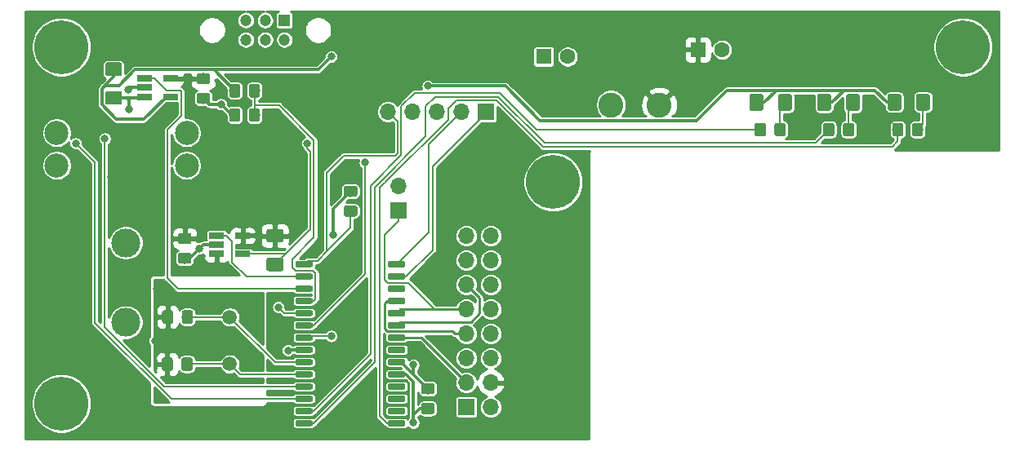
<source format=gbr>
G04 #@! TF.GenerationSoftware,KiCad,Pcbnew,(5.1.2)-1*
G04 #@! TF.CreationDate,2021-12-05T16:13:35-08:00*
G04 #@! TF.ProjectId,telemetry_transmitter,74656c65-6d65-4747-9279-5f7472616e73,rev?*
G04 #@! TF.SameCoordinates,Original*
G04 #@! TF.FileFunction,Copper,L1,Top*
G04 #@! TF.FilePolarity,Positive*
%FSLAX46Y46*%
G04 Gerber Fmt 4.6, Leading zero omitted, Abs format (unit mm)*
G04 Created by KiCad (PCBNEW (5.1.2)-1) date 2021-12-05 16:13:35*
%MOMM*%
%LPD*%
G04 APERTURE LIST*
%ADD10O,1.700000X1.700000*%
%ADD11R,1.700000X1.700000*%
%ADD12C,2.500000*%
%ADD13C,5.600000*%
%ADD14C,3.000000*%
%ADD15C,1.500000*%
%ADD16R,1.560000X0.650000*%
%ADD17C,0.100000*%
%ADD18C,0.600000*%
%ADD19C,1.150000*%
%ADD20C,1.425000*%
%ADD21C,2.600000*%
%ADD22C,1.200000*%
%ADD23R,1.200000X1.200000*%
%ADD24C,1.600000*%
%ADD25R,1.600000X1.600000*%
%ADD26C,0.800000*%
%ADD27C,0.304800*%
%ADD28C,0.203200*%
%ADD29C,0.355600*%
%ADD30C,0.254000*%
G04 APERTURE END LIST*
D10*
X158540000Y-90601800D03*
X156000000Y-90601800D03*
X158540000Y-93141800D03*
X156000000Y-93141800D03*
X158540000Y-95681800D03*
X156000000Y-95681800D03*
X158540000Y-98221800D03*
X156000000Y-98221800D03*
X158540000Y-100761800D03*
X156000000Y-100761800D03*
X158540000Y-103301800D03*
X156000000Y-103301800D03*
X158540000Y-105841800D03*
X156000000Y-105841800D03*
X158540000Y-108381800D03*
D11*
X156000000Y-108381800D03*
D12*
X113528920Y-83294960D03*
X113528920Y-79894960D03*
X126998920Y-79894960D03*
X126998920Y-83294960D03*
D10*
X147868640Y-77708760D03*
X150408640Y-77708760D03*
X152948640Y-77708760D03*
X155488640Y-77708760D03*
D11*
X158028640Y-77708760D03*
D13*
X114000000Y-71000000D03*
X114000000Y-108000000D03*
X165000000Y-85000000D03*
X207500000Y-71000000D03*
D14*
X120685560Y-91328160D03*
X120685560Y-99578160D03*
D15*
X131480560Y-103914600D03*
X131480560Y-99034600D03*
D16*
X125352800Y-74254320D03*
X125352800Y-76154320D03*
X122652800Y-76154320D03*
X122652800Y-75204320D03*
X122652800Y-74254320D03*
X132803880Y-90576320D03*
X132803880Y-92476320D03*
X130103880Y-92476320D03*
X130103880Y-91526320D03*
X130103880Y-90576320D03*
D17*
G36*
X149533423Y-93248922D02*
G01*
X149547984Y-93251082D01*
X149562263Y-93254659D01*
X149576123Y-93259618D01*
X149589430Y-93265912D01*
X149602056Y-93273480D01*
X149613879Y-93282248D01*
X149624786Y-93292134D01*
X149634672Y-93303041D01*
X149643440Y-93314864D01*
X149651008Y-93327490D01*
X149657302Y-93340797D01*
X149662261Y-93354657D01*
X149665838Y-93368936D01*
X149667998Y-93383497D01*
X149668720Y-93398200D01*
X149668720Y-93698200D01*
X149667998Y-93712903D01*
X149665838Y-93727464D01*
X149662261Y-93741743D01*
X149657302Y-93755603D01*
X149651008Y-93768910D01*
X149643440Y-93781536D01*
X149634672Y-93793359D01*
X149624786Y-93804266D01*
X149613879Y-93814152D01*
X149602056Y-93822920D01*
X149589430Y-93830488D01*
X149576123Y-93836782D01*
X149562263Y-93841741D01*
X149547984Y-93845318D01*
X149533423Y-93847478D01*
X149518720Y-93848200D01*
X148018720Y-93848200D01*
X148004017Y-93847478D01*
X147989456Y-93845318D01*
X147975177Y-93841741D01*
X147961317Y-93836782D01*
X147948010Y-93830488D01*
X147935384Y-93822920D01*
X147923561Y-93814152D01*
X147912654Y-93804266D01*
X147902768Y-93793359D01*
X147894000Y-93781536D01*
X147886432Y-93768910D01*
X147880138Y-93755603D01*
X147875179Y-93741743D01*
X147871602Y-93727464D01*
X147869442Y-93712903D01*
X147868720Y-93698200D01*
X147868720Y-93398200D01*
X147869442Y-93383497D01*
X147871602Y-93368936D01*
X147875179Y-93354657D01*
X147880138Y-93340797D01*
X147886432Y-93327490D01*
X147894000Y-93314864D01*
X147902768Y-93303041D01*
X147912654Y-93292134D01*
X147923561Y-93282248D01*
X147935384Y-93273480D01*
X147948010Y-93265912D01*
X147961317Y-93259618D01*
X147975177Y-93254659D01*
X147989456Y-93251082D01*
X148004017Y-93248922D01*
X148018720Y-93248200D01*
X149518720Y-93248200D01*
X149533423Y-93248922D01*
X149533423Y-93248922D01*
G37*
D18*
X148768720Y-93548200D03*
D17*
G36*
X149533423Y-94518922D02*
G01*
X149547984Y-94521082D01*
X149562263Y-94524659D01*
X149576123Y-94529618D01*
X149589430Y-94535912D01*
X149602056Y-94543480D01*
X149613879Y-94552248D01*
X149624786Y-94562134D01*
X149634672Y-94573041D01*
X149643440Y-94584864D01*
X149651008Y-94597490D01*
X149657302Y-94610797D01*
X149662261Y-94624657D01*
X149665838Y-94638936D01*
X149667998Y-94653497D01*
X149668720Y-94668200D01*
X149668720Y-94968200D01*
X149667998Y-94982903D01*
X149665838Y-94997464D01*
X149662261Y-95011743D01*
X149657302Y-95025603D01*
X149651008Y-95038910D01*
X149643440Y-95051536D01*
X149634672Y-95063359D01*
X149624786Y-95074266D01*
X149613879Y-95084152D01*
X149602056Y-95092920D01*
X149589430Y-95100488D01*
X149576123Y-95106782D01*
X149562263Y-95111741D01*
X149547984Y-95115318D01*
X149533423Y-95117478D01*
X149518720Y-95118200D01*
X148018720Y-95118200D01*
X148004017Y-95117478D01*
X147989456Y-95115318D01*
X147975177Y-95111741D01*
X147961317Y-95106782D01*
X147948010Y-95100488D01*
X147935384Y-95092920D01*
X147923561Y-95084152D01*
X147912654Y-95074266D01*
X147902768Y-95063359D01*
X147894000Y-95051536D01*
X147886432Y-95038910D01*
X147880138Y-95025603D01*
X147875179Y-95011743D01*
X147871602Y-94997464D01*
X147869442Y-94982903D01*
X147868720Y-94968200D01*
X147868720Y-94668200D01*
X147869442Y-94653497D01*
X147871602Y-94638936D01*
X147875179Y-94624657D01*
X147880138Y-94610797D01*
X147886432Y-94597490D01*
X147894000Y-94584864D01*
X147902768Y-94573041D01*
X147912654Y-94562134D01*
X147923561Y-94552248D01*
X147935384Y-94543480D01*
X147948010Y-94535912D01*
X147961317Y-94529618D01*
X147975177Y-94524659D01*
X147989456Y-94521082D01*
X148004017Y-94518922D01*
X148018720Y-94518200D01*
X149518720Y-94518200D01*
X149533423Y-94518922D01*
X149533423Y-94518922D01*
G37*
D18*
X148768720Y-94818200D03*
D17*
G36*
X149533423Y-95788922D02*
G01*
X149547984Y-95791082D01*
X149562263Y-95794659D01*
X149576123Y-95799618D01*
X149589430Y-95805912D01*
X149602056Y-95813480D01*
X149613879Y-95822248D01*
X149624786Y-95832134D01*
X149634672Y-95843041D01*
X149643440Y-95854864D01*
X149651008Y-95867490D01*
X149657302Y-95880797D01*
X149662261Y-95894657D01*
X149665838Y-95908936D01*
X149667998Y-95923497D01*
X149668720Y-95938200D01*
X149668720Y-96238200D01*
X149667998Y-96252903D01*
X149665838Y-96267464D01*
X149662261Y-96281743D01*
X149657302Y-96295603D01*
X149651008Y-96308910D01*
X149643440Y-96321536D01*
X149634672Y-96333359D01*
X149624786Y-96344266D01*
X149613879Y-96354152D01*
X149602056Y-96362920D01*
X149589430Y-96370488D01*
X149576123Y-96376782D01*
X149562263Y-96381741D01*
X149547984Y-96385318D01*
X149533423Y-96387478D01*
X149518720Y-96388200D01*
X148018720Y-96388200D01*
X148004017Y-96387478D01*
X147989456Y-96385318D01*
X147975177Y-96381741D01*
X147961317Y-96376782D01*
X147948010Y-96370488D01*
X147935384Y-96362920D01*
X147923561Y-96354152D01*
X147912654Y-96344266D01*
X147902768Y-96333359D01*
X147894000Y-96321536D01*
X147886432Y-96308910D01*
X147880138Y-96295603D01*
X147875179Y-96281743D01*
X147871602Y-96267464D01*
X147869442Y-96252903D01*
X147868720Y-96238200D01*
X147868720Y-95938200D01*
X147869442Y-95923497D01*
X147871602Y-95908936D01*
X147875179Y-95894657D01*
X147880138Y-95880797D01*
X147886432Y-95867490D01*
X147894000Y-95854864D01*
X147902768Y-95843041D01*
X147912654Y-95832134D01*
X147923561Y-95822248D01*
X147935384Y-95813480D01*
X147948010Y-95805912D01*
X147961317Y-95799618D01*
X147975177Y-95794659D01*
X147989456Y-95791082D01*
X148004017Y-95788922D01*
X148018720Y-95788200D01*
X149518720Y-95788200D01*
X149533423Y-95788922D01*
X149533423Y-95788922D01*
G37*
D18*
X148768720Y-96088200D03*
D17*
G36*
X149533423Y-97058922D02*
G01*
X149547984Y-97061082D01*
X149562263Y-97064659D01*
X149576123Y-97069618D01*
X149589430Y-97075912D01*
X149602056Y-97083480D01*
X149613879Y-97092248D01*
X149624786Y-97102134D01*
X149634672Y-97113041D01*
X149643440Y-97124864D01*
X149651008Y-97137490D01*
X149657302Y-97150797D01*
X149662261Y-97164657D01*
X149665838Y-97178936D01*
X149667998Y-97193497D01*
X149668720Y-97208200D01*
X149668720Y-97508200D01*
X149667998Y-97522903D01*
X149665838Y-97537464D01*
X149662261Y-97551743D01*
X149657302Y-97565603D01*
X149651008Y-97578910D01*
X149643440Y-97591536D01*
X149634672Y-97603359D01*
X149624786Y-97614266D01*
X149613879Y-97624152D01*
X149602056Y-97632920D01*
X149589430Y-97640488D01*
X149576123Y-97646782D01*
X149562263Y-97651741D01*
X149547984Y-97655318D01*
X149533423Y-97657478D01*
X149518720Y-97658200D01*
X148018720Y-97658200D01*
X148004017Y-97657478D01*
X147989456Y-97655318D01*
X147975177Y-97651741D01*
X147961317Y-97646782D01*
X147948010Y-97640488D01*
X147935384Y-97632920D01*
X147923561Y-97624152D01*
X147912654Y-97614266D01*
X147902768Y-97603359D01*
X147894000Y-97591536D01*
X147886432Y-97578910D01*
X147880138Y-97565603D01*
X147875179Y-97551743D01*
X147871602Y-97537464D01*
X147869442Y-97522903D01*
X147868720Y-97508200D01*
X147868720Y-97208200D01*
X147869442Y-97193497D01*
X147871602Y-97178936D01*
X147875179Y-97164657D01*
X147880138Y-97150797D01*
X147886432Y-97137490D01*
X147894000Y-97124864D01*
X147902768Y-97113041D01*
X147912654Y-97102134D01*
X147923561Y-97092248D01*
X147935384Y-97083480D01*
X147948010Y-97075912D01*
X147961317Y-97069618D01*
X147975177Y-97064659D01*
X147989456Y-97061082D01*
X148004017Y-97058922D01*
X148018720Y-97058200D01*
X149518720Y-97058200D01*
X149533423Y-97058922D01*
X149533423Y-97058922D01*
G37*
D18*
X148768720Y-97358200D03*
D17*
G36*
X149533423Y-98328922D02*
G01*
X149547984Y-98331082D01*
X149562263Y-98334659D01*
X149576123Y-98339618D01*
X149589430Y-98345912D01*
X149602056Y-98353480D01*
X149613879Y-98362248D01*
X149624786Y-98372134D01*
X149634672Y-98383041D01*
X149643440Y-98394864D01*
X149651008Y-98407490D01*
X149657302Y-98420797D01*
X149662261Y-98434657D01*
X149665838Y-98448936D01*
X149667998Y-98463497D01*
X149668720Y-98478200D01*
X149668720Y-98778200D01*
X149667998Y-98792903D01*
X149665838Y-98807464D01*
X149662261Y-98821743D01*
X149657302Y-98835603D01*
X149651008Y-98848910D01*
X149643440Y-98861536D01*
X149634672Y-98873359D01*
X149624786Y-98884266D01*
X149613879Y-98894152D01*
X149602056Y-98902920D01*
X149589430Y-98910488D01*
X149576123Y-98916782D01*
X149562263Y-98921741D01*
X149547984Y-98925318D01*
X149533423Y-98927478D01*
X149518720Y-98928200D01*
X148018720Y-98928200D01*
X148004017Y-98927478D01*
X147989456Y-98925318D01*
X147975177Y-98921741D01*
X147961317Y-98916782D01*
X147948010Y-98910488D01*
X147935384Y-98902920D01*
X147923561Y-98894152D01*
X147912654Y-98884266D01*
X147902768Y-98873359D01*
X147894000Y-98861536D01*
X147886432Y-98848910D01*
X147880138Y-98835603D01*
X147875179Y-98821743D01*
X147871602Y-98807464D01*
X147869442Y-98792903D01*
X147868720Y-98778200D01*
X147868720Y-98478200D01*
X147869442Y-98463497D01*
X147871602Y-98448936D01*
X147875179Y-98434657D01*
X147880138Y-98420797D01*
X147886432Y-98407490D01*
X147894000Y-98394864D01*
X147902768Y-98383041D01*
X147912654Y-98372134D01*
X147923561Y-98362248D01*
X147935384Y-98353480D01*
X147948010Y-98345912D01*
X147961317Y-98339618D01*
X147975177Y-98334659D01*
X147989456Y-98331082D01*
X148004017Y-98328922D01*
X148018720Y-98328200D01*
X149518720Y-98328200D01*
X149533423Y-98328922D01*
X149533423Y-98328922D01*
G37*
D18*
X148768720Y-98628200D03*
D17*
G36*
X149533423Y-99598922D02*
G01*
X149547984Y-99601082D01*
X149562263Y-99604659D01*
X149576123Y-99609618D01*
X149589430Y-99615912D01*
X149602056Y-99623480D01*
X149613879Y-99632248D01*
X149624786Y-99642134D01*
X149634672Y-99653041D01*
X149643440Y-99664864D01*
X149651008Y-99677490D01*
X149657302Y-99690797D01*
X149662261Y-99704657D01*
X149665838Y-99718936D01*
X149667998Y-99733497D01*
X149668720Y-99748200D01*
X149668720Y-100048200D01*
X149667998Y-100062903D01*
X149665838Y-100077464D01*
X149662261Y-100091743D01*
X149657302Y-100105603D01*
X149651008Y-100118910D01*
X149643440Y-100131536D01*
X149634672Y-100143359D01*
X149624786Y-100154266D01*
X149613879Y-100164152D01*
X149602056Y-100172920D01*
X149589430Y-100180488D01*
X149576123Y-100186782D01*
X149562263Y-100191741D01*
X149547984Y-100195318D01*
X149533423Y-100197478D01*
X149518720Y-100198200D01*
X148018720Y-100198200D01*
X148004017Y-100197478D01*
X147989456Y-100195318D01*
X147975177Y-100191741D01*
X147961317Y-100186782D01*
X147948010Y-100180488D01*
X147935384Y-100172920D01*
X147923561Y-100164152D01*
X147912654Y-100154266D01*
X147902768Y-100143359D01*
X147894000Y-100131536D01*
X147886432Y-100118910D01*
X147880138Y-100105603D01*
X147875179Y-100091743D01*
X147871602Y-100077464D01*
X147869442Y-100062903D01*
X147868720Y-100048200D01*
X147868720Y-99748200D01*
X147869442Y-99733497D01*
X147871602Y-99718936D01*
X147875179Y-99704657D01*
X147880138Y-99690797D01*
X147886432Y-99677490D01*
X147894000Y-99664864D01*
X147902768Y-99653041D01*
X147912654Y-99642134D01*
X147923561Y-99632248D01*
X147935384Y-99623480D01*
X147948010Y-99615912D01*
X147961317Y-99609618D01*
X147975177Y-99604659D01*
X147989456Y-99601082D01*
X148004017Y-99598922D01*
X148018720Y-99598200D01*
X149518720Y-99598200D01*
X149533423Y-99598922D01*
X149533423Y-99598922D01*
G37*
D18*
X148768720Y-99898200D03*
D17*
G36*
X149533423Y-100868922D02*
G01*
X149547984Y-100871082D01*
X149562263Y-100874659D01*
X149576123Y-100879618D01*
X149589430Y-100885912D01*
X149602056Y-100893480D01*
X149613879Y-100902248D01*
X149624786Y-100912134D01*
X149634672Y-100923041D01*
X149643440Y-100934864D01*
X149651008Y-100947490D01*
X149657302Y-100960797D01*
X149662261Y-100974657D01*
X149665838Y-100988936D01*
X149667998Y-101003497D01*
X149668720Y-101018200D01*
X149668720Y-101318200D01*
X149667998Y-101332903D01*
X149665838Y-101347464D01*
X149662261Y-101361743D01*
X149657302Y-101375603D01*
X149651008Y-101388910D01*
X149643440Y-101401536D01*
X149634672Y-101413359D01*
X149624786Y-101424266D01*
X149613879Y-101434152D01*
X149602056Y-101442920D01*
X149589430Y-101450488D01*
X149576123Y-101456782D01*
X149562263Y-101461741D01*
X149547984Y-101465318D01*
X149533423Y-101467478D01*
X149518720Y-101468200D01*
X148018720Y-101468200D01*
X148004017Y-101467478D01*
X147989456Y-101465318D01*
X147975177Y-101461741D01*
X147961317Y-101456782D01*
X147948010Y-101450488D01*
X147935384Y-101442920D01*
X147923561Y-101434152D01*
X147912654Y-101424266D01*
X147902768Y-101413359D01*
X147894000Y-101401536D01*
X147886432Y-101388910D01*
X147880138Y-101375603D01*
X147875179Y-101361743D01*
X147871602Y-101347464D01*
X147869442Y-101332903D01*
X147868720Y-101318200D01*
X147868720Y-101018200D01*
X147869442Y-101003497D01*
X147871602Y-100988936D01*
X147875179Y-100974657D01*
X147880138Y-100960797D01*
X147886432Y-100947490D01*
X147894000Y-100934864D01*
X147902768Y-100923041D01*
X147912654Y-100912134D01*
X147923561Y-100902248D01*
X147935384Y-100893480D01*
X147948010Y-100885912D01*
X147961317Y-100879618D01*
X147975177Y-100874659D01*
X147989456Y-100871082D01*
X148004017Y-100868922D01*
X148018720Y-100868200D01*
X149518720Y-100868200D01*
X149533423Y-100868922D01*
X149533423Y-100868922D01*
G37*
D18*
X148768720Y-101168200D03*
D17*
G36*
X149533423Y-102138922D02*
G01*
X149547984Y-102141082D01*
X149562263Y-102144659D01*
X149576123Y-102149618D01*
X149589430Y-102155912D01*
X149602056Y-102163480D01*
X149613879Y-102172248D01*
X149624786Y-102182134D01*
X149634672Y-102193041D01*
X149643440Y-102204864D01*
X149651008Y-102217490D01*
X149657302Y-102230797D01*
X149662261Y-102244657D01*
X149665838Y-102258936D01*
X149667998Y-102273497D01*
X149668720Y-102288200D01*
X149668720Y-102588200D01*
X149667998Y-102602903D01*
X149665838Y-102617464D01*
X149662261Y-102631743D01*
X149657302Y-102645603D01*
X149651008Y-102658910D01*
X149643440Y-102671536D01*
X149634672Y-102683359D01*
X149624786Y-102694266D01*
X149613879Y-102704152D01*
X149602056Y-102712920D01*
X149589430Y-102720488D01*
X149576123Y-102726782D01*
X149562263Y-102731741D01*
X149547984Y-102735318D01*
X149533423Y-102737478D01*
X149518720Y-102738200D01*
X148018720Y-102738200D01*
X148004017Y-102737478D01*
X147989456Y-102735318D01*
X147975177Y-102731741D01*
X147961317Y-102726782D01*
X147948010Y-102720488D01*
X147935384Y-102712920D01*
X147923561Y-102704152D01*
X147912654Y-102694266D01*
X147902768Y-102683359D01*
X147894000Y-102671536D01*
X147886432Y-102658910D01*
X147880138Y-102645603D01*
X147875179Y-102631743D01*
X147871602Y-102617464D01*
X147869442Y-102602903D01*
X147868720Y-102588200D01*
X147868720Y-102288200D01*
X147869442Y-102273497D01*
X147871602Y-102258936D01*
X147875179Y-102244657D01*
X147880138Y-102230797D01*
X147886432Y-102217490D01*
X147894000Y-102204864D01*
X147902768Y-102193041D01*
X147912654Y-102182134D01*
X147923561Y-102172248D01*
X147935384Y-102163480D01*
X147948010Y-102155912D01*
X147961317Y-102149618D01*
X147975177Y-102144659D01*
X147989456Y-102141082D01*
X148004017Y-102138922D01*
X148018720Y-102138200D01*
X149518720Y-102138200D01*
X149533423Y-102138922D01*
X149533423Y-102138922D01*
G37*
D18*
X148768720Y-102438200D03*
D17*
G36*
X149533423Y-103408922D02*
G01*
X149547984Y-103411082D01*
X149562263Y-103414659D01*
X149576123Y-103419618D01*
X149589430Y-103425912D01*
X149602056Y-103433480D01*
X149613879Y-103442248D01*
X149624786Y-103452134D01*
X149634672Y-103463041D01*
X149643440Y-103474864D01*
X149651008Y-103487490D01*
X149657302Y-103500797D01*
X149662261Y-103514657D01*
X149665838Y-103528936D01*
X149667998Y-103543497D01*
X149668720Y-103558200D01*
X149668720Y-103858200D01*
X149667998Y-103872903D01*
X149665838Y-103887464D01*
X149662261Y-103901743D01*
X149657302Y-103915603D01*
X149651008Y-103928910D01*
X149643440Y-103941536D01*
X149634672Y-103953359D01*
X149624786Y-103964266D01*
X149613879Y-103974152D01*
X149602056Y-103982920D01*
X149589430Y-103990488D01*
X149576123Y-103996782D01*
X149562263Y-104001741D01*
X149547984Y-104005318D01*
X149533423Y-104007478D01*
X149518720Y-104008200D01*
X148018720Y-104008200D01*
X148004017Y-104007478D01*
X147989456Y-104005318D01*
X147975177Y-104001741D01*
X147961317Y-103996782D01*
X147948010Y-103990488D01*
X147935384Y-103982920D01*
X147923561Y-103974152D01*
X147912654Y-103964266D01*
X147902768Y-103953359D01*
X147894000Y-103941536D01*
X147886432Y-103928910D01*
X147880138Y-103915603D01*
X147875179Y-103901743D01*
X147871602Y-103887464D01*
X147869442Y-103872903D01*
X147868720Y-103858200D01*
X147868720Y-103558200D01*
X147869442Y-103543497D01*
X147871602Y-103528936D01*
X147875179Y-103514657D01*
X147880138Y-103500797D01*
X147886432Y-103487490D01*
X147894000Y-103474864D01*
X147902768Y-103463041D01*
X147912654Y-103452134D01*
X147923561Y-103442248D01*
X147935384Y-103433480D01*
X147948010Y-103425912D01*
X147961317Y-103419618D01*
X147975177Y-103414659D01*
X147989456Y-103411082D01*
X148004017Y-103408922D01*
X148018720Y-103408200D01*
X149518720Y-103408200D01*
X149533423Y-103408922D01*
X149533423Y-103408922D01*
G37*
D18*
X148768720Y-103708200D03*
D17*
G36*
X149533423Y-104678922D02*
G01*
X149547984Y-104681082D01*
X149562263Y-104684659D01*
X149576123Y-104689618D01*
X149589430Y-104695912D01*
X149602056Y-104703480D01*
X149613879Y-104712248D01*
X149624786Y-104722134D01*
X149634672Y-104733041D01*
X149643440Y-104744864D01*
X149651008Y-104757490D01*
X149657302Y-104770797D01*
X149662261Y-104784657D01*
X149665838Y-104798936D01*
X149667998Y-104813497D01*
X149668720Y-104828200D01*
X149668720Y-105128200D01*
X149667998Y-105142903D01*
X149665838Y-105157464D01*
X149662261Y-105171743D01*
X149657302Y-105185603D01*
X149651008Y-105198910D01*
X149643440Y-105211536D01*
X149634672Y-105223359D01*
X149624786Y-105234266D01*
X149613879Y-105244152D01*
X149602056Y-105252920D01*
X149589430Y-105260488D01*
X149576123Y-105266782D01*
X149562263Y-105271741D01*
X149547984Y-105275318D01*
X149533423Y-105277478D01*
X149518720Y-105278200D01*
X148018720Y-105278200D01*
X148004017Y-105277478D01*
X147989456Y-105275318D01*
X147975177Y-105271741D01*
X147961317Y-105266782D01*
X147948010Y-105260488D01*
X147935384Y-105252920D01*
X147923561Y-105244152D01*
X147912654Y-105234266D01*
X147902768Y-105223359D01*
X147894000Y-105211536D01*
X147886432Y-105198910D01*
X147880138Y-105185603D01*
X147875179Y-105171743D01*
X147871602Y-105157464D01*
X147869442Y-105142903D01*
X147868720Y-105128200D01*
X147868720Y-104828200D01*
X147869442Y-104813497D01*
X147871602Y-104798936D01*
X147875179Y-104784657D01*
X147880138Y-104770797D01*
X147886432Y-104757490D01*
X147894000Y-104744864D01*
X147902768Y-104733041D01*
X147912654Y-104722134D01*
X147923561Y-104712248D01*
X147935384Y-104703480D01*
X147948010Y-104695912D01*
X147961317Y-104689618D01*
X147975177Y-104684659D01*
X147989456Y-104681082D01*
X148004017Y-104678922D01*
X148018720Y-104678200D01*
X149518720Y-104678200D01*
X149533423Y-104678922D01*
X149533423Y-104678922D01*
G37*
D18*
X148768720Y-104978200D03*
D17*
G36*
X149533423Y-105948922D02*
G01*
X149547984Y-105951082D01*
X149562263Y-105954659D01*
X149576123Y-105959618D01*
X149589430Y-105965912D01*
X149602056Y-105973480D01*
X149613879Y-105982248D01*
X149624786Y-105992134D01*
X149634672Y-106003041D01*
X149643440Y-106014864D01*
X149651008Y-106027490D01*
X149657302Y-106040797D01*
X149662261Y-106054657D01*
X149665838Y-106068936D01*
X149667998Y-106083497D01*
X149668720Y-106098200D01*
X149668720Y-106398200D01*
X149667998Y-106412903D01*
X149665838Y-106427464D01*
X149662261Y-106441743D01*
X149657302Y-106455603D01*
X149651008Y-106468910D01*
X149643440Y-106481536D01*
X149634672Y-106493359D01*
X149624786Y-106504266D01*
X149613879Y-106514152D01*
X149602056Y-106522920D01*
X149589430Y-106530488D01*
X149576123Y-106536782D01*
X149562263Y-106541741D01*
X149547984Y-106545318D01*
X149533423Y-106547478D01*
X149518720Y-106548200D01*
X148018720Y-106548200D01*
X148004017Y-106547478D01*
X147989456Y-106545318D01*
X147975177Y-106541741D01*
X147961317Y-106536782D01*
X147948010Y-106530488D01*
X147935384Y-106522920D01*
X147923561Y-106514152D01*
X147912654Y-106504266D01*
X147902768Y-106493359D01*
X147894000Y-106481536D01*
X147886432Y-106468910D01*
X147880138Y-106455603D01*
X147875179Y-106441743D01*
X147871602Y-106427464D01*
X147869442Y-106412903D01*
X147868720Y-106398200D01*
X147868720Y-106098200D01*
X147869442Y-106083497D01*
X147871602Y-106068936D01*
X147875179Y-106054657D01*
X147880138Y-106040797D01*
X147886432Y-106027490D01*
X147894000Y-106014864D01*
X147902768Y-106003041D01*
X147912654Y-105992134D01*
X147923561Y-105982248D01*
X147935384Y-105973480D01*
X147948010Y-105965912D01*
X147961317Y-105959618D01*
X147975177Y-105954659D01*
X147989456Y-105951082D01*
X148004017Y-105948922D01*
X148018720Y-105948200D01*
X149518720Y-105948200D01*
X149533423Y-105948922D01*
X149533423Y-105948922D01*
G37*
D18*
X148768720Y-106248200D03*
D17*
G36*
X149533423Y-107218922D02*
G01*
X149547984Y-107221082D01*
X149562263Y-107224659D01*
X149576123Y-107229618D01*
X149589430Y-107235912D01*
X149602056Y-107243480D01*
X149613879Y-107252248D01*
X149624786Y-107262134D01*
X149634672Y-107273041D01*
X149643440Y-107284864D01*
X149651008Y-107297490D01*
X149657302Y-107310797D01*
X149662261Y-107324657D01*
X149665838Y-107338936D01*
X149667998Y-107353497D01*
X149668720Y-107368200D01*
X149668720Y-107668200D01*
X149667998Y-107682903D01*
X149665838Y-107697464D01*
X149662261Y-107711743D01*
X149657302Y-107725603D01*
X149651008Y-107738910D01*
X149643440Y-107751536D01*
X149634672Y-107763359D01*
X149624786Y-107774266D01*
X149613879Y-107784152D01*
X149602056Y-107792920D01*
X149589430Y-107800488D01*
X149576123Y-107806782D01*
X149562263Y-107811741D01*
X149547984Y-107815318D01*
X149533423Y-107817478D01*
X149518720Y-107818200D01*
X148018720Y-107818200D01*
X148004017Y-107817478D01*
X147989456Y-107815318D01*
X147975177Y-107811741D01*
X147961317Y-107806782D01*
X147948010Y-107800488D01*
X147935384Y-107792920D01*
X147923561Y-107784152D01*
X147912654Y-107774266D01*
X147902768Y-107763359D01*
X147894000Y-107751536D01*
X147886432Y-107738910D01*
X147880138Y-107725603D01*
X147875179Y-107711743D01*
X147871602Y-107697464D01*
X147869442Y-107682903D01*
X147868720Y-107668200D01*
X147868720Y-107368200D01*
X147869442Y-107353497D01*
X147871602Y-107338936D01*
X147875179Y-107324657D01*
X147880138Y-107310797D01*
X147886432Y-107297490D01*
X147894000Y-107284864D01*
X147902768Y-107273041D01*
X147912654Y-107262134D01*
X147923561Y-107252248D01*
X147935384Y-107243480D01*
X147948010Y-107235912D01*
X147961317Y-107229618D01*
X147975177Y-107224659D01*
X147989456Y-107221082D01*
X148004017Y-107218922D01*
X148018720Y-107218200D01*
X149518720Y-107218200D01*
X149533423Y-107218922D01*
X149533423Y-107218922D01*
G37*
D18*
X148768720Y-107518200D03*
D17*
G36*
X149533423Y-108488922D02*
G01*
X149547984Y-108491082D01*
X149562263Y-108494659D01*
X149576123Y-108499618D01*
X149589430Y-108505912D01*
X149602056Y-108513480D01*
X149613879Y-108522248D01*
X149624786Y-108532134D01*
X149634672Y-108543041D01*
X149643440Y-108554864D01*
X149651008Y-108567490D01*
X149657302Y-108580797D01*
X149662261Y-108594657D01*
X149665838Y-108608936D01*
X149667998Y-108623497D01*
X149668720Y-108638200D01*
X149668720Y-108938200D01*
X149667998Y-108952903D01*
X149665838Y-108967464D01*
X149662261Y-108981743D01*
X149657302Y-108995603D01*
X149651008Y-109008910D01*
X149643440Y-109021536D01*
X149634672Y-109033359D01*
X149624786Y-109044266D01*
X149613879Y-109054152D01*
X149602056Y-109062920D01*
X149589430Y-109070488D01*
X149576123Y-109076782D01*
X149562263Y-109081741D01*
X149547984Y-109085318D01*
X149533423Y-109087478D01*
X149518720Y-109088200D01*
X148018720Y-109088200D01*
X148004017Y-109087478D01*
X147989456Y-109085318D01*
X147975177Y-109081741D01*
X147961317Y-109076782D01*
X147948010Y-109070488D01*
X147935384Y-109062920D01*
X147923561Y-109054152D01*
X147912654Y-109044266D01*
X147902768Y-109033359D01*
X147894000Y-109021536D01*
X147886432Y-109008910D01*
X147880138Y-108995603D01*
X147875179Y-108981743D01*
X147871602Y-108967464D01*
X147869442Y-108952903D01*
X147868720Y-108938200D01*
X147868720Y-108638200D01*
X147869442Y-108623497D01*
X147871602Y-108608936D01*
X147875179Y-108594657D01*
X147880138Y-108580797D01*
X147886432Y-108567490D01*
X147894000Y-108554864D01*
X147902768Y-108543041D01*
X147912654Y-108532134D01*
X147923561Y-108522248D01*
X147935384Y-108513480D01*
X147948010Y-108505912D01*
X147961317Y-108499618D01*
X147975177Y-108494659D01*
X147989456Y-108491082D01*
X148004017Y-108488922D01*
X148018720Y-108488200D01*
X149518720Y-108488200D01*
X149533423Y-108488922D01*
X149533423Y-108488922D01*
G37*
D18*
X148768720Y-108788200D03*
D17*
G36*
X149533423Y-109758922D02*
G01*
X149547984Y-109761082D01*
X149562263Y-109764659D01*
X149576123Y-109769618D01*
X149589430Y-109775912D01*
X149602056Y-109783480D01*
X149613879Y-109792248D01*
X149624786Y-109802134D01*
X149634672Y-109813041D01*
X149643440Y-109824864D01*
X149651008Y-109837490D01*
X149657302Y-109850797D01*
X149662261Y-109864657D01*
X149665838Y-109878936D01*
X149667998Y-109893497D01*
X149668720Y-109908200D01*
X149668720Y-110208200D01*
X149667998Y-110222903D01*
X149665838Y-110237464D01*
X149662261Y-110251743D01*
X149657302Y-110265603D01*
X149651008Y-110278910D01*
X149643440Y-110291536D01*
X149634672Y-110303359D01*
X149624786Y-110314266D01*
X149613879Y-110324152D01*
X149602056Y-110332920D01*
X149589430Y-110340488D01*
X149576123Y-110346782D01*
X149562263Y-110351741D01*
X149547984Y-110355318D01*
X149533423Y-110357478D01*
X149518720Y-110358200D01*
X148018720Y-110358200D01*
X148004017Y-110357478D01*
X147989456Y-110355318D01*
X147975177Y-110351741D01*
X147961317Y-110346782D01*
X147948010Y-110340488D01*
X147935384Y-110332920D01*
X147923561Y-110324152D01*
X147912654Y-110314266D01*
X147902768Y-110303359D01*
X147894000Y-110291536D01*
X147886432Y-110278910D01*
X147880138Y-110265603D01*
X147875179Y-110251743D01*
X147871602Y-110237464D01*
X147869442Y-110222903D01*
X147868720Y-110208200D01*
X147868720Y-109908200D01*
X147869442Y-109893497D01*
X147871602Y-109878936D01*
X147875179Y-109864657D01*
X147880138Y-109850797D01*
X147886432Y-109837490D01*
X147894000Y-109824864D01*
X147902768Y-109813041D01*
X147912654Y-109802134D01*
X147923561Y-109792248D01*
X147935384Y-109783480D01*
X147948010Y-109775912D01*
X147961317Y-109769618D01*
X147975177Y-109764659D01*
X147989456Y-109761082D01*
X148004017Y-109758922D01*
X148018720Y-109758200D01*
X149518720Y-109758200D01*
X149533423Y-109758922D01*
X149533423Y-109758922D01*
G37*
D18*
X148768720Y-110058200D03*
D17*
G36*
X139933423Y-109758922D02*
G01*
X139947984Y-109761082D01*
X139962263Y-109764659D01*
X139976123Y-109769618D01*
X139989430Y-109775912D01*
X140002056Y-109783480D01*
X140013879Y-109792248D01*
X140024786Y-109802134D01*
X140034672Y-109813041D01*
X140043440Y-109824864D01*
X140051008Y-109837490D01*
X140057302Y-109850797D01*
X140062261Y-109864657D01*
X140065838Y-109878936D01*
X140067998Y-109893497D01*
X140068720Y-109908200D01*
X140068720Y-110208200D01*
X140067998Y-110222903D01*
X140065838Y-110237464D01*
X140062261Y-110251743D01*
X140057302Y-110265603D01*
X140051008Y-110278910D01*
X140043440Y-110291536D01*
X140034672Y-110303359D01*
X140024786Y-110314266D01*
X140013879Y-110324152D01*
X140002056Y-110332920D01*
X139989430Y-110340488D01*
X139976123Y-110346782D01*
X139962263Y-110351741D01*
X139947984Y-110355318D01*
X139933423Y-110357478D01*
X139918720Y-110358200D01*
X138418720Y-110358200D01*
X138404017Y-110357478D01*
X138389456Y-110355318D01*
X138375177Y-110351741D01*
X138361317Y-110346782D01*
X138348010Y-110340488D01*
X138335384Y-110332920D01*
X138323561Y-110324152D01*
X138312654Y-110314266D01*
X138302768Y-110303359D01*
X138294000Y-110291536D01*
X138286432Y-110278910D01*
X138280138Y-110265603D01*
X138275179Y-110251743D01*
X138271602Y-110237464D01*
X138269442Y-110222903D01*
X138268720Y-110208200D01*
X138268720Y-109908200D01*
X138269442Y-109893497D01*
X138271602Y-109878936D01*
X138275179Y-109864657D01*
X138280138Y-109850797D01*
X138286432Y-109837490D01*
X138294000Y-109824864D01*
X138302768Y-109813041D01*
X138312654Y-109802134D01*
X138323561Y-109792248D01*
X138335384Y-109783480D01*
X138348010Y-109775912D01*
X138361317Y-109769618D01*
X138375177Y-109764659D01*
X138389456Y-109761082D01*
X138404017Y-109758922D01*
X138418720Y-109758200D01*
X139918720Y-109758200D01*
X139933423Y-109758922D01*
X139933423Y-109758922D01*
G37*
D18*
X139168720Y-110058200D03*
D17*
G36*
X139933423Y-108488922D02*
G01*
X139947984Y-108491082D01*
X139962263Y-108494659D01*
X139976123Y-108499618D01*
X139989430Y-108505912D01*
X140002056Y-108513480D01*
X140013879Y-108522248D01*
X140024786Y-108532134D01*
X140034672Y-108543041D01*
X140043440Y-108554864D01*
X140051008Y-108567490D01*
X140057302Y-108580797D01*
X140062261Y-108594657D01*
X140065838Y-108608936D01*
X140067998Y-108623497D01*
X140068720Y-108638200D01*
X140068720Y-108938200D01*
X140067998Y-108952903D01*
X140065838Y-108967464D01*
X140062261Y-108981743D01*
X140057302Y-108995603D01*
X140051008Y-109008910D01*
X140043440Y-109021536D01*
X140034672Y-109033359D01*
X140024786Y-109044266D01*
X140013879Y-109054152D01*
X140002056Y-109062920D01*
X139989430Y-109070488D01*
X139976123Y-109076782D01*
X139962263Y-109081741D01*
X139947984Y-109085318D01*
X139933423Y-109087478D01*
X139918720Y-109088200D01*
X138418720Y-109088200D01*
X138404017Y-109087478D01*
X138389456Y-109085318D01*
X138375177Y-109081741D01*
X138361317Y-109076782D01*
X138348010Y-109070488D01*
X138335384Y-109062920D01*
X138323561Y-109054152D01*
X138312654Y-109044266D01*
X138302768Y-109033359D01*
X138294000Y-109021536D01*
X138286432Y-109008910D01*
X138280138Y-108995603D01*
X138275179Y-108981743D01*
X138271602Y-108967464D01*
X138269442Y-108952903D01*
X138268720Y-108938200D01*
X138268720Y-108638200D01*
X138269442Y-108623497D01*
X138271602Y-108608936D01*
X138275179Y-108594657D01*
X138280138Y-108580797D01*
X138286432Y-108567490D01*
X138294000Y-108554864D01*
X138302768Y-108543041D01*
X138312654Y-108532134D01*
X138323561Y-108522248D01*
X138335384Y-108513480D01*
X138348010Y-108505912D01*
X138361317Y-108499618D01*
X138375177Y-108494659D01*
X138389456Y-108491082D01*
X138404017Y-108488922D01*
X138418720Y-108488200D01*
X139918720Y-108488200D01*
X139933423Y-108488922D01*
X139933423Y-108488922D01*
G37*
D18*
X139168720Y-108788200D03*
D17*
G36*
X139933423Y-107218922D02*
G01*
X139947984Y-107221082D01*
X139962263Y-107224659D01*
X139976123Y-107229618D01*
X139989430Y-107235912D01*
X140002056Y-107243480D01*
X140013879Y-107252248D01*
X140024786Y-107262134D01*
X140034672Y-107273041D01*
X140043440Y-107284864D01*
X140051008Y-107297490D01*
X140057302Y-107310797D01*
X140062261Y-107324657D01*
X140065838Y-107338936D01*
X140067998Y-107353497D01*
X140068720Y-107368200D01*
X140068720Y-107668200D01*
X140067998Y-107682903D01*
X140065838Y-107697464D01*
X140062261Y-107711743D01*
X140057302Y-107725603D01*
X140051008Y-107738910D01*
X140043440Y-107751536D01*
X140034672Y-107763359D01*
X140024786Y-107774266D01*
X140013879Y-107784152D01*
X140002056Y-107792920D01*
X139989430Y-107800488D01*
X139976123Y-107806782D01*
X139962263Y-107811741D01*
X139947984Y-107815318D01*
X139933423Y-107817478D01*
X139918720Y-107818200D01*
X138418720Y-107818200D01*
X138404017Y-107817478D01*
X138389456Y-107815318D01*
X138375177Y-107811741D01*
X138361317Y-107806782D01*
X138348010Y-107800488D01*
X138335384Y-107792920D01*
X138323561Y-107784152D01*
X138312654Y-107774266D01*
X138302768Y-107763359D01*
X138294000Y-107751536D01*
X138286432Y-107738910D01*
X138280138Y-107725603D01*
X138275179Y-107711743D01*
X138271602Y-107697464D01*
X138269442Y-107682903D01*
X138268720Y-107668200D01*
X138268720Y-107368200D01*
X138269442Y-107353497D01*
X138271602Y-107338936D01*
X138275179Y-107324657D01*
X138280138Y-107310797D01*
X138286432Y-107297490D01*
X138294000Y-107284864D01*
X138302768Y-107273041D01*
X138312654Y-107262134D01*
X138323561Y-107252248D01*
X138335384Y-107243480D01*
X138348010Y-107235912D01*
X138361317Y-107229618D01*
X138375177Y-107224659D01*
X138389456Y-107221082D01*
X138404017Y-107218922D01*
X138418720Y-107218200D01*
X139918720Y-107218200D01*
X139933423Y-107218922D01*
X139933423Y-107218922D01*
G37*
D18*
X139168720Y-107518200D03*
D17*
G36*
X139933423Y-105948922D02*
G01*
X139947984Y-105951082D01*
X139962263Y-105954659D01*
X139976123Y-105959618D01*
X139989430Y-105965912D01*
X140002056Y-105973480D01*
X140013879Y-105982248D01*
X140024786Y-105992134D01*
X140034672Y-106003041D01*
X140043440Y-106014864D01*
X140051008Y-106027490D01*
X140057302Y-106040797D01*
X140062261Y-106054657D01*
X140065838Y-106068936D01*
X140067998Y-106083497D01*
X140068720Y-106098200D01*
X140068720Y-106398200D01*
X140067998Y-106412903D01*
X140065838Y-106427464D01*
X140062261Y-106441743D01*
X140057302Y-106455603D01*
X140051008Y-106468910D01*
X140043440Y-106481536D01*
X140034672Y-106493359D01*
X140024786Y-106504266D01*
X140013879Y-106514152D01*
X140002056Y-106522920D01*
X139989430Y-106530488D01*
X139976123Y-106536782D01*
X139962263Y-106541741D01*
X139947984Y-106545318D01*
X139933423Y-106547478D01*
X139918720Y-106548200D01*
X138418720Y-106548200D01*
X138404017Y-106547478D01*
X138389456Y-106545318D01*
X138375177Y-106541741D01*
X138361317Y-106536782D01*
X138348010Y-106530488D01*
X138335384Y-106522920D01*
X138323561Y-106514152D01*
X138312654Y-106504266D01*
X138302768Y-106493359D01*
X138294000Y-106481536D01*
X138286432Y-106468910D01*
X138280138Y-106455603D01*
X138275179Y-106441743D01*
X138271602Y-106427464D01*
X138269442Y-106412903D01*
X138268720Y-106398200D01*
X138268720Y-106098200D01*
X138269442Y-106083497D01*
X138271602Y-106068936D01*
X138275179Y-106054657D01*
X138280138Y-106040797D01*
X138286432Y-106027490D01*
X138294000Y-106014864D01*
X138302768Y-106003041D01*
X138312654Y-105992134D01*
X138323561Y-105982248D01*
X138335384Y-105973480D01*
X138348010Y-105965912D01*
X138361317Y-105959618D01*
X138375177Y-105954659D01*
X138389456Y-105951082D01*
X138404017Y-105948922D01*
X138418720Y-105948200D01*
X139918720Y-105948200D01*
X139933423Y-105948922D01*
X139933423Y-105948922D01*
G37*
D18*
X139168720Y-106248200D03*
D17*
G36*
X139933423Y-104678922D02*
G01*
X139947984Y-104681082D01*
X139962263Y-104684659D01*
X139976123Y-104689618D01*
X139989430Y-104695912D01*
X140002056Y-104703480D01*
X140013879Y-104712248D01*
X140024786Y-104722134D01*
X140034672Y-104733041D01*
X140043440Y-104744864D01*
X140051008Y-104757490D01*
X140057302Y-104770797D01*
X140062261Y-104784657D01*
X140065838Y-104798936D01*
X140067998Y-104813497D01*
X140068720Y-104828200D01*
X140068720Y-105128200D01*
X140067998Y-105142903D01*
X140065838Y-105157464D01*
X140062261Y-105171743D01*
X140057302Y-105185603D01*
X140051008Y-105198910D01*
X140043440Y-105211536D01*
X140034672Y-105223359D01*
X140024786Y-105234266D01*
X140013879Y-105244152D01*
X140002056Y-105252920D01*
X139989430Y-105260488D01*
X139976123Y-105266782D01*
X139962263Y-105271741D01*
X139947984Y-105275318D01*
X139933423Y-105277478D01*
X139918720Y-105278200D01*
X138418720Y-105278200D01*
X138404017Y-105277478D01*
X138389456Y-105275318D01*
X138375177Y-105271741D01*
X138361317Y-105266782D01*
X138348010Y-105260488D01*
X138335384Y-105252920D01*
X138323561Y-105244152D01*
X138312654Y-105234266D01*
X138302768Y-105223359D01*
X138294000Y-105211536D01*
X138286432Y-105198910D01*
X138280138Y-105185603D01*
X138275179Y-105171743D01*
X138271602Y-105157464D01*
X138269442Y-105142903D01*
X138268720Y-105128200D01*
X138268720Y-104828200D01*
X138269442Y-104813497D01*
X138271602Y-104798936D01*
X138275179Y-104784657D01*
X138280138Y-104770797D01*
X138286432Y-104757490D01*
X138294000Y-104744864D01*
X138302768Y-104733041D01*
X138312654Y-104722134D01*
X138323561Y-104712248D01*
X138335384Y-104703480D01*
X138348010Y-104695912D01*
X138361317Y-104689618D01*
X138375177Y-104684659D01*
X138389456Y-104681082D01*
X138404017Y-104678922D01*
X138418720Y-104678200D01*
X139918720Y-104678200D01*
X139933423Y-104678922D01*
X139933423Y-104678922D01*
G37*
D18*
X139168720Y-104978200D03*
D17*
G36*
X139933423Y-103408922D02*
G01*
X139947984Y-103411082D01*
X139962263Y-103414659D01*
X139976123Y-103419618D01*
X139989430Y-103425912D01*
X140002056Y-103433480D01*
X140013879Y-103442248D01*
X140024786Y-103452134D01*
X140034672Y-103463041D01*
X140043440Y-103474864D01*
X140051008Y-103487490D01*
X140057302Y-103500797D01*
X140062261Y-103514657D01*
X140065838Y-103528936D01*
X140067998Y-103543497D01*
X140068720Y-103558200D01*
X140068720Y-103858200D01*
X140067998Y-103872903D01*
X140065838Y-103887464D01*
X140062261Y-103901743D01*
X140057302Y-103915603D01*
X140051008Y-103928910D01*
X140043440Y-103941536D01*
X140034672Y-103953359D01*
X140024786Y-103964266D01*
X140013879Y-103974152D01*
X140002056Y-103982920D01*
X139989430Y-103990488D01*
X139976123Y-103996782D01*
X139962263Y-104001741D01*
X139947984Y-104005318D01*
X139933423Y-104007478D01*
X139918720Y-104008200D01*
X138418720Y-104008200D01*
X138404017Y-104007478D01*
X138389456Y-104005318D01*
X138375177Y-104001741D01*
X138361317Y-103996782D01*
X138348010Y-103990488D01*
X138335384Y-103982920D01*
X138323561Y-103974152D01*
X138312654Y-103964266D01*
X138302768Y-103953359D01*
X138294000Y-103941536D01*
X138286432Y-103928910D01*
X138280138Y-103915603D01*
X138275179Y-103901743D01*
X138271602Y-103887464D01*
X138269442Y-103872903D01*
X138268720Y-103858200D01*
X138268720Y-103558200D01*
X138269442Y-103543497D01*
X138271602Y-103528936D01*
X138275179Y-103514657D01*
X138280138Y-103500797D01*
X138286432Y-103487490D01*
X138294000Y-103474864D01*
X138302768Y-103463041D01*
X138312654Y-103452134D01*
X138323561Y-103442248D01*
X138335384Y-103433480D01*
X138348010Y-103425912D01*
X138361317Y-103419618D01*
X138375177Y-103414659D01*
X138389456Y-103411082D01*
X138404017Y-103408922D01*
X138418720Y-103408200D01*
X139918720Y-103408200D01*
X139933423Y-103408922D01*
X139933423Y-103408922D01*
G37*
D18*
X139168720Y-103708200D03*
D17*
G36*
X139933423Y-102138922D02*
G01*
X139947984Y-102141082D01*
X139962263Y-102144659D01*
X139976123Y-102149618D01*
X139989430Y-102155912D01*
X140002056Y-102163480D01*
X140013879Y-102172248D01*
X140024786Y-102182134D01*
X140034672Y-102193041D01*
X140043440Y-102204864D01*
X140051008Y-102217490D01*
X140057302Y-102230797D01*
X140062261Y-102244657D01*
X140065838Y-102258936D01*
X140067998Y-102273497D01*
X140068720Y-102288200D01*
X140068720Y-102588200D01*
X140067998Y-102602903D01*
X140065838Y-102617464D01*
X140062261Y-102631743D01*
X140057302Y-102645603D01*
X140051008Y-102658910D01*
X140043440Y-102671536D01*
X140034672Y-102683359D01*
X140024786Y-102694266D01*
X140013879Y-102704152D01*
X140002056Y-102712920D01*
X139989430Y-102720488D01*
X139976123Y-102726782D01*
X139962263Y-102731741D01*
X139947984Y-102735318D01*
X139933423Y-102737478D01*
X139918720Y-102738200D01*
X138418720Y-102738200D01*
X138404017Y-102737478D01*
X138389456Y-102735318D01*
X138375177Y-102731741D01*
X138361317Y-102726782D01*
X138348010Y-102720488D01*
X138335384Y-102712920D01*
X138323561Y-102704152D01*
X138312654Y-102694266D01*
X138302768Y-102683359D01*
X138294000Y-102671536D01*
X138286432Y-102658910D01*
X138280138Y-102645603D01*
X138275179Y-102631743D01*
X138271602Y-102617464D01*
X138269442Y-102602903D01*
X138268720Y-102588200D01*
X138268720Y-102288200D01*
X138269442Y-102273497D01*
X138271602Y-102258936D01*
X138275179Y-102244657D01*
X138280138Y-102230797D01*
X138286432Y-102217490D01*
X138294000Y-102204864D01*
X138302768Y-102193041D01*
X138312654Y-102182134D01*
X138323561Y-102172248D01*
X138335384Y-102163480D01*
X138348010Y-102155912D01*
X138361317Y-102149618D01*
X138375177Y-102144659D01*
X138389456Y-102141082D01*
X138404017Y-102138922D01*
X138418720Y-102138200D01*
X139918720Y-102138200D01*
X139933423Y-102138922D01*
X139933423Y-102138922D01*
G37*
D18*
X139168720Y-102438200D03*
D17*
G36*
X139933423Y-100868922D02*
G01*
X139947984Y-100871082D01*
X139962263Y-100874659D01*
X139976123Y-100879618D01*
X139989430Y-100885912D01*
X140002056Y-100893480D01*
X140013879Y-100902248D01*
X140024786Y-100912134D01*
X140034672Y-100923041D01*
X140043440Y-100934864D01*
X140051008Y-100947490D01*
X140057302Y-100960797D01*
X140062261Y-100974657D01*
X140065838Y-100988936D01*
X140067998Y-101003497D01*
X140068720Y-101018200D01*
X140068720Y-101318200D01*
X140067998Y-101332903D01*
X140065838Y-101347464D01*
X140062261Y-101361743D01*
X140057302Y-101375603D01*
X140051008Y-101388910D01*
X140043440Y-101401536D01*
X140034672Y-101413359D01*
X140024786Y-101424266D01*
X140013879Y-101434152D01*
X140002056Y-101442920D01*
X139989430Y-101450488D01*
X139976123Y-101456782D01*
X139962263Y-101461741D01*
X139947984Y-101465318D01*
X139933423Y-101467478D01*
X139918720Y-101468200D01*
X138418720Y-101468200D01*
X138404017Y-101467478D01*
X138389456Y-101465318D01*
X138375177Y-101461741D01*
X138361317Y-101456782D01*
X138348010Y-101450488D01*
X138335384Y-101442920D01*
X138323561Y-101434152D01*
X138312654Y-101424266D01*
X138302768Y-101413359D01*
X138294000Y-101401536D01*
X138286432Y-101388910D01*
X138280138Y-101375603D01*
X138275179Y-101361743D01*
X138271602Y-101347464D01*
X138269442Y-101332903D01*
X138268720Y-101318200D01*
X138268720Y-101018200D01*
X138269442Y-101003497D01*
X138271602Y-100988936D01*
X138275179Y-100974657D01*
X138280138Y-100960797D01*
X138286432Y-100947490D01*
X138294000Y-100934864D01*
X138302768Y-100923041D01*
X138312654Y-100912134D01*
X138323561Y-100902248D01*
X138335384Y-100893480D01*
X138348010Y-100885912D01*
X138361317Y-100879618D01*
X138375177Y-100874659D01*
X138389456Y-100871082D01*
X138404017Y-100868922D01*
X138418720Y-100868200D01*
X139918720Y-100868200D01*
X139933423Y-100868922D01*
X139933423Y-100868922D01*
G37*
D18*
X139168720Y-101168200D03*
D17*
G36*
X139933423Y-99598922D02*
G01*
X139947984Y-99601082D01*
X139962263Y-99604659D01*
X139976123Y-99609618D01*
X139989430Y-99615912D01*
X140002056Y-99623480D01*
X140013879Y-99632248D01*
X140024786Y-99642134D01*
X140034672Y-99653041D01*
X140043440Y-99664864D01*
X140051008Y-99677490D01*
X140057302Y-99690797D01*
X140062261Y-99704657D01*
X140065838Y-99718936D01*
X140067998Y-99733497D01*
X140068720Y-99748200D01*
X140068720Y-100048200D01*
X140067998Y-100062903D01*
X140065838Y-100077464D01*
X140062261Y-100091743D01*
X140057302Y-100105603D01*
X140051008Y-100118910D01*
X140043440Y-100131536D01*
X140034672Y-100143359D01*
X140024786Y-100154266D01*
X140013879Y-100164152D01*
X140002056Y-100172920D01*
X139989430Y-100180488D01*
X139976123Y-100186782D01*
X139962263Y-100191741D01*
X139947984Y-100195318D01*
X139933423Y-100197478D01*
X139918720Y-100198200D01*
X138418720Y-100198200D01*
X138404017Y-100197478D01*
X138389456Y-100195318D01*
X138375177Y-100191741D01*
X138361317Y-100186782D01*
X138348010Y-100180488D01*
X138335384Y-100172920D01*
X138323561Y-100164152D01*
X138312654Y-100154266D01*
X138302768Y-100143359D01*
X138294000Y-100131536D01*
X138286432Y-100118910D01*
X138280138Y-100105603D01*
X138275179Y-100091743D01*
X138271602Y-100077464D01*
X138269442Y-100062903D01*
X138268720Y-100048200D01*
X138268720Y-99748200D01*
X138269442Y-99733497D01*
X138271602Y-99718936D01*
X138275179Y-99704657D01*
X138280138Y-99690797D01*
X138286432Y-99677490D01*
X138294000Y-99664864D01*
X138302768Y-99653041D01*
X138312654Y-99642134D01*
X138323561Y-99632248D01*
X138335384Y-99623480D01*
X138348010Y-99615912D01*
X138361317Y-99609618D01*
X138375177Y-99604659D01*
X138389456Y-99601082D01*
X138404017Y-99598922D01*
X138418720Y-99598200D01*
X139918720Y-99598200D01*
X139933423Y-99598922D01*
X139933423Y-99598922D01*
G37*
D18*
X139168720Y-99898200D03*
D17*
G36*
X139933423Y-98328922D02*
G01*
X139947984Y-98331082D01*
X139962263Y-98334659D01*
X139976123Y-98339618D01*
X139989430Y-98345912D01*
X140002056Y-98353480D01*
X140013879Y-98362248D01*
X140024786Y-98372134D01*
X140034672Y-98383041D01*
X140043440Y-98394864D01*
X140051008Y-98407490D01*
X140057302Y-98420797D01*
X140062261Y-98434657D01*
X140065838Y-98448936D01*
X140067998Y-98463497D01*
X140068720Y-98478200D01*
X140068720Y-98778200D01*
X140067998Y-98792903D01*
X140065838Y-98807464D01*
X140062261Y-98821743D01*
X140057302Y-98835603D01*
X140051008Y-98848910D01*
X140043440Y-98861536D01*
X140034672Y-98873359D01*
X140024786Y-98884266D01*
X140013879Y-98894152D01*
X140002056Y-98902920D01*
X139989430Y-98910488D01*
X139976123Y-98916782D01*
X139962263Y-98921741D01*
X139947984Y-98925318D01*
X139933423Y-98927478D01*
X139918720Y-98928200D01*
X138418720Y-98928200D01*
X138404017Y-98927478D01*
X138389456Y-98925318D01*
X138375177Y-98921741D01*
X138361317Y-98916782D01*
X138348010Y-98910488D01*
X138335384Y-98902920D01*
X138323561Y-98894152D01*
X138312654Y-98884266D01*
X138302768Y-98873359D01*
X138294000Y-98861536D01*
X138286432Y-98848910D01*
X138280138Y-98835603D01*
X138275179Y-98821743D01*
X138271602Y-98807464D01*
X138269442Y-98792903D01*
X138268720Y-98778200D01*
X138268720Y-98478200D01*
X138269442Y-98463497D01*
X138271602Y-98448936D01*
X138275179Y-98434657D01*
X138280138Y-98420797D01*
X138286432Y-98407490D01*
X138294000Y-98394864D01*
X138302768Y-98383041D01*
X138312654Y-98372134D01*
X138323561Y-98362248D01*
X138335384Y-98353480D01*
X138348010Y-98345912D01*
X138361317Y-98339618D01*
X138375177Y-98334659D01*
X138389456Y-98331082D01*
X138404017Y-98328922D01*
X138418720Y-98328200D01*
X139918720Y-98328200D01*
X139933423Y-98328922D01*
X139933423Y-98328922D01*
G37*
D18*
X139168720Y-98628200D03*
D17*
G36*
X139933423Y-97058922D02*
G01*
X139947984Y-97061082D01*
X139962263Y-97064659D01*
X139976123Y-97069618D01*
X139989430Y-97075912D01*
X140002056Y-97083480D01*
X140013879Y-97092248D01*
X140024786Y-97102134D01*
X140034672Y-97113041D01*
X140043440Y-97124864D01*
X140051008Y-97137490D01*
X140057302Y-97150797D01*
X140062261Y-97164657D01*
X140065838Y-97178936D01*
X140067998Y-97193497D01*
X140068720Y-97208200D01*
X140068720Y-97508200D01*
X140067998Y-97522903D01*
X140065838Y-97537464D01*
X140062261Y-97551743D01*
X140057302Y-97565603D01*
X140051008Y-97578910D01*
X140043440Y-97591536D01*
X140034672Y-97603359D01*
X140024786Y-97614266D01*
X140013879Y-97624152D01*
X140002056Y-97632920D01*
X139989430Y-97640488D01*
X139976123Y-97646782D01*
X139962263Y-97651741D01*
X139947984Y-97655318D01*
X139933423Y-97657478D01*
X139918720Y-97658200D01*
X138418720Y-97658200D01*
X138404017Y-97657478D01*
X138389456Y-97655318D01*
X138375177Y-97651741D01*
X138361317Y-97646782D01*
X138348010Y-97640488D01*
X138335384Y-97632920D01*
X138323561Y-97624152D01*
X138312654Y-97614266D01*
X138302768Y-97603359D01*
X138294000Y-97591536D01*
X138286432Y-97578910D01*
X138280138Y-97565603D01*
X138275179Y-97551743D01*
X138271602Y-97537464D01*
X138269442Y-97522903D01*
X138268720Y-97508200D01*
X138268720Y-97208200D01*
X138269442Y-97193497D01*
X138271602Y-97178936D01*
X138275179Y-97164657D01*
X138280138Y-97150797D01*
X138286432Y-97137490D01*
X138294000Y-97124864D01*
X138302768Y-97113041D01*
X138312654Y-97102134D01*
X138323561Y-97092248D01*
X138335384Y-97083480D01*
X138348010Y-97075912D01*
X138361317Y-97069618D01*
X138375177Y-97064659D01*
X138389456Y-97061082D01*
X138404017Y-97058922D01*
X138418720Y-97058200D01*
X139918720Y-97058200D01*
X139933423Y-97058922D01*
X139933423Y-97058922D01*
G37*
D18*
X139168720Y-97358200D03*
D17*
G36*
X139933423Y-95788922D02*
G01*
X139947984Y-95791082D01*
X139962263Y-95794659D01*
X139976123Y-95799618D01*
X139989430Y-95805912D01*
X140002056Y-95813480D01*
X140013879Y-95822248D01*
X140024786Y-95832134D01*
X140034672Y-95843041D01*
X140043440Y-95854864D01*
X140051008Y-95867490D01*
X140057302Y-95880797D01*
X140062261Y-95894657D01*
X140065838Y-95908936D01*
X140067998Y-95923497D01*
X140068720Y-95938200D01*
X140068720Y-96238200D01*
X140067998Y-96252903D01*
X140065838Y-96267464D01*
X140062261Y-96281743D01*
X140057302Y-96295603D01*
X140051008Y-96308910D01*
X140043440Y-96321536D01*
X140034672Y-96333359D01*
X140024786Y-96344266D01*
X140013879Y-96354152D01*
X140002056Y-96362920D01*
X139989430Y-96370488D01*
X139976123Y-96376782D01*
X139962263Y-96381741D01*
X139947984Y-96385318D01*
X139933423Y-96387478D01*
X139918720Y-96388200D01*
X138418720Y-96388200D01*
X138404017Y-96387478D01*
X138389456Y-96385318D01*
X138375177Y-96381741D01*
X138361317Y-96376782D01*
X138348010Y-96370488D01*
X138335384Y-96362920D01*
X138323561Y-96354152D01*
X138312654Y-96344266D01*
X138302768Y-96333359D01*
X138294000Y-96321536D01*
X138286432Y-96308910D01*
X138280138Y-96295603D01*
X138275179Y-96281743D01*
X138271602Y-96267464D01*
X138269442Y-96252903D01*
X138268720Y-96238200D01*
X138268720Y-95938200D01*
X138269442Y-95923497D01*
X138271602Y-95908936D01*
X138275179Y-95894657D01*
X138280138Y-95880797D01*
X138286432Y-95867490D01*
X138294000Y-95854864D01*
X138302768Y-95843041D01*
X138312654Y-95832134D01*
X138323561Y-95822248D01*
X138335384Y-95813480D01*
X138348010Y-95805912D01*
X138361317Y-95799618D01*
X138375177Y-95794659D01*
X138389456Y-95791082D01*
X138404017Y-95788922D01*
X138418720Y-95788200D01*
X139918720Y-95788200D01*
X139933423Y-95788922D01*
X139933423Y-95788922D01*
G37*
D18*
X139168720Y-96088200D03*
D17*
G36*
X139933423Y-94518922D02*
G01*
X139947984Y-94521082D01*
X139962263Y-94524659D01*
X139976123Y-94529618D01*
X139989430Y-94535912D01*
X140002056Y-94543480D01*
X140013879Y-94552248D01*
X140024786Y-94562134D01*
X140034672Y-94573041D01*
X140043440Y-94584864D01*
X140051008Y-94597490D01*
X140057302Y-94610797D01*
X140062261Y-94624657D01*
X140065838Y-94638936D01*
X140067998Y-94653497D01*
X140068720Y-94668200D01*
X140068720Y-94968200D01*
X140067998Y-94982903D01*
X140065838Y-94997464D01*
X140062261Y-95011743D01*
X140057302Y-95025603D01*
X140051008Y-95038910D01*
X140043440Y-95051536D01*
X140034672Y-95063359D01*
X140024786Y-95074266D01*
X140013879Y-95084152D01*
X140002056Y-95092920D01*
X139989430Y-95100488D01*
X139976123Y-95106782D01*
X139962263Y-95111741D01*
X139947984Y-95115318D01*
X139933423Y-95117478D01*
X139918720Y-95118200D01*
X138418720Y-95118200D01*
X138404017Y-95117478D01*
X138389456Y-95115318D01*
X138375177Y-95111741D01*
X138361317Y-95106782D01*
X138348010Y-95100488D01*
X138335384Y-95092920D01*
X138323561Y-95084152D01*
X138312654Y-95074266D01*
X138302768Y-95063359D01*
X138294000Y-95051536D01*
X138286432Y-95038910D01*
X138280138Y-95025603D01*
X138275179Y-95011743D01*
X138271602Y-94997464D01*
X138269442Y-94982903D01*
X138268720Y-94968200D01*
X138268720Y-94668200D01*
X138269442Y-94653497D01*
X138271602Y-94638936D01*
X138275179Y-94624657D01*
X138280138Y-94610797D01*
X138286432Y-94597490D01*
X138294000Y-94584864D01*
X138302768Y-94573041D01*
X138312654Y-94562134D01*
X138323561Y-94552248D01*
X138335384Y-94543480D01*
X138348010Y-94535912D01*
X138361317Y-94529618D01*
X138375177Y-94524659D01*
X138389456Y-94521082D01*
X138404017Y-94518922D01*
X138418720Y-94518200D01*
X139918720Y-94518200D01*
X139933423Y-94518922D01*
X139933423Y-94518922D01*
G37*
D18*
X139168720Y-94818200D03*
D17*
G36*
X139933423Y-93248922D02*
G01*
X139947984Y-93251082D01*
X139962263Y-93254659D01*
X139976123Y-93259618D01*
X139989430Y-93265912D01*
X140002056Y-93273480D01*
X140013879Y-93282248D01*
X140024786Y-93292134D01*
X140034672Y-93303041D01*
X140043440Y-93314864D01*
X140051008Y-93327490D01*
X140057302Y-93340797D01*
X140062261Y-93354657D01*
X140065838Y-93368936D01*
X140067998Y-93383497D01*
X140068720Y-93398200D01*
X140068720Y-93698200D01*
X140067998Y-93712903D01*
X140065838Y-93727464D01*
X140062261Y-93741743D01*
X140057302Y-93755603D01*
X140051008Y-93768910D01*
X140043440Y-93781536D01*
X140034672Y-93793359D01*
X140024786Y-93804266D01*
X140013879Y-93814152D01*
X140002056Y-93822920D01*
X139989430Y-93830488D01*
X139976123Y-93836782D01*
X139962263Y-93841741D01*
X139947984Y-93845318D01*
X139933423Y-93847478D01*
X139918720Y-93848200D01*
X138418720Y-93848200D01*
X138404017Y-93847478D01*
X138389456Y-93845318D01*
X138375177Y-93841741D01*
X138361317Y-93836782D01*
X138348010Y-93830488D01*
X138335384Y-93822920D01*
X138323561Y-93814152D01*
X138312654Y-93804266D01*
X138302768Y-93793359D01*
X138294000Y-93781536D01*
X138286432Y-93768910D01*
X138280138Y-93755603D01*
X138275179Y-93741743D01*
X138271602Y-93727464D01*
X138269442Y-93712903D01*
X138268720Y-93698200D01*
X138268720Y-93398200D01*
X138269442Y-93383497D01*
X138271602Y-93368936D01*
X138275179Y-93354657D01*
X138280138Y-93340797D01*
X138286432Y-93327490D01*
X138294000Y-93314864D01*
X138302768Y-93303041D01*
X138312654Y-93292134D01*
X138323561Y-93282248D01*
X138335384Y-93273480D01*
X138348010Y-93265912D01*
X138361317Y-93259618D01*
X138375177Y-93254659D01*
X138389456Y-93251082D01*
X138404017Y-93248922D01*
X138418720Y-93248200D01*
X139918720Y-93248200D01*
X139933423Y-93248922D01*
X139933423Y-93248922D01*
G37*
D18*
X139168720Y-93548200D03*
D17*
G36*
X132323985Y-77365564D02*
G01*
X132348253Y-77369164D01*
X132372052Y-77375125D01*
X132395151Y-77383390D01*
X132417330Y-77393880D01*
X132438373Y-77406492D01*
X132458079Y-77421107D01*
X132476257Y-77437583D01*
X132492733Y-77455761D01*
X132507348Y-77475467D01*
X132519960Y-77496510D01*
X132530450Y-77518689D01*
X132538715Y-77541788D01*
X132544676Y-77565587D01*
X132548276Y-77589855D01*
X132549480Y-77614359D01*
X132549480Y-78514361D01*
X132548276Y-78538865D01*
X132544676Y-78563133D01*
X132538715Y-78586932D01*
X132530450Y-78610031D01*
X132519960Y-78632210D01*
X132507348Y-78653253D01*
X132492733Y-78672959D01*
X132476257Y-78691137D01*
X132458079Y-78707613D01*
X132438373Y-78722228D01*
X132417330Y-78734840D01*
X132395151Y-78745330D01*
X132372052Y-78753595D01*
X132348253Y-78759556D01*
X132323985Y-78763156D01*
X132299481Y-78764360D01*
X131649479Y-78764360D01*
X131624975Y-78763156D01*
X131600707Y-78759556D01*
X131576908Y-78753595D01*
X131553809Y-78745330D01*
X131531630Y-78734840D01*
X131510587Y-78722228D01*
X131490881Y-78707613D01*
X131472703Y-78691137D01*
X131456227Y-78672959D01*
X131441612Y-78653253D01*
X131429000Y-78632210D01*
X131418510Y-78610031D01*
X131410245Y-78586932D01*
X131404284Y-78563133D01*
X131400684Y-78538865D01*
X131399480Y-78514361D01*
X131399480Y-77614359D01*
X131400684Y-77589855D01*
X131404284Y-77565587D01*
X131410245Y-77541788D01*
X131418510Y-77518689D01*
X131429000Y-77496510D01*
X131441612Y-77475467D01*
X131456227Y-77455761D01*
X131472703Y-77437583D01*
X131490881Y-77421107D01*
X131510587Y-77406492D01*
X131531630Y-77393880D01*
X131553809Y-77383390D01*
X131576908Y-77375125D01*
X131600707Y-77369164D01*
X131624975Y-77365564D01*
X131649479Y-77364360D01*
X132299481Y-77364360D01*
X132323985Y-77365564D01*
X132323985Y-77365564D01*
G37*
D19*
X131974480Y-78064360D03*
D17*
G36*
X134373985Y-77365564D02*
G01*
X134398253Y-77369164D01*
X134422052Y-77375125D01*
X134445151Y-77383390D01*
X134467330Y-77393880D01*
X134488373Y-77406492D01*
X134508079Y-77421107D01*
X134526257Y-77437583D01*
X134542733Y-77455761D01*
X134557348Y-77475467D01*
X134569960Y-77496510D01*
X134580450Y-77518689D01*
X134588715Y-77541788D01*
X134594676Y-77565587D01*
X134598276Y-77589855D01*
X134599480Y-77614359D01*
X134599480Y-78514361D01*
X134598276Y-78538865D01*
X134594676Y-78563133D01*
X134588715Y-78586932D01*
X134580450Y-78610031D01*
X134569960Y-78632210D01*
X134557348Y-78653253D01*
X134542733Y-78672959D01*
X134526257Y-78691137D01*
X134508079Y-78707613D01*
X134488373Y-78722228D01*
X134467330Y-78734840D01*
X134445151Y-78745330D01*
X134422052Y-78753595D01*
X134398253Y-78759556D01*
X134373985Y-78763156D01*
X134349481Y-78764360D01*
X133699479Y-78764360D01*
X133674975Y-78763156D01*
X133650707Y-78759556D01*
X133626908Y-78753595D01*
X133603809Y-78745330D01*
X133581630Y-78734840D01*
X133560587Y-78722228D01*
X133540881Y-78707613D01*
X133522703Y-78691137D01*
X133506227Y-78672959D01*
X133491612Y-78653253D01*
X133479000Y-78632210D01*
X133468510Y-78610031D01*
X133460245Y-78586932D01*
X133454284Y-78563133D01*
X133450684Y-78538865D01*
X133449480Y-78514361D01*
X133449480Y-77614359D01*
X133450684Y-77589855D01*
X133454284Y-77565587D01*
X133460245Y-77541788D01*
X133468510Y-77518689D01*
X133479000Y-77496510D01*
X133491612Y-77475467D01*
X133506227Y-77455761D01*
X133522703Y-77437583D01*
X133540881Y-77421107D01*
X133560587Y-77406492D01*
X133581630Y-77393880D01*
X133603809Y-77383390D01*
X133626908Y-77375125D01*
X133650707Y-77369164D01*
X133674975Y-77365564D01*
X133699479Y-77364360D01*
X134349481Y-77364360D01*
X134373985Y-77365564D01*
X134373985Y-77365564D01*
G37*
D19*
X134024480Y-78064360D03*
D17*
G36*
X134384145Y-74840804D02*
G01*
X134408413Y-74844404D01*
X134432212Y-74850365D01*
X134455311Y-74858630D01*
X134477490Y-74869120D01*
X134498533Y-74881732D01*
X134518239Y-74896347D01*
X134536417Y-74912823D01*
X134552893Y-74931001D01*
X134567508Y-74950707D01*
X134580120Y-74971750D01*
X134590610Y-74993929D01*
X134598875Y-75017028D01*
X134604836Y-75040827D01*
X134608436Y-75065095D01*
X134609640Y-75089599D01*
X134609640Y-75989601D01*
X134608436Y-76014105D01*
X134604836Y-76038373D01*
X134598875Y-76062172D01*
X134590610Y-76085271D01*
X134580120Y-76107450D01*
X134567508Y-76128493D01*
X134552893Y-76148199D01*
X134536417Y-76166377D01*
X134518239Y-76182853D01*
X134498533Y-76197468D01*
X134477490Y-76210080D01*
X134455311Y-76220570D01*
X134432212Y-76228835D01*
X134408413Y-76234796D01*
X134384145Y-76238396D01*
X134359641Y-76239600D01*
X133709639Y-76239600D01*
X133685135Y-76238396D01*
X133660867Y-76234796D01*
X133637068Y-76228835D01*
X133613969Y-76220570D01*
X133591790Y-76210080D01*
X133570747Y-76197468D01*
X133551041Y-76182853D01*
X133532863Y-76166377D01*
X133516387Y-76148199D01*
X133501772Y-76128493D01*
X133489160Y-76107450D01*
X133478670Y-76085271D01*
X133470405Y-76062172D01*
X133464444Y-76038373D01*
X133460844Y-76014105D01*
X133459640Y-75989601D01*
X133459640Y-75089599D01*
X133460844Y-75065095D01*
X133464444Y-75040827D01*
X133470405Y-75017028D01*
X133478670Y-74993929D01*
X133489160Y-74971750D01*
X133501772Y-74950707D01*
X133516387Y-74931001D01*
X133532863Y-74912823D01*
X133551041Y-74896347D01*
X133570747Y-74881732D01*
X133591790Y-74869120D01*
X133613969Y-74858630D01*
X133637068Y-74850365D01*
X133660867Y-74844404D01*
X133685135Y-74840804D01*
X133709639Y-74839600D01*
X134359641Y-74839600D01*
X134384145Y-74840804D01*
X134384145Y-74840804D01*
G37*
D19*
X134034640Y-75539600D03*
D17*
G36*
X132334145Y-74840804D02*
G01*
X132358413Y-74844404D01*
X132382212Y-74850365D01*
X132405311Y-74858630D01*
X132427490Y-74869120D01*
X132448533Y-74881732D01*
X132468239Y-74896347D01*
X132486417Y-74912823D01*
X132502893Y-74931001D01*
X132517508Y-74950707D01*
X132530120Y-74971750D01*
X132540610Y-74993929D01*
X132548875Y-75017028D01*
X132554836Y-75040827D01*
X132558436Y-75065095D01*
X132559640Y-75089599D01*
X132559640Y-75989601D01*
X132558436Y-76014105D01*
X132554836Y-76038373D01*
X132548875Y-76062172D01*
X132540610Y-76085271D01*
X132530120Y-76107450D01*
X132517508Y-76128493D01*
X132502893Y-76148199D01*
X132486417Y-76166377D01*
X132468239Y-76182853D01*
X132448533Y-76197468D01*
X132427490Y-76210080D01*
X132405311Y-76220570D01*
X132382212Y-76228835D01*
X132358413Y-76234796D01*
X132334145Y-76238396D01*
X132309641Y-76239600D01*
X131659639Y-76239600D01*
X131635135Y-76238396D01*
X131610867Y-76234796D01*
X131587068Y-76228835D01*
X131563969Y-76220570D01*
X131541790Y-76210080D01*
X131520747Y-76197468D01*
X131501041Y-76182853D01*
X131482863Y-76166377D01*
X131466387Y-76148199D01*
X131451772Y-76128493D01*
X131439160Y-76107450D01*
X131428670Y-76085271D01*
X131420405Y-76062172D01*
X131414444Y-76038373D01*
X131410844Y-76014105D01*
X131409640Y-75989601D01*
X131409640Y-75089599D01*
X131410844Y-75065095D01*
X131414444Y-75040827D01*
X131420405Y-75017028D01*
X131428670Y-74993929D01*
X131439160Y-74971750D01*
X131451772Y-74950707D01*
X131466387Y-74931001D01*
X131482863Y-74912823D01*
X131501041Y-74896347D01*
X131520747Y-74881732D01*
X131541790Y-74869120D01*
X131563969Y-74858630D01*
X131587068Y-74850365D01*
X131610867Y-74844404D01*
X131635135Y-74840804D01*
X131659639Y-74839600D01*
X132309641Y-74839600D01*
X132334145Y-74840804D01*
X132334145Y-74840804D01*
G37*
D19*
X131984640Y-75539600D03*
D17*
G36*
X120070144Y-75569044D02*
G01*
X120094413Y-75572644D01*
X120118211Y-75578605D01*
X120141311Y-75586870D01*
X120163489Y-75597360D01*
X120184533Y-75609973D01*
X120204238Y-75624587D01*
X120222417Y-75641063D01*
X120238893Y-75659242D01*
X120253507Y-75678947D01*
X120266120Y-75699991D01*
X120276610Y-75722169D01*
X120284875Y-75745269D01*
X120290836Y-75769067D01*
X120294436Y-75793336D01*
X120295640Y-75817840D01*
X120295640Y-76742840D01*
X120294436Y-76767344D01*
X120290836Y-76791613D01*
X120284875Y-76815411D01*
X120276610Y-76838511D01*
X120266120Y-76860689D01*
X120253507Y-76881733D01*
X120238893Y-76901438D01*
X120222417Y-76919617D01*
X120204238Y-76936093D01*
X120184533Y-76950707D01*
X120163489Y-76963320D01*
X120141311Y-76973810D01*
X120118211Y-76982075D01*
X120094413Y-76988036D01*
X120070144Y-76991636D01*
X120045640Y-76992840D01*
X118795640Y-76992840D01*
X118771136Y-76991636D01*
X118746867Y-76988036D01*
X118723069Y-76982075D01*
X118699969Y-76973810D01*
X118677791Y-76963320D01*
X118656747Y-76950707D01*
X118637042Y-76936093D01*
X118618863Y-76919617D01*
X118602387Y-76901438D01*
X118587773Y-76881733D01*
X118575160Y-76860689D01*
X118564670Y-76838511D01*
X118556405Y-76815411D01*
X118550444Y-76791613D01*
X118546844Y-76767344D01*
X118545640Y-76742840D01*
X118545640Y-75817840D01*
X118546844Y-75793336D01*
X118550444Y-75769067D01*
X118556405Y-75745269D01*
X118564670Y-75722169D01*
X118575160Y-75699991D01*
X118587773Y-75678947D01*
X118602387Y-75659242D01*
X118618863Y-75641063D01*
X118637042Y-75624587D01*
X118656747Y-75609973D01*
X118677791Y-75597360D01*
X118699969Y-75586870D01*
X118723069Y-75578605D01*
X118746867Y-75572644D01*
X118771136Y-75569044D01*
X118795640Y-75567840D01*
X120045640Y-75567840D01*
X120070144Y-75569044D01*
X120070144Y-75569044D01*
G37*
D20*
X119420640Y-76280340D03*
D17*
G36*
X120070144Y-72594044D02*
G01*
X120094413Y-72597644D01*
X120118211Y-72603605D01*
X120141311Y-72611870D01*
X120163489Y-72622360D01*
X120184533Y-72634973D01*
X120204238Y-72649587D01*
X120222417Y-72666063D01*
X120238893Y-72684242D01*
X120253507Y-72703947D01*
X120266120Y-72724991D01*
X120276610Y-72747169D01*
X120284875Y-72770269D01*
X120290836Y-72794067D01*
X120294436Y-72818336D01*
X120295640Y-72842840D01*
X120295640Y-73767840D01*
X120294436Y-73792344D01*
X120290836Y-73816613D01*
X120284875Y-73840411D01*
X120276610Y-73863511D01*
X120266120Y-73885689D01*
X120253507Y-73906733D01*
X120238893Y-73926438D01*
X120222417Y-73944617D01*
X120204238Y-73961093D01*
X120184533Y-73975707D01*
X120163489Y-73988320D01*
X120141311Y-73998810D01*
X120118211Y-74007075D01*
X120094413Y-74013036D01*
X120070144Y-74016636D01*
X120045640Y-74017840D01*
X118795640Y-74017840D01*
X118771136Y-74016636D01*
X118746867Y-74013036D01*
X118723069Y-74007075D01*
X118699969Y-73998810D01*
X118677791Y-73988320D01*
X118656747Y-73975707D01*
X118637042Y-73961093D01*
X118618863Y-73944617D01*
X118602387Y-73926438D01*
X118587773Y-73906733D01*
X118575160Y-73885689D01*
X118564670Y-73863511D01*
X118556405Y-73840411D01*
X118550444Y-73816613D01*
X118546844Y-73792344D01*
X118545640Y-73767840D01*
X118545640Y-72842840D01*
X118546844Y-72818336D01*
X118550444Y-72794067D01*
X118556405Y-72770269D01*
X118564670Y-72747169D01*
X118575160Y-72724991D01*
X118587773Y-72703947D01*
X118602387Y-72684242D01*
X118618863Y-72666063D01*
X118637042Y-72649587D01*
X118656747Y-72634973D01*
X118677791Y-72622360D01*
X118699969Y-72611870D01*
X118723069Y-72603605D01*
X118746867Y-72597644D01*
X118771136Y-72594044D01*
X118795640Y-72592840D01*
X120045640Y-72592840D01*
X120070144Y-72594044D01*
X120070144Y-72594044D01*
G37*
D20*
X119420640Y-73305340D03*
D17*
G36*
X136808744Y-89881284D02*
G01*
X136833013Y-89884884D01*
X136856811Y-89890845D01*
X136879911Y-89899110D01*
X136902089Y-89909600D01*
X136923133Y-89922213D01*
X136942838Y-89936827D01*
X136961017Y-89953303D01*
X136977493Y-89971482D01*
X136992107Y-89991187D01*
X137004720Y-90012231D01*
X137015210Y-90034409D01*
X137023475Y-90057509D01*
X137029436Y-90081307D01*
X137033036Y-90105576D01*
X137034240Y-90130080D01*
X137034240Y-91055080D01*
X137033036Y-91079584D01*
X137029436Y-91103853D01*
X137023475Y-91127651D01*
X137015210Y-91150751D01*
X137004720Y-91172929D01*
X136992107Y-91193973D01*
X136977493Y-91213678D01*
X136961017Y-91231857D01*
X136942838Y-91248333D01*
X136923133Y-91262947D01*
X136902089Y-91275560D01*
X136879911Y-91286050D01*
X136856811Y-91294315D01*
X136833013Y-91300276D01*
X136808744Y-91303876D01*
X136784240Y-91305080D01*
X135534240Y-91305080D01*
X135509736Y-91303876D01*
X135485467Y-91300276D01*
X135461669Y-91294315D01*
X135438569Y-91286050D01*
X135416391Y-91275560D01*
X135395347Y-91262947D01*
X135375642Y-91248333D01*
X135357463Y-91231857D01*
X135340987Y-91213678D01*
X135326373Y-91193973D01*
X135313760Y-91172929D01*
X135303270Y-91150751D01*
X135295005Y-91127651D01*
X135289044Y-91103853D01*
X135285444Y-91079584D01*
X135284240Y-91055080D01*
X135284240Y-90130080D01*
X135285444Y-90105576D01*
X135289044Y-90081307D01*
X135295005Y-90057509D01*
X135303270Y-90034409D01*
X135313760Y-90012231D01*
X135326373Y-89991187D01*
X135340987Y-89971482D01*
X135357463Y-89953303D01*
X135375642Y-89936827D01*
X135395347Y-89922213D01*
X135416391Y-89909600D01*
X135438569Y-89899110D01*
X135461669Y-89890845D01*
X135485467Y-89884884D01*
X135509736Y-89881284D01*
X135534240Y-89880080D01*
X136784240Y-89880080D01*
X136808744Y-89881284D01*
X136808744Y-89881284D01*
G37*
D20*
X136159240Y-90592580D03*
D17*
G36*
X136808744Y-92856284D02*
G01*
X136833013Y-92859884D01*
X136856811Y-92865845D01*
X136879911Y-92874110D01*
X136902089Y-92884600D01*
X136923133Y-92897213D01*
X136942838Y-92911827D01*
X136961017Y-92928303D01*
X136977493Y-92946482D01*
X136992107Y-92966187D01*
X137004720Y-92987231D01*
X137015210Y-93009409D01*
X137023475Y-93032509D01*
X137029436Y-93056307D01*
X137033036Y-93080576D01*
X137034240Y-93105080D01*
X137034240Y-94030080D01*
X137033036Y-94054584D01*
X137029436Y-94078853D01*
X137023475Y-94102651D01*
X137015210Y-94125751D01*
X137004720Y-94147929D01*
X136992107Y-94168973D01*
X136977493Y-94188678D01*
X136961017Y-94206857D01*
X136942838Y-94223333D01*
X136923133Y-94237947D01*
X136902089Y-94250560D01*
X136879911Y-94261050D01*
X136856811Y-94269315D01*
X136833013Y-94275276D01*
X136808744Y-94278876D01*
X136784240Y-94280080D01*
X135534240Y-94280080D01*
X135509736Y-94278876D01*
X135485467Y-94275276D01*
X135461669Y-94269315D01*
X135438569Y-94261050D01*
X135416391Y-94250560D01*
X135395347Y-94237947D01*
X135375642Y-94223333D01*
X135357463Y-94206857D01*
X135340987Y-94188678D01*
X135326373Y-94168973D01*
X135313760Y-94147929D01*
X135303270Y-94125751D01*
X135295005Y-94102651D01*
X135289044Y-94078853D01*
X135285444Y-94054584D01*
X135284240Y-94030080D01*
X135284240Y-93105080D01*
X135285444Y-93080576D01*
X135289044Y-93056307D01*
X135295005Y-93032509D01*
X135303270Y-93009409D01*
X135313760Y-92987231D01*
X135326373Y-92966187D01*
X135340987Y-92946482D01*
X135357463Y-92928303D01*
X135375642Y-92911827D01*
X135395347Y-92897213D01*
X135416391Y-92884600D01*
X135438569Y-92874110D01*
X135461669Y-92865845D01*
X135485467Y-92859884D01*
X135509736Y-92856284D01*
X135534240Y-92855080D01*
X136784240Y-92855080D01*
X136808744Y-92856284D01*
X136808744Y-92856284D01*
G37*
D20*
X136159240Y-93567580D03*
D17*
G36*
X144474505Y-85401204D02*
G01*
X144498773Y-85404804D01*
X144522572Y-85410765D01*
X144545671Y-85419030D01*
X144567850Y-85429520D01*
X144588893Y-85442132D01*
X144608599Y-85456747D01*
X144626777Y-85473223D01*
X144643253Y-85491401D01*
X144657868Y-85511107D01*
X144670480Y-85532150D01*
X144680970Y-85554329D01*
X144689235Y-85577428D01*
X144695196Y-85601227D01*
X144698796Y-85625495D01*
X144700000Y-85649999D01*
X144700000Y-86300001D01*
X144698796Y-86324505D01*
X144695196Y-86348773D01*
X144689235Y-86372572D01*
X144680970Y-86395671D01*
X144670480Y-86417850D01*
X144657868Y-86438893D01*
X144643253Y-86458599D01*
X144626777Y-86476777D01*
X144608599Y-86493253D01*
X144588893Y-86507868D01*
X144567850Y-86520480D01*
X144545671Y-86530970D01*
X144522572Y-86539235D01*
X144498773Y-86545196D01*
X144474505Y-86548796D01*
X144450001Y-86550000D01*
X143549999Y-86550000D01*
X143525495Y-86548796D01*
X143501227Y-86545196D01*
X143477428Y-86539235D01*
X143454329Y-86530970D01*
X143432150Y-86520480D01*
X143411107Y-86507868D01*
X143391401Y-86493253D01*
X143373223Y-86476777D01*
X143356747Y-86458599D01*
X143342132Y-86438893D01*
X143329520Y-86417850D01*
X143319030Y-86395671D01*
X143310765Y-86372572D01*
X143304804Y-86348773D01*
X143301204Y-86324505D01*
X143300000Y-86300001D01*
X143300000Y-85649999D01*
X143301204Y-85625495D01*
X143304804Y-85601227D01*
X143310765Y-85577428D01*
X143319030Y-85554329D01*
X143329520Y-85532150D01*
X143342132Y-85511107D01*
X143356747Y-85491401D01*
X143373223Y-85473223D01*
X143391401Y-85456747D01*
X143411107Y-85442132D01*
X143432150Y-85429520D01*
X143454329Y-85419030D01*
X143477428Y-85410765D01*
X143501227Y-85404804D01*
X143525495Y-85401204D01*
X143549999Y-85400000D01*
X144450001Y-85400000D01*
X144474505Y-85401204D01*
X144474505Y-85401204D01*
G37*
D19*
X144000000Y-85975000D03*
D17*
G36*
X144474505Y-87451204D02*
G01*
X144498773Y-87454804D01*
X144522572Y-87460765D01*
X144545671Y-87469030D01*
X144567850Y-87479520D01*
X144588893Y-87492132D01*
X144608599Y-87506747D01*
X144626777Y-87523223D01*
X144643253Y-87541401D01*
X144657868Y-87561107D01*
X144670480Y-87582150D01*
X144680970Y-87604329D01*
X144689235Y-87627428D01*
X144695196Y-87651227D01*
X144698796Y-87675495D01*
X144700000Y-87699999D01*
X144700000Y-88350001D01*
X144698796Y-88374505D01*
X144695196Y-88398773D01*
X144689235Y-88422572D01*
X144680970Y-88445671D01*
X144670480Y-88467850D01*
X144657868Y-88488893D01*
X144643253Y-88508599D01*
X144626777Y-88526777D01*
X144608599Y-88543253D01*
X144588893Y-88557868D01*
X144567850Y-88570480D01*
X144545671Y-88580970D01*
X144522572Y-88589235D01*
X144498773Y-88595196D01*
X144474505Y-88598796D01*
X144450001Y-88600000D01*
X143549999Y-88600000D01*
X143525495Y-88598796D01*
X143501227Y-88595196D01*
X143477428Y-88589235D01*
X143454329Y-88580970D01*
X143432150Y-88570480D01*
X143411107Y-88557868D01*
X143391401Y-88543253D01*
X143373223Y-88526777D01*
X143356747Y-88508599D01*
X143342132Y-88488893D01*
X143329520Y-88467850D01*
X143319030Y-88445671D01*
X143310765Y-88422572D01*
X143304804Y-88398773D01*
X143301204Y-88374505D01*
X143300000Y-88350001D01*
X143300000Y-87699999D01*
X143301204Y-87675495D01*
X143304804Y-87651227D01*
X143310765Y-87627428D01*
X143319030Y-87604329D01*
X143329520Y-87582150D01*
X143342132Y-87561107D01*
X143356747Y-87541401D01*
X143373223Y-87523223D01*
X143391401Y-87506747D01*
X143411107Y-87492132D01*
X143432150Y-87479520D01*
X143454329Y-87469030D01*
X143477428Y-87460765D01*
X143501227Y-87454804D01*
X143525495Y-87451204D01*
X143549999Y-87450000D01*
X144450001Y-87450000D01*
X144474505Y-87451204D01*
X144474505Y-87451204D01*
G37*
D19*
X144000000Y-88025000D03*
D17*
G36*
X186825585Y-78870604D02*
G01*
X186849853Y-78874204D01*
X186873652Y-78880165D01*
X186896751Y-78888430D01*
X186918930Y-78898920D01*
X186939973Y-78911532D01*
X186959679Y-78926147D01*
X186977857Y-78942623D01*
X186994333Y-78960801D01*
X187008948Y-78980507D01*
X187021560Y-79001550D01*
X187032050Y-79023729D01*
X187040315Y-79046828D01*
X187046276Y-79070627D01*
X187049876Y-79094895D01*
X187051080Y-79119399D01*
X187051080Y-80019401D01*
X187049876Y-80043905D01*
X187046276Y-80068173D01*
X187040315Y-80091972D01*
X187032050Y-80115071D01*
X187021560Y-80137250D01*
X187008948Y-80158293D01*
X186994333Y-80177999D01*
X186977857Y-80196177D01*
X186959679Y-80212653D01*
X186939973Y-80227268D01*
X186918930Y-80239880D01*
X186896751Y-80250370D01*
X186873652Y-80258635D01*
X186849853Y-80264596D01*
X186825585Y-80268196D01*
X186801081Y-80269400D01*
X186151079Y-80269400D01*
X186126575Y-80268196D01*
X186102307Y-80264596D01*
X186078508Y-80258635D01*
X186055409Y-80250370D01*
X186033230Y-80239880D01*
X186012187Y-80227268D01*
X185992481Y-80212653D01*
X185974303Y-80196177D01*
X185957827Y-80177999D01*
X185943212Y-80158293D01*
X185930600Y-80137250D01*
X185920110Y-80115071D01*
X185911845Y-80091972D01*
X185905884Y-80068173D01*
X185902284Y-80043905D01*
X185901080Y-80019401D01*
X185901080Y-79119399D01*
X185902284Y-79094895D01*
X185905884Y-79070627D01*
X185911845Y-79046828D01*
X185920110Y-79023729D01*
X185930600Y-79001550D01*
X185943212Y-78980507D01*
X185957827Y-78960801D01*
X185974303Y-78942623D01*
X185992481Y-78926147D01*
X186012187Y-78911532D01*
X186033230Y-78898920D01*
X186055409Y-78888430D01*
X186078508Y-78880165D01*
X186102307Y-78874204D01*
X186126575Y-78870604D01*
X186151079Y-78869400D01*
X186801081Y-78869400D01*
X186825585Y-78870604D01*
X186825585Y-78870604D01*
G37*
D19*
X186476080Y-79569400D03*
D17*
G36*
X188875585Y-78870604D02*
G01*
X188899853Y-78874204D01*
X188923652Y-78880165D01*
X188946751Y-78888430D01*
X188968930Y-78898920D01*
X188989973Y-78911532D01*
X189009679Y-78926147D01*
X189027857Y-78942623D01*
X189044333Y-78960801D01*
X189058948Y-78980507D01*
X189071560Y-79001550D01*
X189082050Y-79023729D01*
X189090315Y-79046828D01*
X189096276Y-79070627D01*
X189099876Y-79094895D01*
X189101080Y-79119399D01*
X189101080Y-80019401D01*
X189099876Y-80043905D01*
X189096276Y-80068173D01*
X189090315Y-80091972D01*
X189082050Y-80115071D01*
X189071560Y-80137250D01*
X189058948Y-80158293D01*
X189044333Y-80177999D01*
X189027857Y-80196177D01*
X189009679Y-80212653D01*
X188989973Y-80227268D01*
X188968930Y-80239880D01*
X188946751Y-80250370D01*
X188923652Y-80258635D01*
X188899853Y-80264596D01*
X188875585Y-80268196D01*
X188851081Y-80269400D01*
X188201079Y-80269400D01*
X188176575Y-80268196D01*
X188152307Y-80264596D01*
X188128508Y-80258635D01*
X188105409Y-80250370D01*
X188083230Y-80239880D01*
X188062187Y-80227268D01*
X188042481Y-80212653D01*
X188024303Y-80196177D01*
X188007827Y-80177999D01*
X187993212Y-80158293D01*
X187980600Y-80137250D01*
X187970110Y-80115071D01*
X187961845Y-80091972D01*
X187955884Y-80068173D01*
X187952284Y-80043905D01*
X187951080Y-80019401D01*
X187951080Y-79119399D01*
X187952284Y-79094895D01*
X187955884Y-79070627D01*
X187961845Y-79046828D01*
X187970110Y-79023729D01*
X187980600Y-79001550D01*
X187993212Y-78980507D01*
X188007827Y-78960801D01*
X188024303Y-78942623D01*
X188042481Y-78926147D01*
X188062187Y-78911532D01*
X188083230Y-78898920D01*
X188105409Y-78888430D01*
X188128508Y-78880165D01*
X188152307Y-78874204D01*
X188176575Y-78870604D01*
X188201079Y-78869400D01*
X188851081Y-78869400D01*
X188875585Y-78870604D01*
X188875585Y-78870604D01*
G37*
D19*
X188526080Y-79569400D03*
D17*
G36*
X193927425Y-78870604D02*
G01*
X193951693Y-78874204D01*
X193975492Y-78880165D01*
X193998591Y-78888430D01*
X194020770Y-78898920D01*
X194041813Y-78911532D01*
X194061519Y-78926147D01*
X194079697Y-78942623D01*
X194096173Y-78960801D01*
X194110788Y-78980507D01*
X194123400Y-79001550D01*
X194133890Y-79023729D01*
X194142155Y-79046828D01*
X194148116Y-79070627D01*
X194151716Y-79094895D01*
X194152920Y-79119399D01*
X194152920Y-80019401D01*
X194151716Y-80043905D01*
X194148116Y-80068173D01*
X194142155Y-80091972D01*
X194133890Y-80115071D01*
X194123400Y-80137250D01*
X194110788Y-80158293D01*
X194096173Y-80177999D01*
X194079697Y-80196177D01*
X194061519Y-80212653D01*
X194041813Y-80227268D01*
X194020770Y-80239880D01*
X193998591Y-80250370D01*
X193975492Y-80258635D01*
X193951693Y-80264596D01*
X193927425Y-80268196D01*
X193902921Y-80269400D01*
X193252919Y-80269400D01*
X193228415Y-80268196D01*
X193204147Y-80264596D01*
X193180348Y-80258635D01*
X193157249Y-80250370D01*
X193135070Y-80239880D01*
X193114027Y-80227268D01*
X193094321Y-80212653D01*
X193076143Y-80196177D01*
X193059667Y-80177999D01*
X193045052Y-80158293D01*
X193032440Y-80137250D01*
X193021950Y-80115071D01*
X193013685Y-80091972D01*
X193007724Y-80068173D01*
X193004124Y-80043905D01*
X193002920Y-80019401D01*
X193002920Y-79119399D01*
X193004124Y-79094895D01*
X193007724Y-79070627D01*
X193013685Y-79046828D01*
X193021950Y-79023729D01*
X193032440Y-79001550D01*
X193045052Y-78980507D01*
X193059667Y-78960801D01*
X193076143Y-78942623D01*
X193094321Y-78926147D01*
X193114027Y-78911532D01*
X193135070Y-78898920D01*
X193157249Y-78888430D01*
X193180348Y-78880165D01*
X193204147Y-78874204D01*
X193228415Y-78870604D01*
X193252919Y-78869400D01*
X193902921Y-78869400D01*
X193927425Y-78870604D01*
X193927425Y-78870604D01*
G37*
D19*
X193577920Y-79569400D03*
D17*
G36*
X195977425Y-78870604D02*
G01*
X196001693Y-78874204D01*
X196025492Y-78880165D01*
X196048591Y-78888430D01*
X196070770Y-78898920D01*
X196091813Y-78911532D01*
X196111519Y-78926147D01*
X196129697Y-78942623D01*
X196146173Y-78960801D01*
X196160788Y-78980507D01*
X196173400Y-79001550D01*
X196183890Y-79023729D01*
X196192155Y-79046828D01*
X196198116Y-79070627D01*
X196201716Y-79094895D01*
X196202920Y-79119399D01*
X196202920Y-80019401D01*
X196201716Y-80043905D01*
X196198116Y-80068173D01*
X196192155Y-80091972D01*
X196183890Y-80115071D01*
X196173400Y-80137250D01*
X196160788Y-80158293D01*
X196146173Y-80177999D01*
X196129697Y-80196177D01*
X196111519Y-80212653D01*
X196091813Y-80227268D01*
X196070770Y-80239880D01*
X196048591Y-80250370D01*
X196025492Y-80258635D01*
X196001693Y-80264596D01*
X195977425Y-80268196D01*
X195952921Y-80269400D01*
X195302919Y-80269400D01*
X195278415Y-80268196D01*
X195254147Y-80264596D01*
X195230348Y-80258635D01*
X195207249Y-80250370D01*
X195185070Y-80239880D01*
X195164027Y-80227268D01*
X195144321Y-80212653D01*
X195126143Y-80196177D01*
X195109667Y-80177999D01*
X195095052Y-80158293D01*
X195082440Y-80137250D01*
X195071950Y-80115071D01*
X195063685Y-80091972D01*
X195057724Y-80068173D01*
X195054124Y-80043905D01*
X195052920Y-80019401D01*
X195052920Y-79119399D01*
X195054124Y-79094895D01*
X195057724Y-79070627D01*
X195063685Y-79046828D01*
X195071950Y-79023729D01*
X195082440Y-79001550D01*
X195095052Y-78980507D01*
X195109667Y-78960801D01*
X195126143Y-78942623D01*
X195144321Y-78926147D01*
X195164027Y-78911532D01*
X195185070Y-78898920D01*
X195207249Y-78888430D01*
X195230348Y-78880165D01*
X195254147Y-78874204D01*
X195278415Y-78870604D01*
X195302919Y-78869400D01*
X195952921Y-78869400D01*
X195977425Y-78870604D01*
X195977425Y-78870604D01*
G37*
D19*
X195627920Y-79569400D03*
D17*
G36*
X201078905Y-78870604D02*
G01*
X201103173Y-78874204D01*
X201126972Y-78880165D01*
X201150071Y-78888430D01*
X201172250Y-78898920D01*
X201193293Y-78911532D01*
X201212999Y-78926147D01*
X201231177Y-78942623D01*
X201247653Y-78960801D01*
X201262268Y-78980507D01*
X201274880Y-79001550D01*
X201285370Y-79023729D01*
X201293635Y-79046828D01*
X201299596Y-79070627D01*
X201303196Y-79094895D01*
X201304400Y-79119399D01*
X201304400Y-80019401D01*
X201303196Y-80043905D01*
X201299596Y-80068173D01*
X201293635Y-80091972D01*
X201285370Y-80115071D01*
X201274880Y-80137250D01*
X201262268Y-80158293D01*
X201247653Y-80177999D01*
X201231177Y-80196177D01*
X201212999Y-80212653D01*
X201193293Y-80227268D01*
X201172250Y-80239880D01*
X201150071Y-80250370D01*
X201126972Y-80258635D01*
X201103173Y-80264596D01*
X201078905Y-80268196D01*
X201054401Y-80269400D01*
X200404399Y-80269400D01*
X200379895Y-80268196D01*
X200355627Y-80264596D01*
X200331828Y-80258635D01*
X200308729Y-80250370D01*
X200286550Y-80239880D01*
X200265507Y-80227268D01*
X200245801Y-80212653D01*
X200227623Y-80196177D01*
X200211147Y-80177999D01*
X200196532Y-80158293D01*
X200183920Y-80137250D01*
X200173430Y-80115071D01*
X200165165Y-80091972D01*
X200159204Y-80068173D01*
X200155604Y-80043905D01*
X200154400Y-80019401D01*
X200154400Y-79119399D01*
X200155604Y-79094895D01*
X200159204Y-79070627D01*
X200165165Y-79046828D01*
X200173430Y-79023729D01*
X200183920Y-79001550D01*
X200196532Y-78980507D01*
X200211147Y-78960801D01*
X200227623Y-78942623D01*
X200245801Y-78926147D01*
X200265507Y-78911532D01*
X200286550Y-78898920D01*
X200308729Y-78888430D01*
X200331828Y-78880165D01*
X200355627Y-78874204D01*
X200379895Y-78870604D01*
X200404399Y-78869400D01*
X201054401Y-78869400D01*
X201078905Y-78870604D01*
X201078905Y-78870604D01*
G37*
D19*
X200729400Y-79569400D03*
D17*
G36*
X203128905Y-78870604D02*
G01*
X203153173Y-78874204D01*
X203176972Y-78880165D01*
X203200071Y-78888430D01*
X203222250Y-78898920D01*
X203243293Y-78911532D01*
X203262999Y-78926147D01*
X203281177Y-78942623D01*
X203297653Y-78960801D01*
X203312268Y-78980507D01*
X203324880Y-79001550D01*
X203335370Y-79023729D01*
X203343635Y-79046828D01*
X203349596Y-79070627D01*
X203353196Y-79094895D01*
X203354400Y-79119399D01*
X203354400Y-80019401D01*
X203353196Y-80043905D01*
X203349596Y-80068173D01*
X203343635Y-80091972D01*
X203335370Y-80115071D01*
X203324880Y-80137250D01*
X203312268Y-80158293D01*
X203297653Y-80177999D01*
X203281177Y-80196177D01*
X203262999Y-80212653D01*
X203243293Y-80227268D01*
X203222250Y-80239880D01*
X203200071Y-80250370D01*
X203176972Y-80258635D01*
X203153173Y-80264596D01*
X203128905Y-80268196D01*
X203104401Y-80269400D01*
X202454399Y-80269400D01*
X202429895Y-80268196D01*
X202405627Y-80264596D01*
X202381828Y-80258635D01*
X202358729Y-80250370D01*
X202336550Y-80239880D01*
X202315507Y-80227268D01*
X202295801Y-80212653D01*
X202277623Y-80196177D01*
X202261147Y-80177999D01*
X202246532Y-80158293D01*
X202233920Y-80137250D01*
X202223430Y-80115071D01*
X202215165Y-80091972D01*
X202209204Y-80068173D01*
X202205604Y-80043905D01*
X202204400Y-80019401D01*
X202204400Y-79119399D01*
X202205604Y-79094895D01*
X202209204Y-79070627D01*
X202215165Y-79046828D01*
X202223430Y-79023729D01*
X202233920Y-79001550D01*
X202246532Y-78980507D01*
X202261147Y-78960801D01*
X202277623Y-78942623D01*
X202295801Y-78926147D01*
X202315507Y-78911532D01*
X202336550Y-78898920D01*
X202358729Y-78888430D01*
X202381828Y-78880165D01*
X202405627Y-78874204D01*
X202429895Y-78870604D01*
X202454399Y-78869400D01*
X203104401Y-78869400D01*
X203128905Y-78870604D01*
X203128905Y-78870604D01*
G37*
D19*
X202779400Y-79569400D03*
D21*
X176000000Y-77000000D03*
X171000000Y-77000000D03*
D10*
X149000000Y-85460000D03*
D11*
X149000000Y-88000000D03*
D22*
X137133080Y-70230240D03*
X135133080Y-70230240D03*
X133133080Y-70230240D03*
X133133080Y-68230240D03*
D23*
X137133080Y-68230240D03*
D22*
X135133080Y-68230240D03*
D17*
G36*
X186555524Y-75868444D02*
G01*
X186579793Y-75872044D01*
X186603591Y-75878005D01*
X186626691Y-75886270D01*
X186648869Y-75896760D01*
X186669913Y-75909373D01*
X186689618Y-75923987D01*
X186707797Y-75940463D01*
X186724273Y-75958642D01*
X186738887Y-75978347D01*
X186751500Y-75999391D01*
X186761990Y-76021569D01*
X186770255Y-76044669D01*
X186776216Y-76068467D01*
X186779816Y-76092736D01*
X186781020Y-76117240D01*
X186781020Y-77367240D01*
X186779816Y-77391744D01*
X186776216Y-77416013D01*
X186770255Y-77439811D01*
X186761990Y-77462911D01*
X186751500Y-77485089D01*
X186738887Y-77506133D01*
X186724273Y-77525838D01*
X186707797Y-77544017D01*
X186689618Y-77560493D01*
X186669913Y-77575107D01*
X186648869Y-77587720D01*
X186626691Y-77598210D01*
X186603591Y-77606475D01*
X186579793Y-77612436D01*
X186555524Y-77616036D01*
X186531020Y-77617240D01*
X185606020Y-77617240D01*
X185581516Y-77616036D01*
X185557247Y-77612436D01*
X185533449Y-77606475D01*
X185510349Y-77598210D01*
X185488171Y-77587720D01*
X185467127Y-77575107D01*
X185447422Y-77560493D01*
X185429243Y-77544017D01*
X185412767Y-77525838D01*
X185398153Y-77506133D01*
X185385540Y-77485089D01*
X185375050Y-77462911D01*
X185366785Y-77439811D01*
X185360824Y-77416013D01*
X185357224Y-77391744D01*
X185356020Y-77367240D01*
X185356020Y-76117240D01*
X185357224Y-76092736D01*
X185360824Y-76068467D01*
X185366785Y-76044669D01*
X185375050Y-76021569D01*
X185385540Y-75999391D01*
X185398153Y-75978347D01*
X185412767Y-75958642D01*
X185429243Y-75940463D01*
X185447422Y-75923987D01*
X185467127Y-75909373D01*
X185488171Y-75896760D01*
X185510349Y-75886270D01*
X185533449Y-75878005D01*
X185557247Y-75872044D01*
X185581516Y-75868444D01*
X185606020Y-75867240D01*
X186531020Y-75867240D01*
X186555524Y-75868444D01*
X186555524Y-75868444D01*
G37*
D20*
X186068520Y-76742240D03*
D17*
G36*
X189530524Y-75868444D02*
G01*
X189554793Y-75872044D01*
X189578591Y-75878005D01*
X189601691Y-75886270D01*
X189623869Y-75896760D01*
X189644913Y-75909373D01*
X189664618Y-75923987D01*
X189682797Y-75940463D01*
X189699273Y-75958642D01*
X189713887Y-75978347D01*
X189726500Y-75999391D01*
X189736990Y-76021569D01*
X189745255Y-76044669D01*
X189751216Y-76068467D01*
X189754816Y-76092736D01*
X189756020Y-76117240D01*
X189756020Y-77367240D01*
X189754816Y-77391744D01*
X189751216Y-77416013D01*
X189745255Y-77439811D01*
X189736990Y-77462911D01*
X189726500Y-77485089D01*
X189713887Y-77506133D01*
X189699273Y-77525838D01*
X189682797Y-77544017D01*
X189664618Y-77560493D01*
X189644913Y-77575107D01*
X189623869Y-77587720D01*
X189601691Y-77598210D01*
X189578591Y-77606475D01*
X189554793Y-77612436D01*
X189530524Y-77616036D01*
X189506020Y-77617240D01*
X188581020Y-77617240D01*
X188556516Y-77616036D01*
X188532247Y-77612436D01*
X188508449Y-77606475D01*
X188485349Y-77598210D01*
X188463171Y-77587720D01*
X188442127Y-77575107D01*
X188422422Y-77560493D01*
X188404243Y-77544017D01*
X188387767Y-77525838D01*
X188373153Y-77506133D01*
X188360540Y-77485089D01*
X188350050Y-77462911D01*
X188341785Y-77439811D01*
X188335824Y-77416013D01*
X188332224Y-77391744D01*
X188331020Y-77367240D01*
X188331020Y-76117240D01*
X188332224Y-76092736D01*
X188335824Y-76068467D01*
X188341785Y-76044669D01*
X188350050Y-76021569D01*
X188360540Y-75999391D01*
X188373153Y-75978347D01*
X188387767Y-75958642D01*
X188404243Y-75940463D01*
X188422422Y-75923987D01*
X188442127Y-75909373D01*
X188463171Y-75896760D01*
X188485349Y-75886270D01*
X188508449Y-75878005D01*
X188532247Y-75872044D01*
X188556516Y-75868444D01*
X188581020Y-75867240D01*
X189506020Y-75867240D01*
X189530524Y-75868444D01*
X189530524Y-75868444D01*
G37*
D20*
X189043520Y-76742240D03*
D17*
G36*
X193592264Y-75868444D02*
G01*
X193616533Y-75872044D01*
X193640331Y-75878005D01*
X193663431Y-75886270D01*
X193685609Y-75896760D01*
X193706653Y-75909373D01*
X193726358Y-75923987D01*
X193744537Y-75940463D01*
X193761013Y-75958642D01*
X193775627Y-75978347D01*
X193788240Y-75999391D01*
X193798730Y-76021569D01*
X193806995Y-76044669D01*
X193812956Y-76068467D01*
X193816556Y-76092736D01*
X193817760Y-76117240D01*
X193817760Y-77367240D01*
X193816556Y-77391744D01*
X193812956Y-77416013D01*
X193806995Y-77439811D01*
X193798730Y-77462911D01*
X193788240Y-77485089D01*
X193775627Y-77506133D01*
X193761013Y-77525838D01*
X193744537Y-77544017D01*
X193726358Y-77560493D01*
X193706653Y-77575107D01*
X193685609Y-77587720D01*
X193663431Y-77598210D01*
X193640331Y-77606475D01*
X193616533Y-77612436D01*
X193592264Y-77616036D01*
X193567760Y-77617240D01*
X192642760Y-77617240D01*
X192618256Y-77616036D01*
X192593987Y-77612436D01*
X192570189Y-77606475D01*
X192547089Y-77598210D01*
X192524911Y-77587720D01*
X192503867Y-77575107D01*
X192484162Y-77560493D01*
X192465983Y-77544017D01*
X192449507Y-77525838D01*
X192434893Y-77506133D01*
X192422280Y-77485089D01*
X192411790Y-77462911D01*
X192403525Y-77439811D01*
X192397564Y-77416013D01*
X192393964Y-77391744D01*
X192392760Y-77367240D01*
X192392760Y-76117240D01*
X192393964Y-76092736D01*
X192397564Y-76068467D01*
X192403525Y-76044669D01*
X192411790Y-76021569D01*
X192422280Y-75999391D01*
X192434893Y-75978347D01*
X192449507Y-75958642D01*
X192465983Y-75940463D01*
X192484162Y-75923987D01*
X192503867Y-75909373D01*
X192524911Y-75896760D01*
X192547089Y-75886270D01*
X192570189Y-75878005D01*
X192593987Y-75872044D01*
X192618256Y-75868444D01*
X192642760Y-75867240D01*
X193567760Y-75867240D01*
X193592264Y-75868444D01*
X193592264Y-75868444D01*
G37*
D20*
X193105260Y-76742240D03*
D17*
G36*
X196567264Y-75868444D02*
G01*
X196591533Y-75872044D01*
X196615331Y-75878005D01*
X196638431Y-75886270D01*
X196660609Y-75896760D01*
X196681653Y-75909373D01*
X196701358Y-75923987D01*
X196719537Y-75940463D01*
X196736013Y-75958642D01*
X196750627Y-75978347D01*
X196763240Y-75999391D01*
X196773730Y-76021569D01*
X196781995Y-76044669D01*
X196787956Y-76068467D01*
X196791556Y-76092736D01*
X196792760Y-76117240D01*
X196792760Y-77367240D01*
X196791556Y-77391744D01*
X196787956Y-77416013D01*
X196781995Y-77439811D01*
X196773730Y-77462911D01*
X196763240Y-77485089D01*
X196750627Y-77506133D01*
X196736013Y-77525838D01*
X196719537Y-77544017D01*
X196701358Y-77560493D01*
X196681653Y-77575107D01*
X196660609Y-77587720D01*
X196638431Y-77598210D01*
X196615331Y-77606475D01*
X196591533Y-77612436D01*
X196567264Y-77616036D01*
X196542760Y-77617240D01*
X195617760Y-77617240D01*
X195593256Y-77616036D01*
X195568987Y-77612436D01*
X195545189Y-77606475D01*
X195522089Y-77598210D01*
X195499911Y-77587720D01*
X195478867Y-77575107D01*
X195459162Y-77560493D01*
X195440983Y-77544017D01*
X195424507Y-77525838D01*
X195409893Y-77506133D01*
X195397280Y-77485089D01*
X195386790Y-77462911D01*
X195378525Y-77439811D01*
X195372564Y-77416013D01*
X195368964Y-77391744D01*
X195367760Y-77367240D01*
X195367760Y-76117240D01*
X195368964Y-76092736D01*
X195372564Y-76068467D01*
X195378525Y-76044669D01*
X195386790Y-76021569D01*
X195397280Y-75999391D01*
X195409893Y-75978347D01*
X195424507Y-75958642D01*
X195440983Y-75940463D01*
X195459162Y-75923987D01*
X195478867Y-75909373D01*
X195499911Y-75896760D01*
X195522089Y-75886270D01*
X195545189Y-75878005D01*
X195568987Y-75872044D01*
X195593256Y-75868444D01*
X195617760Y-75867240D01*
X196542760Y-75867240D01*
X196567264Y-75868444D01*
X196567264Y-75868444D01*
G37*
D20*
X196080260Y-76742240D03*
D17*
G36*
X200866824Y-75846204D02*
G01*
X200891093Y-75849804D01*
X200914891Y-75855765D01*
X200937991Y-75864030D01*
X200960169Y-75874520D01*
X200981213Y-75887133D01*
X201000918Y-75901747D01*
X201019097Y-75918223D01*
X201035573Y-75936402D01*
X201050187Y-75956107D01*
X201062800Y-75977151D01*
X201073290Y-75999329D01*
X201081555Y-76022429D01*
X201087516Y-76046227D01*
X201091116Y-76070496D01*
X201092320Y-76095000D01*
X201092320Y-77345000D01*
X201091116Y-77369504D01*
X201087516Y-77393773D01*
X201081555Y-77417571D01*
X201073290Y-77440671D01*
X201062800Y-77462849D01*
X201050187Y-77483893D01*
X201035573Y-77503598D01*
X201019097Y-77521777D01*
X201000918Y-77538253D01*
X200981213Y-77552867D01*
X200960169Y-77565480D01*
X200937991Y-77575970D01*
X200914891Y-77584235D01*
X200891093Y-77590196D01*
X200866824Y-77593796D01*
X200842320Y-77595000D01*
X199917320Y-77595000D01*
X199892816Y-77593796D01*
X199868547Y-77590196D01*
X199844749Y-77584235D01*
X199821649Y-77575970D01*
X199799471Y-77565480D01*
X199778427Y-77552867D01*
X199758722Y-77538253D01*
X199740543Y-77521777D01*
X199724067Y-77503598D01*
X199709453Y-77483893D01*
X199696840Y-77462849D01*
X199686350Y-77440671D01*
X199678085Y-77417571D01*
X199672124Y-77393773D01*
X199668524Y-77369504D01*
X199667320Y-77345000D01*
X199667320Y-76095000D01*
X199668524Y-76070496D01*
X199672124Y-76046227D01*
X199678085Y-76022429D01*
X199686350Y-75999329D01*
X199696840Y-75977151D01*
X199709453Y-75956107D01*
X199724067Y-75936402D01*
X199740543Y-75918223D01*
X199758722Y-75901747D01*
X199778427Y-75887133D01*
X199799471Y-75874520D01*
X199821649Y-75864030D01*
X199844749Y-75855765D01*
X199868547Y-75849804D01*
X199892816Y-75846204D01*
X199917320Y-75845000D01*
X200842320Y-75845000D01*
X200866824Y-75846204D01*
X200866824Y-75846204D01*
G37*
D20*
X200379820Y-76720000D03*
D17*
G36*
X203841824Y-75846204D02*
G01*
X203866093Y-75849804D01*
X203889891Y-75855765D01*
X203912991Y-75864030D01*
X203935169Y-75874520D01*
X203956213Y-75887133D01*
X203975918Y-75901747D01*
X203994097Y-75918223D01*
X204010573Y-75936402D01*
X204025187Y-75956107D01*
X204037800Y-75977151D01*
X204048290Y-75999329D01*
X204056555Y-76022429D01*
X204062516Y-76046227D01*
X204066116Y-76070496D01*
X204067320Y-76095000D01*
X204067320Y-77345000D01*
X204066116Y-77369504D01*
X204062516Y-77393773D01*
X204056555Y-77417571D01*
X204048290Y-77440671D01*
X204037800Y-77462849D01*
X204025187Y-77483893D01*
X204010573Y-77503598D01*
X203994097Y-77521777D01*
X203975918Y-77538253D01*
X203956213Y-77552867D01*
X203935169Y-77565480D01*
X203912991Y-77575970D01*
X203889891Y-77584235D01*
X203866093Y-77590196D01*
X203841824Y-77593796D01*
X203817320Y-77595000D01*
X202892320Y-77595000D01*
X202867816Y-77593796D01*
X202843547Y-77590196D01*
X202819749Y-77584235D01*
X202796649Y-77575970D01*
X202774471Y-77565480D01*
X202753427Y-77552867D01*
X202733722Y-77538253D01*
X202715543Y-77521777D01*
X202699067Y-77503598D01*
X202684453Y-77483893D01*
X202671840Y-77462849D01*
X202661350Y-77440671D01*
X202653085Y-77417571D01*
X202647124Y-77393773D01*
X202643524Y-77369504D01*
X202642320Y-77345000D01*
X202642320Y-76095000D01*
X202643524Y-76070496D01*
X202647124Y-76046227D01*
X202653085Y-76022429D01*
X202661350Y-75999329D01*
X202671840Y-75977151D01*
X202684453Y-75956107D01*
X202699067Y-75936402D01*
X202715543Y-75918223D01*
X202733722Y-75901747D01*
X202753427Y-75887133D01*
X202774471Y-75874520D01*
X202796649Y-75864030D01*
X202819749Y-75855765D01*
X202843547Y-75849804D01*
X202867816Y-75846204D01*
X202892320Y-75845000D01*
X203817320Y-75845000D01*
X203841824Y-75846204D01*
X203841824Y-75846204D01*
G37*
D20*
X203354820Y-76720000D03*
D24*
X182500000Y-71272400D03*
D25*
X180000000Y-71272400D03*
D17*
G36*
X129206785Y-73700884D02*
G01*
X129231053Y-73704484D01*
X129254852Y-73710445D01*
X129277951Y-73718710D01*
X129300130Y-73729200D01*
X129321173Y-73741812D01*
X129340879Y-73756427D01*
X129359057Y-73772903D01*
X129375533Y-73791081D01*
X129390148Y-73810787D01*
X129402760Y-73831830D01*
X129413250Y-73854009D01*
X129421515Y-73877108D01*
X129427476Y-73900907D01*
X129431076Y-73925175D01*
X129432280Y-73949679D01*
X129432280Y-74599681D01*
X129431076Y-74624185D01*
X129427476Y-74648453D01*
X129421515Y-74672252D01*
X129413250Y-74695351D01*
X129402760Y-74717530D01*
X129390148Y-74738573D01*
X129375533Y-74758279D01*
X129359057Y-74776457D01*
X129340879Y-74792933D01*
X129321173Y-74807548D01*
X129300130Y-74820160D01*
X129277951Y-74830650D01*
X129254852Y-74838915D01*
X129231053Y-74844876D01*
X129206785Y-74848476D01*
X129182281Y-74849680D01*
X128282279Y-74849680D01*
X128257775Y-74848476D01*
X128233507Y-74844876D01*
X128209708Y-74838915D01*
X128186609Y-74830650D01*
X128164430Y-74820160D01*
X128143387Y-74807548D01*
X128123681Y-74792933D01*
X128105503Y-74776457D01*
X128089027Y-74758279D01*
X128074412Y-74738573D01*
X128061800Y-74717530D01*
X128051310Y-74695351D01*
X128043045Y-74672252D01*
X128037084Y-74648453D01*
X128033484Y-74624185D01*
X128032280Y-74599681D01*
X128032280Y-73949679D01*
X128033484Y-73925175D01*
X128037084Y-73900907D01*
X128043045Y-73877108D01*
X128051310Y-73854009D01*
X128061800Y-73831830D01*
X128074412Y-73810787D01*
X128089027Y-73791081D01*
X128105503Y-73772903D01*
X128123681Y-73756427D01*
X128143387Y-73741812D01*
X128164430Y-73729200D01*
X128186609Y-73718710D01*
X128209708Y-73710445D01*
X128233507Y-73704484D01*
X128257775Y-73700884D01*
X128282279Y-73699680D01*
X129182281Y-73699680D01*
X129206785Y-73700884D01*
X129206785Y-73700884D01*
G37*
D19*
X128732280Y-74274680D03*
D17*
G36*
X129206785Y-75750884D02*
G01*
X129231053Y-75754484D01*
X129254852Y-75760445D01*
X129277951Y-75768710D01*
X129300130Y-75779200D01*
X129321173Y-75791812D01*
X129340879Y-75806427D01*
X129359057Y-75822903D01*
X129375533Y-75841081D01*
X129390148Y-75860787D01*
X129402760Y-75881830D01*
X129413250Y-75904009D01*
X129421515Y-75927108D01*
X129427476Y-75950907D01*
X129431076Y-75975175D01*
X129432280Y-75999679D01*
X129432280Y-76649681D01*
X129431076Y-76674185D01*
X129427476Y-76698453D01*
X129421515Y-76722252D01*
X129413250Y-76745351D01*
X129402760Y-76767530D01*
X129390148Y-76788573D01*
X129375533Y-76808279D01*
X129359057Y-76826457D01*
X129340879Y-76842933D01*
X129321173Y-76857548D01*
X129300130Y-76870160D01*
X129277951Y-76880650D01*
X129254852Y-76888915D01*
X129231053Y-76894876D01*
X129206785Y-76898476D01*
X129182281Y-76899680D01*
X128282279Y-76899680D01*
X128257775Y-76898476D01*
X128233507Y-76894876D01*
X128209708Y-76888915D01*
X128186609Y-76880650D01*
X128164430Y-76870160D01*
X128143387Y-76857548D01*
X128123681Y-76842933D01*
X128105503Y-76826457D01*
X128089027Y-76808279D01*
X128074412Y-76788573D01*
X128061800Y-76767530D01*
X128051310Y-76745351D01*
X128043045Y-76722252D01*
X128037084Y-76698453D01*
X128033484Y-76674185D01*
X128032280Y-76649681D01*
X128032280Y-75999679D01*
X128033484Y-75975175D01*
X128037084Y-75950907D01*
X128043045Y-75927108D01*
X128051310Y-75904009D01*
X128061800Y-75881830D01*
X128074412Y-75860787D01*
X128089027Y-75841081D01*
X128105503Y-75822903D01*
X128123681Y-75806427D01*
X128143387Y-75791812D01*
X128164430Y-75779200D01*
X128186609Y-75768710D01*
X128209708Y-75760445D01*
X128233507Y-75754484D01*
X128257775Y-75750884D01*
X128282279Y-75749680D01*
X129182281Y-75749680D01*
X129206785Y-75750884D01*
X129206785Y-75750884D01*
G37*
D19*
X128732280Y-76324680D03*
D17*
G36*
X127274505Y-90301204D02*
G01*
X127298773Y-90304804D01*
X127322572Y-90310765D01*
X127345671Y-90319030D01*
X127367850Y-90329520D01*
X127388893Y-90342132D01*
X127408599Y-90356747D01*
X127426777Y-90373223D01*
X127443253Y-90391401D01*
X127457868Y-90411107D01*
X127470480Y-90432150D01*
X127480970Y-90454329D01*
X127489235Y-90477428D01*
X127495196Y-90501227D01*
X127498796Y-90525495D01*
X127500000Y-90549999D01*
X127500000Y-91200001D01*
X127498796Y-91224505D01*
X127495196Y-91248773D01*
X127489235Y-91272572D01*
X127480970Y-91295671D01*
X127470480Y-91317850D01*
X127457868Y-91338893D01*
X127443253Y-91358599D01*
X127426777Y-91376777D01*
X127408599Y-91393253D01*
X127388893Y-91407868D01*
X127367850Y-91420480D01*
X127345671Y-91430970D01*
X127322572Y-91439235D01*
X127298773Y-91445196D01*
X127274505Y-91448796D01*
X127250001Y-91450000D01*
X126349999Y-91450000D01*
X126325495Y-91448796D01*
X126301227Y-91445196D01*
X126277428Y-91439235D01*
X126254329Y-91430970D01*
X126232150Y-91420480D01*
X126211107Y-91407868D01*
X126191401Y-91393253D01*
X126173223Y-91376777D01*
X126156747Y-91358599D01*
X126142132Y-91338893D01*
X126129520Y-91317850D01*
X126119030Y-91295671D01*
X126110765Y-91272572D01*
X126104804Y-91248773D01*
X126101204Y-91224505D01*
X126100000Y-91200001D01*
X126100000Y-90549999D01*
X126101204Y-90525495D01*
X126104804Y-90501227D01*
X126110765Y-90477428D01*
X126119030Y-90454329D01*
X126129520Y-90432150D01*
X126142132Y-90411107D01*
X126156747Y-90391401D01*
X126173223Y-90373223D01*
X126191401Y-90356747D01*
X126211107Y-90342132D01*
X126232150Y-90329520D01*
X126254329Y-90319030D01*
X126277428Y-90310765D01*
X126301227Y-90304804D01*
X126325495Y-90301204D01*
X126349999Y-90300000D01*
X127250001Y-90300000D01*
X127274505Y-90301204D01*
X127274505Y-90301204D01*
G37*
D19*
X126800000Y-90875000D03*
D17*
G36*
X127274505Y-92351204D02*
G01*
X127298773Y-92354804D01*
X127322572Y-92360765D01*
X127345671Y-92369030D01*
X127367850Y-92379520D01*
X127388893Y-92392132D01*
X127408599Y-92406747D01*
X127426777Y-92423223D01*
X127443253Y-92441401D01*
X127457868Y-92461107D01*
X127470480Y-92482150D01*
X127480970Y-92504329D01*
X127489235Y-92527428D01*
X127495196Y-92551227D01*
X127498796Y-92575495D01*
X127500000Y-92599999D01*
X127500000Y-93250001D01*
X127498796Y-93274505D01*
X127495196Y-93298773D01*
X127489235Y-93322572D01*
X127480970Y-93345671D01*
X127470480Y-93367850D01*
X127457868Y-93388893D01*
X127443253Y-93408599D01*
X127426777Y-93426777D01*
X127408599Y-93443253D01*
X127388893Y-93457868D01*
X127367850Y-93470480D01*
X127345671Y-93480970D01*
X127322572Y-93489235D01*
X127298773Y-93495196D01*
X127274505Y-93498796D01*
X127250001Y-93500000D01*
X126349999Y-93500000D01*
X126325495Y-93498796D01*
X126301227Y-93495196D01*
X126277428Y-93489235D01*
X126254329Y-93480970D01*
X126232150Y-93470480D01*
X126211107Y-93457868D01*
X126191401Y-93443253D01*
X126173223Y-93426777D01*
X126156747Y-93408599D01*
X126142132Y-93388893D01*
X126129520Y-93367850D01*
X126119030Y-93345671D01*
X126110765Y-93322572D01*
X126104804Y-93298773D01*
X126101204Y-93274505D01*
X126100000Y-93250001D01*
X126100000Y-92599999D01*
X126101204Y-92575495D01*
X126104804Y-92551227D01*
X126110765Y-92527428D01*
X126119030Y-92504329D01*
X126129520Y-92482150D01*
X126142132Y-92461107D01*
X126156747Y-92441401D01*
X126173223Y-92423223D01*
X126191401Y-92406747D01*
X126211107Y-92392132D01*
X126232150Y-92379520D01*
X126254329Y-92369030D01*
X126277428Y-92360765D01*
X126301227Y-92354804D01*
X126325495Y-92351204D01*
X126349999Y-92350000D01*
X127250001Y-92350000D01*
X127274505Y-92351204D01*
X127274505Y-92351204D01*
G37*
D19*
X126800000Y-92925000D03*
D24*
X166500000Y-72000000D03*
D25*
X164000000Y-72000000D03*
D17*
G36*
X152474505Y-107951204D02*
G01*
X152498773Y-107954804D01*
X152522572Y-107960765D01*
X152545671Y-107969030D01*
X152567850Y-107979520D01*
X152588893Y-107992132D01*
X152608599Y-108006747D01*
X152626777Y-108023223D01*
X152643253Y-108041401D01*
X152657868Y-108061107D01*
X152670480Y-108082150D01*
X152680970Y-108104329D01*
X152689235Y-108127428D01*
X152695196Y-108151227D01*
X152698796Y-108175495D01*
X152700000Y-108199999D01*
X152700000Y-108850001D01*
X152698796Y-108874505D01*
X152695196Y-108898773D01*
X152689235Y-108922572D01*
X152680970Y-108945671D01*
X152670480Y-108967850D01*
X152657868Y-108988893D01*
X152643253Y-109008599D01*
X152626777Y-109026777D01*
X152608599Y-109043253D01*
X152588893Y-109057868D01*
X152567850Y-109070480D01*
X152545671Y-109080970D01*
X152522572Y-109089235D01*
X152498773Y-109095196D01*
X152474505Y-109098796D01*
X152450001Y-109100000D01*
X151549999Y-109100000D01*
X151525495Y-109098796D01*
X151501227Y-109095196D01*
X151477428Y-109089235D01*
X151454329Y-109080970D01*
X151432150Y-109070480D01*
X151411107Y-109057868D01*
X151391401Y-109043253D01*
X151373223Y-109026777D01*
X151356747Y-109008599D01*
X151342132Y-108988893D01*
X151329520Y-108967850D01*
X151319030Y-108945671D01*
X151310765Y-108922572D01*
X151304804Y-108898773D01*
X151301204Y-108874505D01*
X151300000Y-108850001D01*
X151300000Y-108199999D01*
X151301204Y-108175495D01*
X151304804Y-108151227D01*
X151310765Y-108127428D01*
X151319030Y-108104329D01*
X151329520Y-108082150D01*
X151342132Y-108061107D01*
X151356747Y-108041401D01*
X151373223Y-108023223D01*
X151391401Y-108006747D01*
X151411107Y-107992132D01*
X151432150Y-107979520D01*
X151454329Y-107969030D01*
X151477428Y-107960765D01*
X151501227Y-107954804D01*
X151525495Y-107951204D01*
X151549999Y-107950000D01*
X152450001Y-107950000D01*
X152474505Y-107951204D01*
X152474505Y-107951204D01*
G37*
D19*
X152000000Y-108525000D03*
D17*
G36*
X152474505Y-105901204D02*
G01*
X152498773Y-105904804D01*
X152522572Y-105910765D01*
X152545671Y-105919030D01*
X152567850Y-105929520D01*
X152588893Y-105942132D01*
X152608599Y-105956747D01*
X152626777Y-105973223D01*
X152643253Y-105991401D01*
X152657868Y-106011107D01*
X152670480Y-106032150D01*
X152680970Y-106054329D01*
X152689235Y-106077428D01*
X152695196Y-106101227D01*
X152698796Y-106125495D01*
X152700000Y-106149999D01*
X152700000Y-106800001D01*
X152698796Y-106824505D01*
X152695196Y-106848773D01*
X152689235Y-106872572D01*
X152680970Y-106895671D01*
X152670480Y-106917850D01*
X152657868Y-106938893D01*
X152643253Y-106958599D01*
X152626777Y-106976777D01*
X152608599Y-106993253D01*
X152588893Y-107007868D01*
X152567850Y-107020480D01*
X152545671Y-107030970D01*
X152522572Y-107039235D01*
X152498773Y-107045196D01*
X152474505Y-107048796D01*
X152450001Y-107050000D01*
X151549999Y-107050000D01*
X151525495Y-107048796D01*
X151501227Y-107045196D01*
X151477428Y-107039235D01*
X151454329Y-107030970D01*
X151432150Y-107020480D01*
X151411107Y-107007868D01*
X151391401Y-106993253D01*
X151373223Y-106976777D01*
X151356747Y-106958599D01*
X151342132Y-106938893D01*
X151329520Y-106917850D01*
X151319030Y-106895671D01*
X151310765Y-106872572D01*
X151304804Y-106848773D01*
X151301204Y-106824505D01*
X151300000Y-106800001D01*
X151300000Y-106149999D01*
X151301204Y-106125495D01*
X151304804Y-106101227D01*
X151310765Y-106077428D01*
X151319030Y-106054329D01*
X151329520Y-106032150D01*
X151342132Y-106011107D01*
X151356747Y-105991401D01*
X151373223Y-105973223D01*
X151391401Y-105956747D01*
X151411107Y-105942132D01*
X151432150Y-105929520D01*
X151454329Y-105919030D01*
X151477428Y-105910765D01*
X151501227Y-105904804D01*
X151525495Y-105901204D01*
X151549999Y-105900000D01*
X152450001Y-105900000D01*
X152474505Y-105901204D01*
X152474505Y-105901204D01*
G37*
D19*
X152000000Y-106475000D03*
D17*
G36*
X125338985Y-103217684D02*
G01*
X125363253Y-103221284D01*
X125387052Y-103227245D01*
X125410151Y-103235510D01*
X125432330Y-103246000D01*
X125453373Y-103258612D01*
X125473079Y-103273227D01*
X125491257Y-103289703D01*
X125507733Y-103307881D01*
X125522348Y-103327587D01*
X125534960Y-103348630D01*
X125545450Y-103370809D01*
X125553715Y-103393908D01*
X125559676Y-103417707D01*
X125563276Y-103441975D01*
X125564480Y-103466479D01*
X125564480Y-104366481D01*
X125563276Y-104390985D01*
X125559676Y-104415253D01*
X125553715Y-104439052D01*
X125545450Y-104462151D01*
X125534960Y-104484330D01*
X125522348Y-104505373D01*
X125507733Y-104525079D01*
X125491257Y-104543257D01*
X125473079Y-104559733D01*
X125453373Y-104574348D01*
X125432330Y-104586960D01*
X125410151Y-104597450D01*
X125387052Y-104605715D01*
X125363253Y-104611676D01*
X125338985Y-104615276D01*
X125314481Y-104616480D01*
X124664479Y-104616480D01*
X124639975Y-104615276D01*
X124615707Y-104611676D01*
X124591908Y-104605715D01*
X124568809Y-104597450D01*
X124546630Y-104586960D01*
X124525587Y-104574348D01*
X124505881Y-104559733D01*
X124487703Y-104543257D01*
X124471227Y-104525079D01*
X124456612Y-104505373D01*
X124444000Y-104484330D01*
X124433510Y-104462151D01*
X124425245Y-104439052D01*
X124419284Y-104415253D01*
X124415684Y-104390985D01*
X124414480Y-104366481D01*
X124414480Y-103466479D01*
X124415684Y-103441975D01*
X124419284Y-103417707D01*
X124425245Y-103393908D01*
X124433510Y-103370809D01*
X124444000Y-103348630D01*
X124456612Y-103327587D01*
X124471227Y-103307881D01*
X124487703Y-103289703D01*
X124505881Y-103273227D01*
X124525587Y-103258612D01*
X124546630Y-103246000D01*
X124568809Y-103235510D01*
X124591908Y-103227245D01*
X124615707Y-103221284D01*
X124639975Y-103217684D01*
X124664479Y-103216480D01*
X125314481Y-103216480D01*
X125338985Y-103217684D01*
X125338985Y-103217684D01*
G37*
D19*
X124989480Y-103916480D03*
D17*
G36*
X127388985Y-103217684D02*
G01*
X127413253Y-103221284D01*
X127437052Y-103227245D01*
X127460151Y-103235510D01*
X127482330Y-103246000D01*
X127503373Y-103258612D01*
X127523079Y-103273227D01*
X127541257Y-103289703D01*
X127557733Y-103307881D01*
X127572348Y-103327587D01*
X127584960Y-103348630D01*
X127595450Y-103370809D01*
X127603715Y-103393908D01*
X127609676Y-103417707D01*
X127613276Y-103441975D01*
X127614480Y-103466479D01*
X127614480Y-104366481D01*
X127613276Y-104390985D01*
X127609676Y-104415253D01*
X127603715Y-104439052D01*
X127595450Y-104462151D01*
X127584960Y-104484330D01*
X127572348Y-104505373D01*
X127557733Y-104525079D01*
X127541257Y-104543257D01*
X127523079Y-104559733D01*
X127503373Y-104574348D01*
X127482330Y-104586960D01*
X127460151Y-104597450D01*
X127437052Y-104605715D01*
X127413253Y-104611676D01*
X127388985Y-104615276D01*
X127364481Y-104616480D01*
X126714479Y-104616480D01*
X126689975Y-104615276D01*
X126665707Y-104611676D01*
X126641908Y-104605715D01*
X126618809Y-104597450D01*
X126596630Y-104586960D01*
X126575587Y-104574348D01*
X126555881Y-104559733D01*
X126537703Y-104543257D01*
X126521227Y-104525079D01*
X126506612Y-104505373D01*
X126494000Y-104484330D01*
X126483510Y-104462151D01*
X126475245Y-104439052D01*
X126469284Y-104415253D01*
X126465684Y-104390985D01*
X126464480Y-104366481D01*
X126464480Y-103466479D01*
X126465684Y-103441975D01*
X126469284Y-103417707D01*
X126475245Y-103393908D01*
X126483510Y-103370809D01*
X126494000Y-103348630D01*
X126506612Y-103327587D01*
X126521227Y-103307881D01*
X126537703Y-103289703D01*
X126555881Y-103273227D01*
X126575587Y-103258612D01*
X126596630Y-103246000D01*
X126618809Y-103235510D01*
X126641908Y-103227245D01*
X126665707Y-103221284D01*
X126689975Y-103217684D01*
X126714479Y-103216480D01*
X127364481Y-103216480D01*
X127388985Y-103217684D01*
X127388985Y-103217684D01*
G37*
D19*
X127039480Y-103916480D03*
D17*
G36*
X125375705Y-98320564D02*
G01*
X125399973Y-98324164D01*
X125423772Y-98330125D01*
X125446871Y-98338390D01*
X125469050Y-98348880D01*
X125490093Y-98361492D01*
X125509799Y-98376107D01*
X125527977Y-98392583D01*
X125544453Y-98410761D01*
X125559068Y-98430467D01*
X125571680Y-98451510D01*
X125582170Y-98473689D01*
X125590435Y-98496788D01*
X125596396Y-98520587D01*
X125599996Y-98544855D01*
X125601200Y-98569359D01*
X125601200Y-99469361D01*
X125599996Y-99493865D01*
X125596396Y-99518133D01*
X125590435Y-99541932D01*
X125582170Y-99565031D01*
X125571680Y-99587210D01*
X125559068Y-99608253D01*
X125544453Y-99627959D01*
X125527977Y-99646137D01*
X125509799Y-99662613D01*
X125490093Y-99677228D01*
X125469050Y-99689840D01*
X125446871Y-99700330D01*
X125423772Y-99708595D01*
X125399973Y-99714556D01*
X125375705Y-99718156D01*
X125351201Y-99719360D01*
X124701199Y-99719360D01*
X124676695Y-99718156D01*
X124652427Y-99714556D01*
X124628628Y-99708595D01*
X124605529Y-99700330D01*
X124583350Y-99689840D01*
X124562307Y-99677228D01*
X124542601Y-99662613D01*
X124524423Y-99646137D01*
X124507947Y-99627959D01*
X124493332Y-99608253D01*
X124480720Y-99587210D01*
X124470230Y-99565031D01*
X124461965Y-99541932D01*
X124456004Y-99518133D01*
X124452404Y-99493865D01*
X124451200Y-99469361D01*
X124451200Y-98569359D01*
X124452404Y-98544855D01*
X124456004Y-98520587D01*
X124461965Y-98496788D01*
X124470230Y-98473689D01*
X124480720Y-98451510D01*
X124493332Y-98430467D01*
X124507947Y-98410761D01*
X124524423Y-98392583D01*
X124542601Y-98376107D01*
X124562307Y-98361492D01*
X124583350Y-98348880D01*
X124605529Y-98338390D01*
X124628628Y-98330125D01*
X124652427Y-98324164D01*
X124676695Y-98320564D01*
X124701199Y-98319360D01*
X125351201Y-98319360D01*
X125375705Y-98320564D01*
X125375705Y-98320564D01*
G37*
D19*
X125026200Y-99019360D03*
D17*
G36*
X127425705Y-98320564D02*
G01*
X127449973Y-98324164D01*
X127473772Y-98330125D01*
X127496871Y-98338390D01*
X127519050Y-98348880D01*
X127540093Y-98361492D01*
X127559799Y-98376107D01*
X127577977Y-98392583D01*
X127594453Y-98410761D01*
X127609068Y-98430467D01*
X127621680Y-98451510D01*
X127632170Y-98473689D01*
X127640435Y-98496788D01*
X127646396Y-98520587D01*
X127649996Y-98544855D01*
X127651200Y-98569359D01*
X127651200Y-99469361D01*
X127649996Y-99493865D01*
X127646396Y-99518133D01*
X127640435Y-99541932D01*
X127632170Y-99565031D01*
X127621680Y-99587210D01*
X127609068Y-99608253D01*
X127594453Y-99627959D01*
X127577977Y-99646137D01*
X127559799Y-99662613D01*
X127540093Y-99677228D01*
X127519050Y-99689840D01*
X127496871Y-99700330D01*
X127473772Y-99708595D01*
X127449973Y-99714556D01*
X127425705Y-99718156D01*
X127401201Y-99719360D01*
X126751199Y-99719360D01*
X126726695Y-99718156D01*
X126702427Y-99714556D01*
X126678628Y-99708595D01*
X126655529Y-99700330D01*
X126633350Y-99689840D01*
X126612307Y-99677228D01*
X126592601Y-99662613D01*
X126574423Y-99646137D01*
X126557947Y-99627959D01*
X126543332Y-99608253D01*
X126530720Y-99587210D01*
X126520230Y-99565031D01*
X126511965Y-99541932D01*
X126506004Y-99518133D01*
X126502404Y-99493865D01*
X126501200Y-99469361D01*
X126501200Y-98569359D01*
X126502404Y-98544855D01*
X126506004Y-98520587D01*
X126511965Y-98496788D01*
X126520230Y-98473689D01*
X126530720Y-98451510D01*
X126543332Y-98430467D01*
X126557947Y-98410761D01*
X126574423Y-98392583D01*
X126592601Y-98376107D01*
X126612307Y-98361492D01*
X126633350Y-98348880D01*
X126655529Y-98338390D01*
X126678628Y-98330125D01*
X126702427Y-98324164D01*
X126726695Y-98320564D01*
X126751199Y-98319360D01*
X127401201Y-98319360D01*
X127425705Y-98320564D01*
X127425705Y-98320564D01*
G37*
D19*
X127076200Y-99019360D03*
D26*
X120916350Y-75407408D03*
X150500000Y-110000000D03*
X130551948Y-76948052D03*
X124989480Y-101510520D03*
X134100000Y-97900000D03*
X134100000Y-100600000D03*
X134100000Y-103900000D03*
X123900000Y-96100000D03*
X123700000Y-101500000D03*
X127800000Y-101500000D03*
X124000000Y-107400000D03*
X129200000Y-97500000D03*
X131500000Y-97300000D03*
X129200000Y-105000000D03*
X128320679Y-91900000D03*
X137500000Y-102500000D03*
X150500000Y-104000000D03*
X152000000Y-75049139D03*
X142213870Y-90494517D03*
X116629119Y-78238820D03*
X191525000Y-70475000D03*
X120507880Y-109500000D03*
X119201600Y-84500000D03*
X139000000Y-85500000D03*
X144796477Y-89699599D03*
X142000000Y-72000000D03*
X121000000Y-77500000D03*
X139500000Y-81000000D03*
X145498077Y-82998122D03*
X142000000Y-101000000D03*
X136500000Y-98000000D03*
X115500000Y-81000000D03*
X118500000Y-80500000D03*
D27*
X124989480Y-99056080D02*
X125026200Y-99019360D01*
X122652800Y-75204320D02*
X121119438Y-75204320D01*
X121119438Y-75204320D02*
X120916350Y-75407408D01*
X148768720Y-104978200D02*
X149768720Y-104978200D01*
X149768720Y-104978200D02*
X150500000Y-105709480D01*
X150500000Y-109225000D02*
X150500000Y-109500000D01*
X151200000Y-108525000D02*
X150500000Y-109225000D01*
X152000000Y-108525000D02*
X151200000Y-108525000D01*
X150500000Y-105709480D02*
X150500000Y-109500000D01*
X150500000Y-109500000D02*
X150500000Y-110000000D01*
X129355652Y-76948052D02*
X128732280Y-76324680D01*
X130551948Y-76948052D02*
X129355652Y-76948052D01*
X131668256Y-78064360D02*
X130551948Y-76948052D01*
X131974480Y-78064360D02*
X131668256Y-78064360D01*
X126800000Y-92925000D02*
X127295679Y-92925000D01*
X127295679Y-92925000D02*
X128320679Y-91900000D01*
X128320679Y-91900000D02*
X128320679Y-91879321D01*
X128694359Y-91526320D02*
X130103880Y-91526320D01*
X128320679Y-91900000D02*
X128694359Y-91526320D01*
X139168720Y-102438200D02*
X137561800Y-102438200D01*
X137561800Y-102438200D02*
X137500000Y-102500000D01*
D28*
X131465320Y-99019360D02*
X131480560Y-99034600D01*
X127076200Y-99019360D02*
X131465320Y-99019360D01*
X136154160Y-103708200D02*
X139168720Y-103708200D01*
X131480560Y-99034600D02*
X136154160Y-103708200D01*
X131478680Y-103916480D02*
X131480560Y-103914600D01*
X127039480Y-103916480D02*
X131478680Y-103916480D01*
X132544160Y-104978200D02*
X139168720Y-104978200D01*
X131480560Y-103914600D02*
X132544160Y-104978200D01*
D27*
X149233200Y-103708200D02*
X148768720Y-103708200D01*
X150500000Y-104975000D02*
X150512500Y-104987500D01*
X150500000Y-104000000D02*
X150500000Y-104975000D01*
X152000000Y-106475000D02*
X150512500Y-104987500D01*
X150512500Y-104987500D02*
X149233200Y-103708200D01*
X160049139Y-75049139D02*
X152000000Y-75049139D01*
X163652401Y-78652401D02*
X160049139Y-75049139D01*
X144000000Y-85975000D02*
X142213870Y-87761130D01*
X142213870Y-87761130D02*
X142213870Y-90494517D01*
X179847599Y-78652401D02*
X163652401Y-78652401D01*
X182985170Y-75514830D02*
X179847599Y-78652401D01*
X199567320Y-76720000D02*
X198362150Y-75514830D01*
X200379820Y-76720000D02*
X199567320Y-76720000D01*
X187964830Y-75658430D02*
X187964830Y-75514830D01*
X186881020Y-76742240D02*
X187964830Y-75658430D01*
X186068520Y-76742240D02*
X186881020Y-76742240D01*
X187964830Y-75514830D02*
X182985170Y-75514830D01*
X193937760Y-76742240D02*
X195165170Y-75514830D01*
X193105260Y-76742240D02*
X193937760Y-76742240D01*
X198362150Y-75514830D02*
X195165170Y-75514830D01*
X195165170Y-75514830D02*
X187964830Y-75514830D01*
X125352800Y-74254320D02*
X125807800Y-74254320D01*
D29*
X158540000Y-105841800D02*
X158540000Y-106460000D01*
D27*
X119420640Y-73305340D02*
X119420640Y-74117840D01*
X131984640Y-75539600D02*
X129792310Y-73347270D01*
X119980760Y-75019240D02*
X118519240Y-75019240D01*
X121652730Y-73347270D02*
X119980760Y-75019240D01*
X119420640Y-74117840D02*
X118519240Y-75019240D01*
X140652730Y-73347270D02*
X129347270Y-73347270D01*
X142000000Y-72000000D02*
X140652730Y-73347270D01*
X129792310Y-73347270D02*
X129347270Y-73347270D01*
X129347270Y-73347270D02*
X121652730Y-73347270D01*
X124897800Y-76154320D02*
X125352800Y-76154320D01*
X122552120Y-78500000D02*
X124897800Y-76154320D01*
X119700860Y-78500000D02*
X122552120Y-78500000D01*
X118193230Y-76992370D02*
X119700860Y-78500000D01*
X118193230Y-75345250D02*
X118193230Y-76992370D01*
X118519240Y-75019240D02*
X118193230Y-75345250D01*
D28*
X203354820Y-78993980D02*
X202779400Y-79569400D01*
X203354820Y-76720000D02*
X203354820Y-78993980D01*
X195627920Y-77194580D02*
X196080260Y-76742240D01*
X195627920Y-79569400D02*
X195627920Y-77194580D01*
X188496080Y-76539680D02*
X189013520Y-76022240D01*
X188526080Y-77259680D02*
X189043520Y-76742240D01*
X188526080Y-79569400D02*
X188526080Y-77259680D01*
D27*
X122526780Y-76280340D02*
X122652800Y-76154320D01*
X121280340Y-76280340D02*
X122526780Y-76280340D01*
X119420640Y-76280340D02*
X120780340Y-76280340D01*
X120780340Y-76280340D02*
X121280340Y-76280340D01*
X121000000Y-76500000D02*
X120780340Y-76280340D01*
X121000000Y-77500000D02*
X121000000Y-76500000D01*
D28*
X144000000Y-88700000D02*
X144000000Y-88025000D01*
X144000000Y-89746757D02*
X144000000Y-88700000D01*
X139539430Y-93177490D02*
X140569267Y-93177490D01*
X139168720Y-93548200D02*
X139539430Y-93177490D01*
X141500000Y-84077400D02*
X141512500Y-84064900D01*
X141500000Y-92000000D02*
X141500000Y-84077400D01*
X141623378Y-92123378D02*
X141500000Y-92000000D01*
X141623378Y-92123378D02*
X144000000Y-89746757D01*
X140569267Y-93177490D02*
X141623378Y-92123378D01*
X148853829Y-78693949D02*
X147868640Y-77708760D01*
X148853829Y-82062673D02*
X148853829Y-78693949D01*
X148619981Y-82296521D02*
X148853829Y-82062673D01*
X141500000Y-84077400D02*
X143280879Y-82296521D01*
X143280879Y-82296521D02*
X148619981Y-82296521D01*
X149139430Y-93177490D02*
X148768720Y-93548200D01*
X152096790Y-90220130D02*
X149139430Y-93177490D01*
X152096790Y-81100610D02*
X152096790Y-90220130D01*
X155488640Y-77708760D02*
X152096790Y-81100610D01*
X158028640Y-77880990D02*
X152500000Y-83409630D01*
X158028640Y-77708760D02*
X158028640Y-77880990D01*
X149768720Y-94818200D02*
X148768720Y-94818200D01*
X152500000Y-92086920D02*
X149768720Y-94818200D01*
X152500000Y-83409630D02*
X152500000Y-92086920D01*
X133258880Y-92476320D02*
X132803880Y-92476320D01*
X139798391Y-81864076D02*
X139798391Y-89928429D01*
X139500000Y-81000000D02*
X139500000Y-81565685D01*
X139500000Y-81565685D02*
X139798391Y-81864076D01*
X137250500Y-92476320D02*
X138613410Y-91113410D01*
X132803880Y-92476320D02*
X137250500Y-92476320D01*
X139798391Y-89928429D02*
X138613410Y-91113410D01*
X138613410Y-91113410D02*
X136159240Y-93567580D01*
X147000000Y-85627176D02*
X147563588Y-85063588D01*
X147000000Y-109289480D02*
X147000000Y-85627176D01*
X147768720Y-110058200D02*
X147000000Y-109289480D01*
X148768720Y-110058200D02*
X147768720Y-110058200D01*
X147138501Y-85488675D02*
X147563588Y-85063588D01*
X200148990Y-81351010D02*
X200729400Y-80770600D01*
X154100241Y-78526935D02*
X154100241Y-77399759D01*
X154100241Y-77399759D02*
X154942841Y-76557159D01*
X200729400Y-80770600D02*
X200729400Y-79569400D01*
X154942841Y-76557159D02*
X159119921Y-76557159D01*
X159119921Y-76557159D02*
X163913772Y-81351010D01*
X147563588Y-85063588D02*
X154100241Y-78526935D01*
X163913772Y-81351010D02*
X200148990Y-81351010D01*
X164080786Y-80947800D02*
X192199520Y-80947800D01*
X159286936Y-76153949D02*
X164080786Y-80947800D01*
X192199520Y-80947800D02*
X193577920Y-79569400D01*
X139168720Y-110058200D02*
X140168720Y-110058200D01*
X146500000Y-103726920D02*
X146500000Y-85556951D01*
X146500000Y-85556951D02*
X151797039Y-80259912D01*
X151797039Y-80259912D02*
X151797039Y-77155991D01*
X152799081Y-76153949D02*
X159286936Y-76153949D01*
X140168720Y-110058200D02*
X146500000Y-103726920D01*
X151797039Y-77155991D02*
X152799081Y-76153949D01*
X140168720Y-108788200D02*
X139168720Y-108788200D01*
X146096790Y-102860130D02*
X140168720Y-108788200D01*
X146096790Y-85389936D02*
X146096790Y-102860130D01*
X149257039Y-82229687D02*
X146096790Y-85389936D01*
X149257039Y-77155991D02*
X149257039Y-82229687D01*
X150662291Y-75750739D02*
X149257039Y-77155991D01*
X159453951Y-75750739D02*
X150662291Y-75750739D01*
X163272612Y-79569400D02*
X163086606Y-79383394D01*
X186476080Y-79569400D02*
X163272612Y-79569400D01*
X163175984Y-79472772D02*
X163086606Y-79383394D01*
X163086606Y-79383394D02*
X159453951Y-75750739D01*
X145498077Y-94568843D02*
X140168720Y-99898200D01*
X145498077Y-82998122D02*
X145498077Y-94568843D01*
X140168720Y-99898200D02*
X139168720Y-99898200D01*
X139336920Y-101000000D02*
X139168720Y-101168200D01*
X142000000Y-101000000D02*
X139336920Y-101000000D01*
X137128200Y-98628200D02*
X139168720Y-98628200D01*
X136500000Y-98000000D02*
X137128200Y-98628200D01*
X134034640Y-78054200D02*
X134024480Y-78064360D01*
X140370330Y-97156590D02*
X140168720Y-97358200D01*
X138298436Y-94216590D02*
X140105784Y-94216590D01*
X137967110Y-93885264D02*
X138298436Y-94216590D01*
X140168720Y-97358200D02*
X139168720Y-97358200D01*
X137967110Y-93032890D02*
X137967110Y-93885264D01*
X140105784Y-94216590D02*
X140370330Y-94481136D01*
X140201601Y-90798399D02*
X137967110Y-93032890D01*
X140370330Y-94481136D02*
X140370330Y-97156590D01*
X140201601Y-80663231D02*
X140201601Y-90798399D01*
X134034640Y-77034640D02*
X136573010Y-77034640D01*
X136573010Y-77034640D02*
X140201601Y-80663231D01*
X134034640Y-75539600D02*
X134034640Y-77034640D01*
X134034640Y-77034640D02*
X134034640Y-78054200D01*
X139168720Y-107518200D02*
X125389005Y-107518200D01*
X125389005Y-107518200D02*
X117500000Y-99629195D01*
X115500000Y-81000000D02*
X117500000Y-83000000D01*
X117500000Y-99629195D02*
X117500000Y-83000000D01*
X124689230Y-106248200D02*
X118500000Y-100058970D01*
X139168720Y-106248200D02*
X124689230Y-106248200D01*
X118500000Y-100058970D02*
X118500000Y-81000000D01*
X118500000Y-81000000D02*
X118500000Y-80500000D01*
X123636000Y-74254320D02*
X122652800Y-74254320D01*
X124909399Y-75527719D02*
X123636000Y-74254320D01*
X126434401Y-78163109D02*
X126434401Y-75588039D01*
X126434401Y-75588039D02*
X126374081Y-75527719D01*
X125000000Y-84000000D02*
X125000000Y-79597510D01*
X126374081Y-75527719D02*
X124909399Y-75527719D01*
X125000000Y-79597510D02*
X126434401Y-78163109D01*
X125000000Y-95000000D02*
X125000000Y-84500000D01*
X139168720Y-96088200D02*
X126088200Y-96088200D01*
X126088200Y-96088200D02*
X125000000Y-95000000D01*
X125000000Y-84500000D02*
X125000000Y-84000000D01*
X138168720Y-94818200D02*
X139168720Y-94818200D01*
X130103880Y-90576320D02*
X129405998Y-90576320D01*
X131722279Y-93358679D02*
X133181800Y-94818200D01*
X131722279Y-91211519D02*
X131722279Y-93358679D01*
X131087080Y-90576320D02*
X131722279Y-91211519D01*
X130103880Y-90576320D02*
X131087080Y-90576320D01*
X139168720Y-94818200D02*
X133181800Y-94818200D01*
D30*
X149175120Y-98221800D02*
X148768720Y-98628200D01*
D28*
X149986590Y-95486590D02*
X152721800Y-98221800D01*
X147567110Y-95155264D02*
X147898436Y-95486590D01*
X147567110Y-90486090D02*
X147567110Y-95155264D01*
X149000000Y-89053200D02*
X147567110Y-90486090D01*
X149000000Y-88000000D02*
X149000000Y-89053200D01*
D30*
X152721800Y-98221800D02*
X149175120Y-98221800D01*
D28*
X147898436Y-95486590D02*
X149986590Y-95486590D01*
D30*
X156000000Y-98221800D02*
X152721800Y-98221800D01*
X156849999Y-96531799D02*
X156000000Y-95681800D01*
X157362999Y-97044799D02*
X156849999Y-96531799D01*
X157362999Y-98637001D02*
X157362999Y-97044799D01*
X156472510Y-99527490D02*
X157362999Y-98637001D01*
X149139430Y-99527490D02*
X156472510Y-99527490D01*
X148768720Y-99898200D02*
X149139430Y-99527490D01*
X147768720Y-97358200D02*
X148768720Y-97358200D01*
X147541710Y-97585210D02*
X147768720Y-97358200D01*
X147821134Y-100525210D02*
X147541710Y-100245786D01*
X147541710Y-100245786D02*
X147541710Y-97585210D01*
X154561329Y-100525210D02*
X147821134Y-100525210D01*
X154797919Y-100761800D02*
X154561329Y-100525210D01*
X156000000Y-100761800D02*
X154797919Y-100761800D01*
X151326400Y-101168200D02*
X148768720Y-101168200D01*
X156000000Y-105841800D02*
X151326400Y-101168200D01*
G36*
X132862684Y-67338864D02*
G01*
X132693981Y-67408744D01*
X132542152Y-67510192D01*
X132413032Y-67639312D01*
X132311584Y-67791141D01*
X132241704Y-67959844D01*
X132206080Y-68138939D01*
X132206080Y-68321541D01*
X132241704Y-68500636D01*
X132311584Y-68669339D01*
X132413032Y-68821168D01*
X132542152Y-68950288D01*
X132693981Y-69051736D01*
X132862684Y-69121616D01*
X133041779Y-69157240D01*
X133224381Y-69157240D01*
X133403476Y-69121616D01*
X133572179Y-69051736D01*
X133724008Y-68950288D01*
X133853128Y-68821168D01*
X133954576Y-68669339D01*
X134024456Y-68500636D01*
X134060080Y-68321541D01*
X134060080Y-68138939D01*
X134024456Y-67959844D01*
X133954576Y-67791141D01*
X133853128Y-67639312D01*
X133724008Y-67510192D01*
X133572179Y-67408744D01*
X133403476Y-67338864D01*
X133230213Y-67304400D01*
X135035947Y-67304400D01*
X134862684Y-67338864D01*
X134693981Y-67408744D01*
X134542152Y-67510192D01*
X134413032Y-67639312D01*
X134311584Y-67791141D01*
X134241704Y-67959844D01*
X134206080Y-68138939D01*
X134206080Y-68321541D01*
X134241704Y-68500636D01*
X134311584Y-68669339D01*
X134413032Y-68821168D01*
X134542152Y-68950288D01*
X134693981Y-69051736D01*
X134862684Y-69121616D01*
X135041779Y-69157240D01*
X135224381Y-69157240D01*
X135403476Y-69121616D01*
X135572179Y-69051736D01*
X135724008Y-68950288D01*
X135853128Y-68821168D01*
X135954576Y-68669339D01*
X136024456Y-68500636D01*
X136060080Y-68321541D01*
X136060080Y-68138939D01*
X136024456Y-67959844D01*
X135954576Y-67791141D01*
X135853128Y-67639312D01*
X135724008Y-67510192D01*
X135572179Y-67408744D01*
X135403476Y-67338864D01*
X135230213Y-67304400D01*
X136505242Y-67304400D01*
X136468977Y-67307972D01*
X136407337Y-67326670D01*
X136350530Y-67357034D01*
X136300737Y-67397897D01*
X136259874Y-67447690D01*
X136229510Y-67504497D01*
X136210812Y-67566137D01*
X136204498Y-67630240D01*
X136204498Y-68830240D01*
X136210812Y-68894343D01*
X136229510Y-68955983D01*
X136259874Y-69012790D01*
X136300737Y-69062583D01*
X136350530Y-69103446D01*
X136407337Y-69133810D01*
X136468977Y-69152508D01*
X136533080Y-69158822D01*
X137733080Y-69158822D01*
X137797183Y-69152508D01*
X137858823Y-69133810D01*
X137915630Y-69103446D01*
X137932388Y-69089693D01*
X139206080Y-69089693D01*
X139206080Y-69370787D01*
X139260918Y-69646481D01*
X139368489Y-69906178D01*
X139524656Y-70139900D01*
X139723420Y-70338664D01*
X139957142Y-70494831D01*
X140216839Y-70602402D01*
X140492533Y-70657240D01*
X140773627Y-70657240D01*
X141049321Y-70602402D01*
X141309018Y-70494831D01*
X141342588Y-70472400D01*
X178561928Y-70472400D01*
X178565000Y-70986650D01*
X178723750Y-71145400D01*
X179873000Y-71145400D01*
X179873000Y-69996150D01*
X180127000Y-69996150D01*
X180127000Y-71145400D01*
X180147000Y-71145400D01*
X180147000Y-71399400D01*
X180127000Y-71399400D01*
X180127000Y-72548650D01*
X180285750Y-72707400D01*
X180800000Y-72710472D01*
X180924482Y-72698212D01*
X181044180Y-72661902D01*
X181154494Y-72602937D01*
X181251185Y-72523585D01*
X181330537Y-72426894D01*
X181389502Y-72316580D01*
X181425812Y-72196882D01*
X181438072Y-72072400D01*
X181435534Y-71647545D01*
X181501266Y-71806235D01*
X181624602Y-71990821D01*
X181781579Y-72147798D01*
X181966165Y-72271134D01*
X182171266Y-72356090D01*
X182389000Y-72399400D01*
X182611000Y-72399400D01*
X182828734Y-72356090D01*
X183033835Y-72271134D01*
X183218421Y-72147798D01*
X183375398Y-71990821D01*
X183498734Y-71806235D01*
X183583690Y-71601134D01*
X183627000Y-71383400D01*
X183627000Y-71161400D01*
X183583690Y-70943666D01*
X183498734Y-70738565D01*
X183467632Y-70692017D01*
X204373000Y-70692017D01*
X204373000Y-71307983D01*
X204493169Y-71912112D01*
X204728889Y-72481190D01*
X205071101Y-72993346D01*
X205506654Y-73428899D01*
X206018810Y-73771111D01*
X206587888Y-74006831D01*
X207192017Y-74127000D01*
X207807983Y-74127000D01*
X208412112Y-74006831D01*
X208981190Y-73771111D01*
X209493346Y-73428899D01*
X209928899Y-72993346D01*
X210271111Y-72481190D01*
X210506831Y-71912112D01*
X210627000Y-71307983D01*
X210627000Y-70692017D01*
X210506831Y-70087888D01*
X210271111Y-69518810D01*
X209928899Y-69006654D01*
X209493346Y-68571101D01*
X208981190Y-68228889D01*
X208412112Y-67993169D01*
X207807983Y-67873000D01*
X207192017Y-67873000D01*
X206587888Y-67993169D01*
X206018810Y-68228889D01*
X205506654Y-68571101D01*
X205071101Y-69006654D01*
X204728889Y-69518810D01*
X204493169Y-70087888D01*
X204373000Y-70692017D01*
X183467632Y-70692017D01*
X183375398Y-70553979D01*
X183218421Y-70397002D01*
X183033835Y-70273666D01*
X182828734Y-70188710D01*
X182611000Y-70145400D01*
X182389000Y-70145400D01*
X182171266Y-70188710D01*
X181966165Y-70273666D01*
X181781579Y-70397002D01*
X181624602Y-70553979D01*
X181501266Y-70738565D01*
X181435534Y-70897255D01*
X181438072Y-70472400D01*
X181425812Y-70347918D01*
X181389502Y-70228220D01*
X181330537Y-70117906D01*
X181251185Y-70021215D01*
X181154494Y-69941863D01*
X181044180Y-69882898D01*
X180924482Y-69846588D01*
X180800000Y-69834328D01*
X180285750Y-69837400D01*
X180127000Y-69996150D01*
X179873000Y-69996150D01*
X179714250Y-69837400D01*
X179200000Y-69834328D01*
X179075518Y-69846588D01*
X178955820Y-69882898D01*
X178845506Y-69941863D01*
X178748815Y-70021215D01*
X178669463Y-70117906D01*
X178610498Y-70228220D01*
X178574188Y-70347918D01*
X178561928Y-70472400D01*
X141342588Y-70472400D01*
X141542740Y-70338664D01*
X141741504Y-70139900D01*
X141897671Y-69906178D01*
X142005242Y-69646481D01*
X142060080Y-69370787D01*
X142060080Y-69089693D01*
X142005242Y-68813999D01*
X141897671Y-68554302D01*
X141741504Y-68320580D01*
X141542740Y-68121816D01*
X141309018Y-67965649D01*
X141049321Y-67858078D01*
X140773627Y-67803240D01*
X140492533Y-67803240D01*
X140216839Y-67858078D01*
X139957142Y-67965649D01*
X139723420Y-68121816D01*
X139524656Y-68320580D01*
X139368489Y-68554302D01*
X139260918Y-68813999D01*
X139206080Y-69089693D01*
X137932388Y-69089693D01*
X137965423Y-69062583D01*
X138006286Y-69012790D01*
X138036650Y-68955983D01*
X138055348Y-68894343D01*
X138061662Y-68830240D01*
X138061662Y-67630240D01*
X138055348Y-67566137D01*
X138036650Y-67504497D01*
X138006286Y-67447690D01*
X137965423Y-67397897D01*
X137915630Y-67357034D01*
X137858823Y-67326670D01*
X137797183Y-67307972D01*
X137760918Y-67304400D01*
X211195600Y-67304400D01*
X211195601Y-81695600D01*
X200404711Y-81695600D01*
X200453522Y-81655542D01*
X200466945Y-81639186D01*
X201017582Y-81088550D01*
X201033932Y-81075132D01*
X201087492Y-81009869D01*
X201127290Y-80935411D01*
X201151798Y-80854620D01*
X201158000Y-80791648D01*
X201158000Y-80791647D01*
X201160073Y-80770600D01*
X201158000Y-80749552D01*
X201158000Y-80587779D01*
X201167277Y-80586865D01*
X201275814Y-80553940D01*
X201375843Y-80500474D01*
X201463520Y-80428520D01*
X201535474Y-80340843D01*
X201588940Y-80240814D01*
X201621865Y-80132277D01*
X201632982Y-80019401D01*
X201632982Y-79119399D01*
X201875818Y-79119399D01*
X201875818Y-80019401D01*
X201886935Y-80132277D01*
X201919860Y-80240814D01*
X201973326Y-80340843D01*
X202045280Y-80428520D01*
X202132957Y-80500474D01*
X202232986Y-80553940D01*
X202341523Y-80586865D01*
X202454399Y-80597982D01*
X203104401Y-80597982D01*
X203217277Y-80586865D01*
X203325814Y-80553940D01*
X203425843Y-80500474D01*
X203513520Y-80428520D01*
X203585474Y-80340843D01*
X203638940Y-80240814D01*
X203671865Y-80132277D01*
X203682982Y-80019401D01*
X203682982Y-79269719D01*
X203712912Y-79233249D01*
X203752710Y-79158791D01*
X203776058Y-79081825D01*
X203777218Y-79078001D01*
X203785493Y-78993980D01*
X203783420Y-78972932D01*
X203783420Y-77923582D01*
X203817320Y-77923582D01*
X203930196Y-77912465D01*
X204038734Y-77879540D01*
X204138763Y-77826073D01*
X204226439Y-77754119D01*
X204298393Y-77666443D01*
X204351860Y-77566414D01*
X204384785Y-77457876D01*
X204395902Y-77345000D01*
X204395902Y-76095000D01*
X204384785Y-75982124D01*
X204351860Y-75873586D01*
X204298393Y-75773557D01*
X204226439Y-75685881D01*
X204138763Y-75613927D01*
X204038734Y-75560460D01*
X203930196Y-75527535D01*
X203817320Y-75516418D01*
X202892320Y-75516418D01*
X202779444Y-75527535D01*
X202670906Y-75560460D01*
X202570877Y-75613927D01*
X202483201Y-75685881D01*
X202411247Y-75773557D01*
X202357780Y-75873586D01*
X202324855Y-75982124D01*
X202313738Y-76095000D01*
X202313738Y-77345000D01*
X202324855Y-77457876D01*
X202357780Y-77566414D01*
X202411247Y-77666443D01*
X202483201Y-77754119D01*
X202570877Y-77826073D01*
X202670906Y-77879540D01*
X202779444Y-77912465D01*
X202892320Y-77923582D01*
X202926221Y-77923582D01*
X202926221Y-78540818D01*
X202454399Y-78540818D01*
X202341523Y-78551935D01*
X202232986Y-78584860D01*
X202132957Y-78638326D01*
X202045280Y-78710280D01*
X201973326Y-78797957D01*
X201919860Y-78897986D01*
X201886935Y-79006523D01*
X201875818Y-79119399D01*
X201632982Y-79119399D01*
X201621865Y-79006523D01*
X201588940Y-78897986D01*
X201535474Y-78797957D01*
X201463520Y-78710280D01*
X201375843Y-78638326D01*
X201275814Y-78584860D01*
X201167277Y-78551935D01*
X201054401Y-78540818D01*
X200404399Y-78540818D01*
X200291523Y-78551935D01*
X200182986Y-78584860D01*
X200082957Y-78638326D01*
X199995280Y-78710280D01*
X199923326Y-78797957D01*
X199869860Y-78897986D01*
X199836935Y-79006523D01*
X199825818Y-79119399D01*
X199825818Y-80019401D01*
X199836935Y-80132277D01*
X199869860Y-80240814D01*
X199923326Y-80340843D01*
X199995280Y-80428520D01*
X200082957Y-80500474D01*
X200182986Y-80553940D01*
X200291523Y-80586865D01*
X200300800Y-80587779D01*
X200300800Y-80593068D01*
X199971459Y-80922410D01*
X192831041Y-80922410D01*
X193164207Y-80589245D01*
X193252919Y-80597982D01*
X193902921Y-80597982D01*
X194015797Y-80586865D01*
X194124334Y-80553940D01*
X194224363Y-80500474D01*
X194312040Y-80428520D01*
X194383994Y-80340843D01*
X194437460Y-80240814D01*
X194470385Y-80132277D01*
X194481502Y-80019401D01*
X194481502Y-79119399D01*
X194470385Y-79006523D01*
X194437460Y-78897986D01*
X194383994Y-78797957D01*
X194312040Y-78710280D01*
X194224363Y-78638326D01*
X194124334Y-78584860D01*
X194015797Y-78551935D01*
X193902921Y-78540818D01*
X193252919Y-78540818D01*
X193140043Y-78551935D01*
X193031506Y-78584860D01*
X192931477Y-78638326D01*
X192843800Y-78710280D01*
X192771846Y-78797957D01*
X192718380Y-78897986D01*
X192685455Y-79006523D01*
X192674338Y-79119399D01*
X192674338Y-79866850D01*
X192021989Y-80519200D01*
X189137489Y-80519200D01*
X189172523Y-80500474D01*
X189260200Y-80428520D01*
X189332154Y-80340843D01*
X189385620Y-80240814D01*
X189418545Y-80132277D01*
X189429662Y-80019401D01*
X189429662Y-79119399D01*
X189418545Y-79006523D01*
X189385620Y-78897986D01*
X189332154Y-78797957D01*
X189260200Y-78710280D01*
X189172523Y-78638326D01*
X189072494Y-78584860D01*
X188963957Y-78551935D01*
X188954680Y-78551021D01*
X188954680Y-77945822D01*
X189506020Y-77945822D01*
X189618896Y-77934705D01*
X189727434Y-77901780D01*
X189827463Y-77848313D01*
X189915139Y-77776359D01*
X189987093Y-77688683D01*
X190040560Y-77588654D01*
X190073485Y-77480116D01*
X190084602Y-77367240D01*
X190084602Y-76117240D01*
X190073485Y-76004364D01*
X190070411Y-75994230D01*
X192078369Y-75994230D01*
X192075295Y-76004364D01*
X192064178Y-76117240D01*
X192064178Y-77367240D01*
X192075295Y-77480116D01*
X192108220Y-77588654D01*
X192161687Y-77688683D01*
X192233641Y-77776359D01*
X192321317Y-77848313D01*
X192421346Y-77901780D01*
X192529884Y-77934705D01*
X192642760Y-77945822D01*
X193567760Y-77945822D01*
X193680636Y-77934705D01*
X193789174Y-77901780D01*
X193889203Y-77848313D01*
X193976879Y-77776359D01*
X194048833Y-77688683D01*
X194102300Y-77588654D01*
X194135225Y-77480116D01*
X194146342Y-77367240D01*
X194146342Y-77174336D01*
X194205389Y-77142775D01*
X194278387Y-77082867D01*
X194293403Y-77064570D01*
X195039178Y-76318796D01*
X195039178Y-77367240D01*
X195050295Y-77480116D01*
X195083220Y-77588654D01*
X195136687Y-77688683D01*
X195199321Y-77765002D01*
X195199320Y-78551021D01*
X195190043Y-78551935D01*
X195081506Y-78584860D01*
X194981477Y-78638326D01*
X194893800Y-78710280D01*
X194821846Y-78797957D01*
X194768380Y-78897986D01*
X194735455Y-79006523D01*
X194724338Y-79119399D01*
X194724338Y-80019401D01*
X194735455Y-80132277D01*
X194768380Y-80240814D01*
X194821846Y-80340843D01*
X194893800Y-80428520D01*
X194981477Y-80500474D01*
X195081506Y-80553940D01*
X195190043Y-80586865D01*
X195302919Y-80597982D01*
X195952921Y-80597982D01*
X196065797Y-80586865D01*
X196174334Y-80553940D01*
X196274363Y-80500474D01*
X196362040Y-80428520D01*
X196433994Y-80340843D01*
X196487460Y-80240814D01*
X196520385Y-80132277D01*
X196531502Y-80019401D01*
X196531502Y-79119399D01*
X196520385Y-79006523D01*
X196487460Y-78897986D01*
X196433994Y-78797957D01*
X196362040Y-78710280D01*
X196274363Y-78638326D01*
X196174334Y-78584860D01*
X196065797Y-78551935D01*
X196056520Y-78551021D01*
X196056520Y-77945822D01*
X196542760Y-77945822D01*
X196655636Y-77934705D01*
X196764174Y-77901780D01*
X196864203Y-77848313D01*
X196951879Y-77776359D01*
X197023833Y-77688683D01*
X197077300Y-77588654D01*
X197110225Y-77480116D01*
X197121342Y-77367240D01*
X197121342Y-76117240D01*
X197110225Y-76004364D01*
X197107151Y-75994230D01*
X198163577Y-75994230D01*
X199211682Y-77042336D01*
X199226693Y-77060627D01*
X199299691Y-77120535D01*
X199338738Y-77141406D01*
X199338738Y-77345000D01*
X199349855Y-77457876D01*
X199382780Y-77566414D01*
X199436247Y-77666443D01*
X199508201Y-77754119D01*
X199595877Y-77826073D01*
X199695906Y-77879540D01*
X199804444Y-77912465D01*
X199917320Y-77923582D01*
X200842320Y-77923582D01*
X200955196Y-77912465D01*
X201063734Y-77879540D01*
X201163763Y-77826073D01*
X201251439Y-77754119D01*
X201323393Y-77666443D01*
X201376860Y-77566414D01*
X201409785Y-77457876D01*
X201420902Y-77345000D01*
X201420902Y-76095000D01*
X201409785Y-75982124D01*
X201376860Y-75873586D01*
X201323393Y-75773557D01*
X201251439Y-75685881D01*
X201163763Y-75613927D01*
X201063734Y-75560460D01*
X200955196Y-75527535D01*
X200842320Y-75516418D01*
X199917320Y-75516418D01*
X199804444Y-75527535D01*
X199695906Y-75560460D01*
X199595877Y-75613927D01*
X199508201Y-75685881D01*
X199436247Y-75773557D01*
X199388388Y-75863094D01*
X198717793Y-75192500D01*
X198702777Y-75174203D01*
X198629779Y-75114295D01*
X198546496Y-75069780D01*
X198456129Y-75042367D01*
X198385696Y-75035430D01*
X198385695Y-75035430D01*
X198362150Y-75033111D01*
X198338605Y-75035430D01*
X195188715Y-75035430D01*
X195165170Y-75033111D01*
X195141624Y-75035430D01*
X187988376Y-75035430D01*
X187964830Y-75033111D01*
X187941285Y-75035430D01*
X183008704Y-75035430D01*
X182985169Y-75033112D01*
X182961634Y-75035430D01*
X182961624Y-75035430D01*
X182891191Y-75042367D01*
X182800824Y-75069780D01*
X182717541Y-75114295D01*
X182644543Y-75174203D01*
X182629532Y-75192494D01*
X179649026Y-78173001D01*
X177352609Y-78173001D01*
X177349226Y-78169618D01*
X177644312Y-78037683D01*
X177815159Y-77696955D01*
X177916250Y-77329443D01*
X177943701Y-76949271D01*
X177896457Y-76571049D01*
X177776333Y-76209310D01*
X177644312Y-75962317D01*
X177349224Y-75830381D01*
X176179605Y-77000000D01*
X176193748Y-77014143D01*
X176014143Y-77193748D01*
X176000000Y-77179605D01*
X175985858Y-77193748D01*
X175806253Y-77014143D01*
X175820395Y-77000000D01*
X174650776Y-75830381D01*
X174355688Y-75962317D01*
X174184841Y-76303045D01*
X174083750Y-76670557D01*
X174056299Y-77050729D01*
X174103543Y-77428951D01*
X174223667Y-77790690D01*
X174355688Y-78037683D01*
X174650774Y-78169618D01*
X174647391Y-78173001D01*
X172127924Y-78173001D01*
X172263773Y-78037152D01*
X172441828Y-77770673D01*
X172564475Y-77474578D01*
X172627000Y-77160245D01*
X172627000Y-76839755D01*
X172564475Y-76525422D01*
X172441828Y-76229327D01*
X172263773Y-75962848D01*
X172037152Y-75736227D01*
X171909266Y-75650776D01*
X174830381Y-75650776D01*
X176000000Y-76820395D01*
X177169619Y-75650776D01*
X177037683Y-75355688D01*
X176696955Y-75184841D01*
X176329443Y-75083750D01*
X175949271Y-75056299D01*
X175571049Y-75103543D01*
X175209310Y-75223667D01*
X174962317Y-75355688D01*
X174830381Y-75650776D01*
X171909266Y-75650776D01*
X171770673Y-75558172D01*
X171474578Y-75435525D01*
X171160245Y-75373000D01*
X170839755Y-75373000D01*
X170525422Y-75435525D01*
X170229327Y-75558172D01*
X169962848Y-75736227D01*
X169736227Y-75962848D01*
X169558172Y-76229327D01*
X169435525Y-76525422D01*
X169373000Y-76839755D01*
X169373000Y-77160245D01*
X169435525Y-77474578D01*
X169558172Y-77770673D01*
X169736227Y-78037152D01*
X169872076Y-78173001D01*
X163850975Y-78173001D01*
X160404782Y-74726809D01*
X160389766Y-74708512D01*
X160316768Y-74648604D01*
X160233485Y-74604089D01*
X160143118Y-74576676D01*
X160072685Y-74569739D01*
X160072684Y-74569739D01*
X160049139Y-74567420D01*
X160025594Y-74569739D01*
X152548734Y-74569739D01*
X152463436Y-74484441D01*
X152344364Y-74404880D01*
X152212058Y-74350077D01*
X152071603Y-74322139D01*
X151928397Y-74322139D01*
X151787942Y-74350077D01*
X151655636Y-74404880D01*
X151536564Y-74484441D01*
X151435302Y-74585703D01*
X151355741Y-74704775D01*
X151300938Y-74837081D01*
X151273000Y-74977536D01*
X151273000Y-75120742D01*
X151300938Y-75261197D01*
X151326181Y-75322139D01*
X150683328Y-75322139D01*
X150662290Y-75320067D01*
X150641252Y-75322139D01*
X150641243Y-75322139D01*
X150578271Y-75328341D01*
X150497480Y-75352849D01*
X150497478Y-75352850D01*
X150487865Y-75357988D01*
X150423022Y-75392647D01*
X150357759Y-75446207D01*
X150344340Y-75462558D01*
X148968863Y-76838036D01*
X148952507Y-76851459D01*
X148898947Y-76916723D01*
X148859149Y-76991181D01*
X148845382Y-77036564D01*
X148843822Y-77041708D01*
X148704931Y-76872469D01*
X148525710Y-76725386D01*
X148321237Y-76616093D01*
X148099372Y-76548791D01*
X147926452Y-76531760D01*
X147810828Y-76531760D01*
X147637908Y-76548791D01*
X147416043Y-76616093D01*
X147211570Y-76725386D01*
X147032349Y-76872469D01*
X146885266Y-77051690D01*
X146775973Y-77256163D01*
X146708671Y-77478028D01*
X146685946Y-77708760D01*
X146708671Y-77939492D01*
X146775973Y-78161357D01*
X146885266Y-78365830D01*
X147032349Y-78545051D01*
X147211570Y-78692134D01*
X147416043Y-78801427D01*
X147637908Y-78868729D01*
X147810828Y-78885760D01*
X147926452Y-78885760D01*
X148099372Y-78868729D01*
X148321237Y-78801427D01*
X148343354Y-78789605D01*
X148425230Y-78871482D01*
X148425229Y-81867921D01*
X143301924Y-81867921D01*
X143280878Y-81865848D01*
X143259832Y-81867921D01*
X143259831Y-81867921D01*
X143196859Y-81874123D01*
X143116068Y-81898631D01*
X143041610Y-81938429D01*
X142976347Y-81991989D01*
X142962924Y-82008345D01*
X141211820Y-83759449D01*
X141195469Y-83772868D01*
X141146918Y-83832028D01*
X141141909Y-83838131D01*
X141102111Y-83912589D01*
X141077602Y-83993380D01*
X141069327Y-84077400D01*
X141071401Y-84098458D01*
X141071400Y-91978952D01*
X141069327Y-92000000D01*
X141075719Y-92064905D01*
X140391736Y-92748890D01*
X139560475Y-92748890D01*
X139539429Y-92746817D01*
X139518383Y-92748890D01*
X139518382Y-92748890D01*
X139455410Y-92755092D01*
X139374619Y-92779600D01*
X139300161Y-92819398D01*
X139234898Y-92872958D01*
X139221480Y-92889308D01*
X139191170Y-92919618D01*
X138686513Y-92919618D01*
X140489782Y-91116350D01*
X140506133Y-91102931D01*
X140559693Y-91037668D01*
X140599491Y-90963210D01*
X140623999Y-90882419D01*
X140630201Y-90819447D01*
X140630201Y-90819438D01*
X140632273Y-90798400D01*
X140630201Y-90777362D01*
X140630201Y-80684279D01*
X140632274Y-80663231D01*
X140623999Y-80579210D01*
X140616333Y-80553940D01*
X140599491Y-80498420D01*
X140559693Y-80423962D01*
X140506133Y-80358699D01*
X140489783Y-80345282D01*
X136890965Y-76746464D01*
X136877542Y-76730108D01*
X136812279Y-76676548D01*
X136737821Y-76636750D01*
X136657030Y-76612242D01*
X136594058Y-76606040D01*
X136573010Y-76603967D01*
X136551962Y-76606040D01*
X134463240Y-76606040D01*
X134463240Y-76557979D01*
X134472517Y-76557065D01*
X134581054Y-76524140D01*
X134681083Y-76470674D01*
X134768760Y-76398720D01*
X134840714Y-76311043D01*
X134894180Y-76211014D01*
X134927105Y-76102477D01*
X134938222Y-75989601D01*
X134938222Y-75089599D01*
X134927105Y-74976723D01*
X134894180Y-74868186D01*
X134840714Y-74768157D01*
X134768760Y-74680480D01*
X134681083Y-74608526D01*
X134581054Y-74555060D01*
X134472517Y-74522135D01*
X134359641Y-74511018D01*
X133709639Y-74511018D01*
X133596763Y-74522135D01*
X133488226Y-74555060D01*
X133388197Y-74608526D01*
X133300520Y-74680480D01*
X133228566Y-74768157D01*
X133175100Y-74868186D01*
X133142175Y-74976723D01*
X133131058Y-75089599D01*
X133131058Y-75989601D01*
X133142175Y-76102477D01*
X133175100Y-76211014D01*
X133228566Y-76311043D01*
X133300520Y-76398720D01*
X133388197Y-76470674D01*
X133488226Y-76524140D01*
X133596763Y-76557065D01*
X133606041Y-76557979D01*
X133606041Y-77013582D01*
X133603967Y-77034640D01*
X133604996Y-77045084D01*
X133586603Y-77046895D01*
X133478066Y-77079820D01*
X133378037Y-77133286D01*
X133290360Y-77205240D01*
X133218406Y-77292917D01*
X133164940Y-77392946D01*
X133132015Y-77501483D01*
X133120898Y-77614359D01*
X133120898Y-78514361D01*
X133132015Y-78627237D01*
X133164940Y-78735774D01*
X133218406Y-78835803D01*
X133290360Y-78923480D01*
X133378037Y-78995434D01*
X133478066Y-79048900D01*
X133586603Y-79081825D01*
X133699479Y-79092942D01*
X134349481Y-79092942D01*
X134462357Y-79081825D01*
X134570894Y-79048900D01*
X134670923Y-78995434D01*
X134758600Y-78923480D01*
X134830554Y-78835803D01*
X134884020Y-78735774D01*
X134916945Y-78627237D01*
X134928062Y-78514361D01*
X134928062Y-77614359D01*
X134916945Y-77501483D01*
X134905344Y-77463240D01*
X136395479Y-77463240D01*
X139249217Y-80316979D01*
X139155636Y-80355741D01*
X139036564Y-80435302D01*
X138935302Y-80536564D01*
X138855741Y-80655636D01*
X138800938Y-80787942D01*
X138773000Y-80928397D01*
X138773000Y-81071603D01*
X138800938Y-81212058D01*
X138855741Y-81344364D01*
X138935302Y-81463436D01*
X139036564Y-81564698D01*
X139071531Y-81588062D01*
X139077602Y-81649705D01*
X139098308Y-81717960D01*
X139102111Y-81730496D01*
X139141909Y-81804954D01*
X139195469Y-81870217D01*
X139211819Y-81883635D01*
X139369791Y-82041608D01*
X139369792Y-89750896D01*
X138325231Y-90795458D01*
X138325226Y-90795462D01*
X137646521Y-91474167D01*
X137660052Y-91429562D01*
X137672312Y-91305080D01*
X137669240Y-90878330D01*
X137510490Y-90719580D01*
X136286240Y-90719580D01*
X136286240Y-91781330D01*
X136444990Y-91940080D01*
X137034240Y-91943152D01*
X137158722Y-91930892D01*
X137203327Y-91917361D01*
X137072969Y-92047720D01*
X133894167Y-92047720D01*
X133887450Y-92025577D01*
X133857086Y-91968770D01*
X133816223Y-91918977D01*
X133766430Y-91878114D01*
X133709623Y-91847750D01*
X133647983Y-91829052D01*
X133583880Y-91822738D01*
X132150879Y-91822738D01*
X132150879Y-91538603D01*
X132518130Y-91536320D01*
X132676880Y-91377570D01*
X132676880Y-90703320D01*
X132930880Y-90703320D01*
X132930880Y-91377570D01*
X133089630Y-91536320D01*
X133583880Y-91539392D01*
X133708362Y-91527132D01*
X133828060Y-91490822D01*
X133938374Y-91431857D01*
X134035065Y-91352505D01*
X134073985Y-91305080D01*
X134646168Y-91305080D01*
X134658428Y-91429562D01*
X134694738Y-91549260D01*
X134753703Y-91659574D01*
X134833055Y-91756265D01*
X134929746Y-91835617D01*
X135040060Y-91894582D01*
X135159758Y-91930892D01*
X135284240Y-91943152D01*
X135873490Y-91940080D01*
X136032240Y-91781330D01*
X136032240Y-90719580D01*
X134807990Y-90719580D01*
X134649240Y-90878330D01*
X134646168Y-91305080D01*
X134073985Y-91305080D01*
X134114417Y-91255814D01*
X134173382Y-91145500D01*
X134209692Y-91025802D01*
X134221952Y-90901320D01*
X134218880Y-90862070D01*
X134060130Y-90703320D01*
X132930880Y-90703320D01*
X132676880Y-90703320D01*
X132656880Y-90703320D01*
X132656880Y-90449320D01*
X132676880Y-90449320D01*
X132676880Y-89775070D01*
X132930880Y-89775070D01*
X132930880Y-90449320D01*
X134060130Y-90449320D01*
X134218880Y-90290570D01*
X134221952Y-90251320D01*
X134209692Y-90126838D01*
X134173382Y-90007140D01*
X134114417Y-89896826D01*
X134100674Y-89880080D01*
X134646168Y-89880080D01*
X134649240Y-90306830D01*
X134807990Y-90465580D01*
X136032240Y-90465580D01*
X136032240Y-89403830D01*
X136286240Y-89403830D01*
X136286240Y-90465580D01*
X137510490Y-90465580D01*
X137669240Y-90306830D01*
X137672312Y-89880080D01*
X137660052Y-89755598D01*
X137623742Y-89635900D01*
X137564777Y-89525586D01*
X137485425Y-89428895D01*
X137388734Y-89349543D01*
X137278420Y-89290578D01*
X137158722Y-89254268D01*
X137034240Y-89242008D01*
X136444990Y-89245080D01*
X136286240Y-89403830D01*
X136032240Y-89403830D01*
X135873490Y-89245080D01*
X135284240Y-89242008D01*
X135159758Y-89254268D01*
X135040060Y-89290578D01*
X134929746Y-89349543D01*
X134833055Y-89428895D01*
X134753703Y-89525586D01*
X134694738Y-89635900D01*
X134658428Y-89755598D01*
X134646168Y-89880080D01*
X134100674Y-89880080D01*
X134035065Y-89800135D01*
X133938374Y-89720783D01*
X133828060Y-89661818D01*
X133708362Y-89625508D01*
X133583880Y-89613248D01*
X133089630Y-89616320D01*
X132930880Y-89775070D01*
X132676880Y-89775070D01*
X132518130Y-89616320D01*
X132023880Y-89613248D01*
X131899398Y-89625508D01*
X131779700Y-89661818D01*
X131669386Y-89720783D01*
X131572695Y-89800135D01*
X131493343Y-89896826D01*
X131434378Y-90007140D01*
X131398068Y-90126838D01*
X131385808Y-90251320D01*
X131387122Y-90268103D01*
X131326349Y-90218228D01*
X131251891Y-90178430D01*
X131198577Y-90162257D01*
X131187450Y-90125577D01*
X131157086Y-90068770D01*
X131116223Y-90018977D01*
X131066430Y-89978114D01*
X131009623Y-89947750D01*
X130947983Y-89929052D01*
X130883880Y-89922738D01*
X129323880Y-89922738D01*
X129259777Y-89929052D01*
X129198137Y-89947750D01*
X129141330Y-89978114D01*
X129091537Y-90018977D01*
X129050674Y-90068770D01*
X129020310Y-90125577D01*
X129001612Y-90187217D01*
X128995298Y-90251320D01*
X128995298Y-90453737D01*
X128983600Y-90492300D01*
X128975325Y-90576320D01*
X128983600Y-90660340D01*
X128995298Y-90698903D01*
X128995298Y-90901320D01*
X129001612Y-90965423D01*
X129020310Y-91027063D01*
X129030924Y-91046920D01*
X128717904Y-91046920D01*
X128694358Y-91044601D01*
X128670813Y-91046920D01*
X128600380Y-91053857D01*
X128510013Y-91081270D01*
X128426730Y-91125785D01*
X128369198Y-91173000D01*
X128249076Y-91173000D01*
X128135370Y-91195617D01*
X128135000Y-91160750D01*
X127976250Y-91002000D01*
X126927000Y-91002000D01*
X126927000Y-91022000D01*
X126673000Y-91022000D01*
X126673000Y-91002000D01*
X125623750Y-91002000D01*
X125465000Y-91160750D01*
X125461928Y-91450000D01*
X125474188Y-91574482D01*
X125510498Y-91694180D01*
X125569463Y-91804494D01*
X125648815Y-91901185D01*
X125745506Y-91980537D01*
X125855820Y-92039502D01*
X125975518Y-92075812D01*
X126088416Y-92086931D01*
X126028557Y-92118926D01*
X125940880Y-92190880D01*
X125868926Y-92278557D01*
X125815460Y-92378586D01*
X125782535Y-92487123D01*
X125771418Y-92599999D01*
X125771418Y-93250001D01*
X125782535Y-93362877D01*
X125815460Y-93471414D01*
X125868926Y-93571443D01*
X125940880Y-93659120D01*
X126028557Y-93731074D01*
X126128586Y-93784540D01*
X126237123Y-93817465D01*
X126349999Y-93828582D01*
X127250001Y-93828582D01*
X127362877Y-93817465D01*
X127471414Y-93784540D01*
X127571443Y-93731074D01*
X127659120Y-93659120D01*
X127731074Y-93571443D01*
X127784540Y-93471414D01*
X127817465Y-93362877D01*
X127828582Y-93250001D01*
X127828582Y-93070070D01*
X128271653Y-92627000D01*
X128392282Y-92627000D01*
X128532737Y-92599062D01*
X128665043Y-92544259D01*
X128688880Y-92528332D01*
X128688880Y-92603322D01*
X128847628Y-92603322D01*
X128688880Y-92762070D01*
X128685808Y-92801320D01*
X128698068Y-92925802D01*
X128734378Y-93045500D01*
X128793343Y-93155814D01*
X128872695Y-93252505D01*
X128969386Y-93331857D01*
X129079700Y-93390822D01*
X129199398Y-93427132D01*
X129323880Y-93439392D01*
X129818130Y-93436320D01*
X129976880Y-93277570D01*
X129976880Y-92603320D01*
X129956880Y-92603320D01*
X129956880Y-92349320D01*
X129976880Y-92349320D01*
X129976880Y-92329320D01*
X130230880Y-92329320D01*
X130230880Y-92349320D01*
X130250880Y-92349320D01*
X130250880Y-92603320D01*
X130230880Y-92603320D01*
X130230880Y-93277570D01*
X130389630Y-93436320D01*
X130883880Y-93439392D01*
X131008362Y-93427132D01*
X131128060Y-93390822D01*
X131238374Y-93331857D01*
X131293680Y-93286469D01*
X131293680Y-93337621D01*
X131291606Y-93358679D01*
X131299881Y-93442699D01*
X131324390Y-93523490D01*
X131364188Y-93597948D01*
X131417748Y-93663211D01*
X131434098Y-93676630D01*
X132430468Y-94673000D01*
X125428600Y-94673000D01*
X125428600Y-90300000D01*
X125461928Y-90300000D01*
X125465000Y-90589250D01*
X125623750Y-90748000D01*
X126673000Y-90748000D01*
X126673000Y-89823750D01*
X126927000Y-89823750D01*
X126927000Y-90748000D01*
X127976250Y-90748000D01*
X128135000Y-90589250D01*
X128138072Y-90300000D01*
X128125812Y-90175518D01*
X128089502Y-90055820D01*
X128030537Y-89945506D01*
X127951185Y-89848815D01*
X127854494Y-89769463D01*
X127744180Y-89710498D01*
X127624482Y-89674188D01*
X127500000Y-89661928D01*
X127085750Y-89665000D01*
X126927000Y-89823750D01*
X126673000Y-89823750D01*
X126514250Y-89665000D01*
X126100000Y-89661928D01*
X125975518Y-89674188D01*
X125855820Y-89710498D01*
X125745506Y-89769463D01*
X125648815Y-89848815D01*
X125569463Y-89945506D01*
X125510498Y-90055820D01*
X125474188Y-90175518D01*
X125461928Y-90300000D01*
X125428600Y-90300000D01*
X125428600Y-83483863D01*
X125482524Y-83754954D01*
X125601401Y-84041949D01*
X125773984Y-84300239D01*
X125993641Y-84519896D01*
X126251931Y-84692479D01*
X126538926Y-84811356D01*
X126843599Y-84871960D01*
X127154241Y-84871960D01*
X127458914Y-84811356D01*
X127745909Y-84692479D01*
X128004199Y-84519896D01*
X128223856Y-84300239D01*
X128396439Y-84041949D01*
X128515316Y-83754954D01*
X128575920Y-83450281D01*
X128575920Y-83139639D01*
X128515316Y-82834966D01*
X128396439Y-82547971D01*
X128223856Y-82289681D01*
X128004199Y-82070024D01*
X127745909Y-81897441D01*
X127458914Y-81778564D01*
X127154241Y-81717960D01*
X126843599Y-81717960D01*
X126538926Y-81778564D01*
X126251931Y-81897441D01*
X125993641Y-82070024D01*
X125773984Y-82289681D01*
X125601401Y-82547971D01*
X125482524Y-82834966D01*
X125428600Y-83106057D01*
X125428600Y-80083863D01*
X125482524Y-80354954D01*
X125601401Y-80641949D01*
X125773984Y-80900239D01*
X125993641Y-81119896D01*
X126251931Y-81292479D01*
X126538926Y-81411356D01*
X126843599Y-81471960D01*
X127154241Y-81471960D01*
X127458914Y-81411356D01*
X127745909Y-81292479D01*
X128004199Y-81119896D01*
X128223856Y-80900239D01*
X128396439Y-80641949D01*
X128515316Y-80354954D01*
X128575920Y-80050281D01*
X128575920Y-79739639D01*
X128515316Y-79434966D01*
X128396439Y-79147971D01*
X128223856Y-78889681D01*
X128004199Y-78670024D01*
X127745909Y-78497441D01*
X127458914Y-78378564D01*
X127154241Y-78317960D01*
X126843599Y-78317960D01*
X126834780Y-78319714D01*
X126856799Y-78247129D01*
X126863001Y-78184157D01*
X126863001Y-78184156D01*
X126865074Y-78163110D01*
X126863001Y-78142064D01*
X126863001Y-75609084D01*
X126865074Y-75588038D01*
X126862132Y-75558172D01*
X126856799Y-75504019D01*
X126832291Y-75423228D01*
X126792493Y-75348770D01*
X126738933Y-75283507D01*
X126722577Y-75270084D01*
X126692036Y-75239543D01*
X126678613Y-75223187D01*
X126613350Y-75169627D01*
X126538892Y-75129829D01*
X126482138Y-75112613D01*
X126487294Y-75109857D01*
X126583985Y-75030505D01*
X126663337Y-74933814D01*
X126722302Y-74823500D01*
X126758612Y-74703802D01*
X126770872Y-74579320D01*
X126767800Y-74540070D01*
X126609050Y-74381320D01*
X125479800Y-74381320D01*
X125479800Y-74401320D01*
X125225800Y-74401320D01*
X125225800Y-74381320D01*
X125205800Y-74381320D01*
X125205800Y-74127320D01*
X125225800Y-74127320D01*
X125225800Y-74107320D01*
X125479800Y-74107320D01*
X125479800Y-74127320D01*
X126609050Y-74127320D01*
X126767800Y-73968570D01*
X126770872Y-73929320D01*
X126760762Y-73826670D01*
X127395557Y-73826670D01*
X127397280Y-73988930D01*
X127556030Y-74147680D01*
X128605280Y-74147680D01*
X128605280Y-74127680D01*
X128859280Y-74127680D01*
X128859280Y-74147680D01*
X128879280Y-74147680D01*
X128879280Y-74401680D01*
X128859280Y-74401680D01*
X128859280Y-74421680D01*
X128605280Y-74421680D01*
X128605280Y-74401680D01*
X127556030Y-74401680D01*
X127397280Y-74560430D01*
X127394208Y-74849680D01*
X127406468Y-74974162D01*
X127442778Y-75093860D01*
X127501743Y-75204174D01*
X127581095Y-75300865D01*
X127677786Y-75380217D01*
X127788100Y-75439182D01*
X127907798Y-75475492D01*
X128020696Y-75486611D01*
X127960837Y-75518606D01*
X127873160Y-75590560D01*
X127801206Y-75678237D01*
X127747740Y-75778266D01*
X127714815Y-75886803D01*
X127703698Y-75999679D01*
X127703698Y-76649681D01*
X127714815Y-76762557D01*
X127747740Y-76871094D01*
X127801206Y-76971123D01*
X127873160Y-77058800D01*
X127960837Y-77130754D01*
X128060866Y-77184220D01*
X128169403Y-77217145D01*
X128282279Y-77228262D01*
X128957888Y-77228262D01*
X129000013Y-77270387D01*
X129015025Y-77288679D01*
X129088023Y-77348587D01*
X129167020Y-77390811D01*
X129171306Y-77393102D01*
X129261673Y-77420515D01*
X129355651Y-77429771D01*
X129379197Y-77427452D01*
X130003214Y-77427452D01*
X130088512Y-77512750D01*
X130207584Y-77592311D01*
X130339890Y-77647114D01*
X130480345Y-77675052D01*
X130600975Y-77675052D01*
X131070898Y-78144976D01*
X131070898Y-78514361D01*
X131082015Y-78627237D01*
X131114940Y-78735774D01*
X131168406Y-78835803D01*
X131240360Y-78923480D01*
X131328037Y-78995434D01*
X131428066Y-79048900D01*
X131536603Y-79081825D01*
X131649479Y-79092942D01*
X132299481Y-79092942D01*
X132412357Y-79081825D01*
X132520894Y-79048900D01*
X132620923Y-78995434D01*
X132708600Y-78923480D01*
X132780554Y-78835803D01*
X132834020Y-78735774D01*
X132866945Y-78627237D01*
X132878062Y-78514361D01*
X132878062Y-77614359D01*
X132866945Y-77501483D01*
X132834020Y-77392946D01*
X132780554Y-77292917D01*
X132708600Y-77205240D01*
X132620923Y-77133286D01*
X132520894Y-77079820D01*
X132412357Y-77046895D01*
X132299481Y-77035778D01*
X131649479Y-77035778D01*
X131536603Y-77046895D01*
X131428066Y-77079820D01*
X131384810Y-77102941D01*
X131278948Y-76997079D01*
X131278948Y-76876449D01*
X131251010Y-76735994D01*
X131196207Y-76603688D01*
X131116646Y-76484616D01*
X131015384Y-76383354D01*
X130896312Y-76303793D01*
X130764006Y-76248990D01*
X130623551Y-76221052D01*
X130480345Y-76221052D01*
X130339890Y-76248990D01*
X130207584Y-76303793D01*
X130088512Y-76383354D01*
X130003214Y-76468652D01*
X129760862Y-76468652D01*
X129760862Y-75999679D01*
X129749745Y-75886803D01*
X129716820Y-75778266D01*
X129663354Y-75678237D01*
X129591400Y-75590560D01*
X129503723Y-75518606D01*
X129443864Y-75486611D01*
X129556762Y-75475492D01*
X129676460Y-75439182D01*
X129786774Y-75380217D01*
X129883465Y-75300865D01*
X129962817Y-75204174D01*
X130021782Y-75093860D01*
X130058092Y-74974162D01*
X130070352Y-74849680D01*
X130067280Y-74560430D01*
X129908532Y-74401682D01*
X130067280Y-74401682D01*
X130067280Y-74300214D01*
X131081058Y-75313992D01*
X131081058Y-75989601D01*
X131092175Y-76102477D01*
X131125100Y-76211014D01*
X131178566Y-76311043D01*
X131250520Y-76398720D01*
X131338197Y-76470674D01*
X131438226Y-76524140D01*
X131546763Y-76557065D01*
X131659639Y-76568182D01*
X132309641Y-76568182D01*
X132422517Y-76557065D01*
X132531054Y-76524140D01*
X132631083Y-76470674D01*
X132718760Y-76398720D01*
X132790714Y-76311043D01*
X132844180Y-76211014D01*
X132877105Y-76102477D01*
X132888222Y-75989601D01*
X132888222Y-75089599D01*
X132877105Y-74976723D01*
X132844180Y-74868186D01*
X132790714Y-74768157D01*
X132718760Y-74680480D01*
X132631083Y-74608526D01*
X132531054Y-74555060D01*
X132422517Y-74522135D01*
X132309641Y-74511018D01*
X131659639Y-74511018D01*
X131636328Y-74513314D01*
X130949683Y-73826670D01*
X140629185Y-73826670D01*
X140652730Y-73828989D01*
X140676275Y-73826670D01*
X140676276Y-73826670D01*
X140746709Y-73819733D01*
X140837076Y-73792320D01*
X140920359Y-73747805D01*
X140993357Y-73687897D01*
X141008373Y-73669600D01*
X141950974Y-72727000D01*
X142071603Y-72727000D01*
X142212058Y-72699062D01*
X142344364Y-72644259D01*
X142463436Y-72564698D01*
X142564698Y-72463436D01*
X142644259Y-72344364D01*
X142699062Y-72212058D01*
X142727000Y-72071603D01*
X142727000Y-71928397D01*
X142699062Y-71787942D01*
X142644259Y-71655636D01*
X142564698Y-71536564D01*
X142463436Y-71435302D01*
X142344364Y-71355741D01*
X142212058Y-71300938D01*
X142071603Y-71273000D01*
X141928397Y-71273000D01*
X141787942Y-71300938D01*
X141655636Y-71355741D01*
X141536564Y-71435302D01*
X141435302Y-71536564D01*
X141355741Y-71655636D01*
X141300938Y-71787942D01*
X141273000Y-71928397D01*
X141273000Y-72049026D01*
X140454157Y-72867870D01*
X129815855Y-72867870D01*
X129792310Y-72865551D01*
X129768765Y-72867870D01*
X121676275Y-72867870D01*
X121652730Y-72865551D01*
X121629184Y-72867870D01*
X121558751Y-72874807D01*
X121468384Y-72902220D01*
X121385101Y-72946735D01*
X121312103Y-73006643D01*
X121297093Y-73024933D01*
X120624222Y-73697804D01*
X120624222Y-72842840D01*
X120613105Y-72729964D01*
X120580180Y-72621426D01*
X120526713Y-72521397D01*
X120454759Y-72433721D01*
X120367083Y-72361767D01*
X120267054Y-72308300D01*
X120158516Y-72275375D01*
X120045640Y-72264258D01*
X118795640Y-72264258D01*
X118682764Y-72275375D01*
X118574226Y-72308300D01*
X118474197Y-72361767D01*
X118386521Y-72433721D01*
X118314567Y-72521397D01*
X118261100Y-72621426D01*
X118228175Y-72729964D01*
X118217058Y-72842840D01*
X118217058Y-73767840D01*
X118228175Y-73880716D01*
X118261100Y-73989254D01*
X118314567Y-74089283D01*
X118386521Y-74176959D01*
X118474197Y-74248913D01*
X118563734Y-74296772D01*
X118196910Y-74663597D01*
X118178613Y-74678613D01*
X118163603Y-74696903D01*
X117870899Y-74989608D01*
X117852603Y-75004623D01*
X117792695Y-75077621D01*
X117758440Y-75141710D01*
X117748180Y-75160905D01*
X117720767Y-75251272D01*
X117711511Y-75345250D01*
X117713830Y-75368796D01*
X117713831Y-76968815D01*
X117711511Y-76992370D01*
X117720767Y-77086348D01*
X117748180Y-77176715D01*
X117760333Y-77199451D01*
X117792696Y-77259999D01*
X117852604Y-77332997D01*
X117870895Y-77348008D01*
X119345222Y-78822336D01*
X119360233Y-78840627D01*
X119428262Y-78896457D01*
X119433231Y-78900535D01*
X119516514Y-78945050D01*
X119606881Y-78972463D01*
X119700860Y-78981719D01*
X119724405Y-78979400D01*
X122528575Y-78979400D01*
X122552120Y-78981719D01*
X122575665Y-78979400D01*
X122575666Y-78979400D01*
X122646099Y-78972463D01*
X122736466Y-78945050D01*
X122819749Y-78900535D01*
X122892747Y-78840627D01*
X122907763Y-78822330D01*
X124922192Y-76807902D01*
X126005802Y-76807902D01*
X126005801Y-77985577D01*
X124711819Y-79279559D01*
X124695469Y-79292978D01*
X124682051Y-79309328D01*
X124641909Y-79358241D01*
X124602111Y-79432699D01*
X124577602Y-79513490D01*
X124569327Y-79597510D01*
X124571401Y-79618568D01*
X124571400Y-84021047D01*
X124571401Y-84021056D01*
X124571400Y-84521047D01*
X124571401Y-84521057D01*
X124571400Y-94673000D01*
X123500000Y-94673000D01*
X123436205Y-94679283D01*
X123374863Y-94697891D01*
X123318329Y-94728109D01*
X123268776Y-94768776D01*
X123228109Y-94818329D01*
X123197891Y-94874863D01*
X123179283Y-94936205D01*
X123173000Y-95000000D01*
X123173000Y-100998866D01*
X123135302Y-101036564D01*
X123055741Y-101155636D01*
X123000938Y-101287942D01*
X122973000Y-101428397D01*
X122973000Y-101571603D01*
X123000938Y-101712058D01*
X123055741Y-101844364D01*
X123135302Y-101963436D01*
X123173000Y-102001134D01*
X123173000Y-104125838D01*
X120439088Y-101391927D01*
X120505616Y-101405160D01*
X120865504Y-101405160D01*
X121218476Y-101334949D01*
X121550969Y-101197226D01*
X121850205Y-100997284D01*
X122104684Y-100742805D01*
X122304626Y-100443569D01*
X122442349Y-100111076D01*
X122512560Y-99758104D01*
X122512560Y-99398216D01*
X122442349Y-99045244D01*
X122304626Y-98712751D01*
X122104684Y-98413515D01*
X121850205Y-98159036D01*
X121550969Y-97959094D01*
X121218476Y-97821371D01*
X120865504Y-97751160D01*
X120505616Y-97751160D01*
X120152644Y-97821371D01*
X119820151Y-97959094D01*
X119520915Y-98159036D01*
X119266436Y-98413515D01*
X119066494Y-98712751D01*
X118928771Y-99045244D01*
X118928600Y-99046104D01*
X118928600Y-91860216D01*
X118928771Y-91861076D01*
X119066494Y-92193569D01*
X119266436Y-92492805D01*
X119520915Y-92747284D01*
X119820151Y-92947226D01*
X120152644Y-93084949D01*
X120505616Y-93155160D01*
X120865504Y-93155160D01*
X121218476Y-93084949D01*
X121550969Y-92947226D01*
X121850205Y-92747284D01*
X122104684Y-92492805D01*
X122304626Y-92193569D01*
X122442349Y-91861076D01*
X122512560Y-91508104D01*
X122512560Y-91148216D01*
X122442349Y-90795244D01*
X122304626Y-90462751D01*
X122104684Y-90163515D01*
X121850205Y-89909036D01*
X121550969Y-89709094D01*
X121218476Y-89571371D01*
X120865504Y-89501160D01*
X120505616Y-89501160D01*
X120152644Y-89571371D01*
X119820151Y-89709094D01*
X119520915Y-89909036D01*
X119266436Y-90163515D01*
X119066494Y-90462751D01*
X118928771Y-90795244D01*
X118928600Y-90796104D01*
X118928600Y-81087975D01*
X118963436Y-81064698D01*
X119064698Y-80963436D01*
X119144259Y-80844364D01*
X119199062Y-80712058D01*
X119227000Y-80571603D01*
X119227000Y-80428397D01*
X119199062Y-80287942D01*
X119144259Y-80155636D01*
X119064698Y-80036564D01*
X118963436Y-79935302D01*
X118844364Y-79855741D01*
X118712058Y-79800938D01*
X118571603Y-79773000D01*
X118428397Y-79773000D01*
X118287942Y-79800938D01*
X118155636Y-79855741D01*
X118036564Y-79935302D01*
X117935302Y-80036564D01*
X117855741Y-80155636D01*
X117800938Y-80287942D01*
X117773000Y-80428397D01*
X117773000Y-80571603D01*
X117800938Y-80712058D01*
X117855741Y-80844364D01*
X117935302Y-80963436D01*
X118036564Y-81064698D01*
X118071401Y-81087975D01*
X118071400Y-99594464D01*
X117928600Y-99451664D01*
X117928600Y-83021045D01*
X117930673Y-82999999D01*
X117928415Y-82977074D01*
X117922398Y-82915980D01*
X117897890Y-82835189D01*
X117858092Y-82760731D01*
X117804532Y-82695468D01*
X117788181Y-82682049D01*
X116218826Y-81112695D01*
X116227000Y-81071603D01*
X116227000Y-80928397D01*
X116199062Y-80787942D01*
X116144259Y-80655636D01*
X116064698Y-80536564D01*
X115963436Y-80435302D01*
X115844364Y-80355741D01*
X115712058Y-80300938D01*
X115571603Y-80273000D01*
X115428397Y-80273000D01*
X115287942Y-80300938D01*
X115155636Y-80355741D01*
X115036564Y-80435302D01*
X114994690Y-80477176D01*
X115045316Y-80354954D01*
X115105920Y-80050281D01*
X115105920Y-79739639D01*
X115045316Y-79434966D01*
X114926439Y-79147971D01*
X114753856Y-78889681D01*
X114534199Y-78670024D01*
X114275909Y-78497441D01*
X113988914Y-78378564D01*
X113684241Y-78317960D01*
X113373599Y-78317960D01*
X113068926Y-78378564D01*
X112781931Y-78497441D01*
X112523641Y-78670024D01*
X112303984Y-78889681D01*
X112131401Y-79147971D01*
X112012524Y-79434966D01*
X111951920Y-79739639D01*
X111951920Y-80050281D01*
X112012524Y-80354954D01*
X112131401Y-80641949D01*
X112303984Y-80900239D01*
X112523641Y-81119896D01*
X112781931Y-81292479D01*
X113068926Y-81411356D01*
X113373599Y-81471960D01*
X113684241Y-81471960D01*
X113988914Y-81411356D01*
X114275909Y-81292479D01*
X114534199Y-81119896D01*
X114753856Y-80900239D01*
X114789090Y-80847508D01*
X114773000Y-80928397D01*
X114773000Y-81071603D01*
X114800938Y-81212058D01*
X114855741Y-81344364D01*
X114935302Y-81463436D01*
X115036564Y-81564698D01*
X115155636Y-81644259D01*
X115287942Y-81699062D01*
X115428397Y-81727000D01*
X115571603Y-81727000D01*
X115612695Y-81718826D01*
X117071401Y-83177533D01*
X117071400Y-99608147D01*
X117069327Y-99629195D01*
X117075392Y-99690774D01*
X117077602Y-99713214D01*
X117102110Y-99794005D01*
X117141908Y-99868463D01*
X117195468Y-99933727D01*
X117211824Y-99947150D01*
X123173000Y-105908327D01*
X123173000Y-108000000D01*
X123179283Y-108063795D01*
X123197891Y-108125137D01*
X123228109Y-108181671D01*
X123268776Y-108231224D01*
X123318329Y-108271891D01*
X123374863Y-108302109D01*
X123436205Y-108320717D01*
X123500000Y-108327000D01*
X135000000Y-108327000D01*
X135063795Y-108320717D01*
X135125137Y-108302109D01*
X135181671Y-108271891D01*
X135231224Y-108231224D01*
X135271891Y-108181671D01*
X135302109Y-108125137D01*
X135320717Y-108063795D01*
X135327000Y-108000000D01*
X135327000Y-107946800D01*
X138031228Y-107946800D01*
X138080311Y-108006609D01*
X138152834Y-108066126D01*
X138235575Y-108110352D01*
X138325353Y-108137586D01*
X138418720Y-108146782D01*
X139918720Y-108146782D01*
X140012087Y-108137586D01*
X140101865Y-108110352D01*
X140184606Y-108066126D01*
X140257129Y-108006609D01*
X140316646Y-107934086D01*
X140360872Y-107851345D01*
X140388106Y-107761567D01*
X140397302Y-107668200D01*
X140397302Y-107368200D01*
X140388106Y-107274833D01*
X140360872Y-107185055D01*
X140316646Y-107102314D01*
X140257129Y-107029791D01*
X140184606Y-106970274D01*
X140101865Y-106926048D01*
X140012087Y-106898814D01*
X139918720Y-106889618D01*
X138418720Y-106889618D01*
X138325353Y-106898814D01*
X138235575Y-106926048D01*
X138152834Y-106970274D01*
X138080311Y-107029791D01*
X138031228Y-107089600D01*
X135327000Y-107089600D01*
X135327000Y-106676800D01*
X138031228Y-106676800D01*
X138080311Y-106736609D01*
X138152834Y-106796126D01*
X138235575Y-106840352D01*
X138325353Y-106867586D01*
X138418720Y-106876782D01*
X139918720Y-106876782D01*
X140012087Y-106867586D01*
X140101865Y-106840352D01*
X140184606Y-106796126D01*
X140257129Y-106736609D01*
X140316646Y-106664086D01*
X140360872Y-106581345D01*
X140388106Y-106491567D01*
X140397302Y-106398200D01*
X140397302Y-106098200D01*
X140388106Y-106004833D01*
X140360872Y-105915055D01*
X140316646Y-105832314D01*
X140257129Y-105759791D01*
X140184606Y-105700274D01*
X140101865Y-105656048D01*
X140012087Y-105628814D01*
X139918720Y-105619618D01*
X138418720Y-105619618D01*
X138325353Y-105628814D01*
X138235575Y-105656048D01*
X138152834Y-105700274D01*
X138080311Y-105759791D01*
X138031228Y-105819600D01*
X135327000Y-105819600D01*
X135327000Y-105406800D01*
X138031228Y-105406800D01*
X138080311Y-105466609D01*
X138152834Y-105526126D01*
X138235575Y-105570352D01*
X138325353Y-105597586D01*
X138418720Y-105606782D01*
X139918720Y-105606782D01*
X140012087Y-105597586D01*
X140101865Y-105570352D01*
X140184606Y-105526126D01*
X140257129Y-105466609D01*
X140316646Y-105394086D01*
X140360872Y-105311345D01*
X140388106Y-105221567D01*
X140397302Y-105128200D01*
X140397302Y-104828200D01*
X140388106Y-104734833D01*
X140360872Y-104645055D01*
X140316646Y-104562314D01*
X140257129Y-104489791D01*
X140184606Y-104430274D01*
X140101865Y-104386048D01*
X140012087Y-104358814D01*
X139918720Y-104349618D01*
X138418720Y-104349618D01*
X138325353Y-104358814D01*
X138235575Y-104386048D01*
X138152834Y-104430274D01*
X138080311Y-104489791D01*
X138031228Y-104549600D01*
X135327000Y-104549600D01*
X135327000Y-103487172D01*
X135836209Y-103996381D01*
X135849628Y-104012732D01*
X135914891Y-104066292D01*
X135942953Y-104081291D01*
X135989348Y-104106090D01*
X136070139Y-104130598D01*
X136154160Y-104138873D01*
X136175208Y-104136800D01*
X138031228Y-104136800D01*
X138080311Y-104196609D01*
X138152834Y-104256126D01*
X138235575Y-104300352D01*
X138325353Y-104327586D01*
X138418720Y-104336782D01*
X139918720Y-104336782D01*
X140012087Y-104327586D01*
X140101865Y-104300352D01*
X140184606Y-104256126D01*
X140257129Y-104196609D01*
X140316646Y-104124086D01*
X140360872Y-104041345D01*
X140388106Y-103951567D01*
X140397302Y-103858200D01*
X140397302Y-103558200D01*
X140388106Y-103464833D01*
X140360872Y-103375055D01*
X140316646Y-103292314D01*
X140257129Y-103219791D01*
X140184606Y-103160274D01*
X140101865Y-103116048D01*
X140012087Y-103088814D01*
X139918720Y-103079618D01*
X138418720Y-103079618D01*
X138325353Y-103088814D01*
X138235575Y-103116048D01*
X138152834Y-103160274D01*
X138080311Y-103219791D01*
X138031228Y-103279600D01*
X136331692Y-103279600D01*
X135480489Y-102428397D01*
X136773000Y-102428397D01*
X136773000Y-102571603D01*
X136800938Y-102712058D01*
X136855741Y-102844364D01*
X136935302Y-102963436D01*
X137036564Y-103064698D01*
X137155636Y-103144259D01*
X137287942Y-103199062D01*
X137428397Y-103227000D01*
X137571603Y-103227000D01*
X137712058Y-103199062D01*
X137844364Y-103144259D01*
X137963436Y-103064698D01*
X138064698Y-102963436D01*
X138086120Y-102931376D01*
X138152834Y-102986126D01*
X138235575Y-103030352D01*
X138325353Y-103057586D01*
X138418720Y-103066782D01*
X139918720Y-103066782D01*
X140012087Y-103057586D01*
X140101865Y-103030352D01*
X140184606Y-102986126D01*
X140257129Y-102926609D01*
X140316646Y-102854086D01*
X140360872Y-102771345D01*
X140388106Y-102681567D01*
X140397302Y-102588200D01*
X140397302Y-102288200D01*
X140388106Y-102194833D01*
X140360872Y-102105055D01*
X140316646Y-102022314D01*
X140257129Y-101949791D01*
X140184606Y-101890274D01*
X140101865Y-101846048D01*
X140012087Y-101818814D01*
X139918720Y-101809618D01*
X138418720Y-101809618D01*
X138325353Y-101818814D01*
X138235575Y-101846048D01*
X138152834Y-101890274D01*
X138080311Y-101949791D01*
X138072918Y-101958800D01*
X137986934Y-101958800D01*
X137963436Y-101935302D01*
X137844364Y-101855741D01*
X137712058Y-101800938D01*
X137571603Y-101773000D01*
X137428397Y-101773000D01*
X137287942Y-101800938D01*
X137155636Y-101855741D01*
X137036564Y-101935302D01*
X136935302Y-102036564D01*
X136855741Y-102155636D01*
X136800938Y-102287942D01*
X136773000Y-102428397D01*
X135480489Y-102428397D01*
X135327000Y-102274908D01*
X135327000Y-101018200D01*
X137940138Y-101018200D01*
X137940138Y-101318200D01*
X137949334Y-101411567D01*
X137976568Y-101501345D01*
X138020794Y-101584086D01*
X138080311Y-101656609D01*
X138152834Y-101716126D01*
X138235575Y-101760352D01*
X138325353Y-101787586D01*
X138418720Y-101796782D01*
X139918720Y-101796782D01*
X140012087Y-101787586D01*
X140101865Y-101760352D01*
X140184606Y-101716126D01*
X140257129Y-101656609D01*
X140316646Y-101584086D01*
X140360872Y-101501345D01*
X140382939Y-101428600D01*
X141412025Y-101428600D01*
X141435302Y-101463436D01*
X141536564Y-101564698D01*
X141655636Y-101644259D01*
X141787942Y-101699062D01*
X141928397Y-101727000D01*
X142071603Y-101727000D01*
X142212058Y-101699062D01*
X142344364Y-101644259D01*
X142463436Y-101564698D01*
X142564698Y-101463436D01*
X142644259Y-101344364D01*
X142699062Y-101212058D01*
X142727000Y-101071603D01*
X142727000Y-100928397D01*
X142699062Y-100787942D01*
X142644259Y-100655636D01*
X142564698Y-100536564D01*
X142463436Y-100435302D01*
X142344364Y-100355741D01*
X142212058Y-100300938D01*
X142071603Y-100273000D01*
X141928397Y-100273000D01*
X141787942Y-100300938D01*
X141655636Y-100355741D01*
X141536564Y-100435302D01*
X141435302Y-100536564D01*
X141412025Y-100571400D01*
X140086543Y-100571400D01*
X140012087Y-100548814D01*
X139918720Y-100539618D01*
X138418720Y-100539618D01*
X138325353Y-100548814D01*
X138235575Y-100576048D01*
X138152834Y-100620274D01*
X138080311Y-100679791D01*
X138020794Y-100752314D01*
X137976568Y-100835055D01*
X137949334Y-100924833D01*
X137940138Y-101018200D01*
X135327000Y-101018200D01*
X135327000Y-97928397D01*
X135773000Y-97928397D01*
X135773000Y-98071603D01*
X135800938Y-98212058D01*
X135855741Y-98344364D01*
X135935302Y-98463436D01*
X136036564Y-98564698D01*
X136155636Y-98644259D01*
X136287942Y-98699062D01*
X136428397Y-98727000D01*
X136571603Y-98727000D01*
X136612695Y-98718826D01*
X136810249Y-98916381D01*
X136823668Y-98932732D01*
X136888931Y-98986292D01*
X136963389Y-99026090D01*
X137019671Y-99043163D01*
X137044179Y-99050598D01*
X137128200Y-99058873D01*
X137149248Y-99056800D01*
X138031228Y-99056800D01*
X138080311Y-99116609D01*
X138152834Y-99176126D01*
X138235575Y-99220352D01*
X138325353Y-99247586D01*
X138418720Y-99256782D01*
X139918720Y-99256782D01*
X140012087Y-99247586D01*
X140101865Y-99220352D01*
X140184606Y-99176126D01*
X140257129Y-99116609D01*
X140316646Y-99044086D01*
X140360872Y-98961345D01*
X140388106Y-98871567D01*
X140397302Y-98778200D01*
X140397302Y-98478200D01*
X140388106Y-98384833D01*
X140360872Y-98295055D01*
X140316646Y-98212314D01*
X140257129Y-98139791D01*
X140184606Y-98080274D01*
X140101865Y-98036048D01*
X140012087Y-98008814D01*
X139918720Y-97999618D01*
X138418720Y-97999618D01*
X138325353Y-98008814D01*
X138235575Y-98036048D01*
X138152834Y-98080274D01*
X138080311Y-98139791D01*
X138031228Y-98199600D01*
X137305732Y-98199600D01*
X137218826Y-98112695D01*
X137227000Y-98071603D01*
X137227000Y-97928397D01*
X137199062Y-97787942D01*
X137144259Y-97655636D01*
X137064698Y-97536564D01*
X136963436Y-97435302D01*
X136844364Y-97355741D01*
X136712058Y-97300938D01*
X136571603Y-97273000D01*
X136428397Y-97273000D01*
X136287942Y-97300938D01*
X136155636Y-97355741D01*
X136036564Y-97435302D01*
X135935302Y-97536564D01*
X135855741Y-97655636D01*
X135800938Y-97787942D01*
X135773000Y-97928397D01*
X135327000Y-97928397D01*
X135327000Y-96516800D01*
X138031228Y-96516800D01*
X138080311Y-96576609D01*
X138152834Y-96636126D01*
X138235575Y-96680352D01*
X138325353Y-96707586D01*
X138418720Y-96716782D01*
X139918720Y-96716782D01*
X139941731Y-96714516D01*
X139941731Y-96731884D01*
X139918720Y-96729618D01*
X138418720Y-96729618D01*
X138325353Y-96738814D01*
X138235575Y-96766048D01*
X138152834Y-96810274D01*
X138080311Y-96869791D01*
X138020794Y-96942314D01*
X137976568Y-97025055D01*
X137949334Y-97114833D01*
X137940138Y-97208200D01*
X137940138Y-97508200D01*
X137949334Y-97601567D01*
X137976568Y-97691345D01*
X138020794Y-97774086D01*
X138080311Y-97846609D01*
X138152834Y-97906126D01*
X138235575Y-97950352D01*
X138325353Y-97977586D01*
X138418720Y-97986782D01*
X139918720Y-97986782D01*
X140012087Y-97977586D01*
X140101865Y-97950352D01*
X140184606Y-97906126D01*
X140257129Y-97846609D01*
X140316646Y-97774086D01*
X140324859Y-97758721D01*
X140333531Y-97756090D01*
X140407989Y-97716292D01*
X140473252Y-97662732D01*
X140486675Y-97646376D01*
X140658506Y-97474545D01*
X140674862Y-97461122D01*
X140728422Y-97395859D01*
X140768220Y-97321401D01*
X140792728Y-97240610D01*
X140798930Y-97177638D01*
X140801003Y-97156590D01*
X140798930Y-97135542D01*
X140798930Y-94502184D01*
X140801003Y-94481136D01*
X140792728Y-94397115D01*
X140768220Y-94316324D01*
X140740419Y-94264312D01*
X140728422Y-94241867D01*
X140674862Y-94176604D01*
X140658507Y-94163182D01*
X140423739Y-93928414D01*
X140410316Y-93912058D01*
X140363268Y-93873447D01*
X140388106Y-93791567D01*
X140397302Y-93698200D01*
X140397302Y-93606090D01*
X140548219Y-93606090D01*
X140569267Y-93608163D01*
X140590313Y-93606090D01*
X140590315Y-93606090D01*
X140653287Y-93599888D01*
X140734078Y-93575380D01*
X140808536Y-93535582D01*
X140873799Y-93482022D01*
X140887222Y-93465666D01*
X141911568Y-92441320D01*
X141927909Y-92427909D01*
X141941320Y-92411568D01*
X141941327Y-92411561D01*
X141941331Y-92411556D01*
X144288182Y-90064707D01*
X144304532Y-90051289D01*
X144358092Y-89986026D01*
X144397890Y-89911568D01*
X144422398Y-89830777D01*
X144428600Y-89767805D01*
X144428600Y-89767804D01*
X144430673Y-89746758D01*
X144428600Y-89725712D01*
X144428600Y-88928582D01*
X144450001Y-88928582D01*
X144562877Y-88917465D01*
X144671414Y-88884540D01*
X144771443Y-88831074D01*
X144859120Y-88759120D01*
X144931074Y-88671443D01*
X144984540Y-88571414D01*
X145017465Y-88462877D01*
X145028582Y-88350001D01*
X145028582Y-87699999D01*
X145017465Y-87587123D01*
X144984540Y-87478586D01*
X144931074Y-87378557D01*
X144859120Y-87290880D01*
X144771443Y-87218926D01*
X144671414Y-87165460D01*
X144562877Y-87132535D01*
X144450001Y-87121418D01*
X143549999Y-87121418D01*
X143529541Y-87123433D01*
X143774392Y-86878582D01*
X144450001Y-86878582D01*
X144562877Y-86867465D01*
X144671414Y-86834540D01*
X144771443Y-86781074D01*
X144859120Y-86709120D01*
X144931074Y-86621443D01*
X144984540Y-86521414D01*
X145017465Y-86412877D01*
X145028582Y-86300001D01*
X145028582Y-85649999D01*
X145017465Y-85537123D01*
X144984540Y-85428586D01*
X144931074Y-85328557D01*
X144859120Y-85240880D01*
X144771443Y-85168926D01*
X144671414Y-85115460D01*
X144562877Y-85082535D01*
X144450001Y-85071418D01*
X143549999Y-85071418D01*
X143437123Y-85082535D01*
X143328586Y-85115460D01*
X143228557Y-85168926D01*
X143140880Y-85240880D01*
X143068926Y-85328557D01*
X143015460Y-85428586D01*
X142982535Y-85537123D01*
X142971418Y-85649999D01*
X142971418Y-86300001D01*
X142973714Y-86323312D01*
X141928600Y-87368427D01*
X141928600Y-84254931D01*
X143458410Y-82725121D01*
X144824258Y-82725121D01*
X144799015Y-82786064D01*
X144771077Y-82926519D01*
X144771077Y-83069725D01*
X144799015Y-83210180D01*
X144853818Y-83342486D01*
X144933379Y-83461558D01*
X145034641Y-83562820D01*
X145069477Y-83586097D01*
X145069478Y-94391310D01*
X140136323Y-99324466D01*
X140101865Y-99306048D01*
X140012087Y-99278814D01*
X139918720Y-99269618D01*
X138418720Y-99269618D01*
X138325353Y-99278814D01*
X138235575Y-99306048D01*
X138152834Y-99350274D01*
X138080311Y-99409791D01*
X138020794Y-99482314D01*
X137976568Y-99565055D01*
X137949334Y-99654833D01*
X137940138Y-99748200D01*
X137940138Y-100048200D01*
X137949334Y-100141567D01*
X137976568Y-100231345D01*
X138020794Y-100314086D01*
X138080311Y-100386609D01*
X138152834Y-100446126D01*
X138235575Y-100490352D01*
X138325353Y-100517586D01*
X138418720Y-100526782D01*
X139918720Y-100526782D01*
X140012087Y-100517586D01*
X140101865Y-100490352D01*
X140184606Y-100446126D01*
X140257129Y-100386609D01*
X140316646Y-100314086D01*
X140324859Y-100298721D01*
X140333531Y-100296090D01*
X140407989Y-100256292D01*
X140473252Y-100202732D01*
X140486675Y-100186376D01*
X145668191Y-95004861D01*
X145668191Y-102682597D01*
X140136323Y-108214466D01*
X140101865Y-108196048D01*
X140012087Y-108168814D01*
X139918720Y-108159618D01*
X138418720Y-108159618D01*
X138325353Y-108168814D01*
X138235575Y-108196048D01*
X138152834Y-108240274D01*
X138080311Y-108299791D01*
X138020794Y-108372314D01*
X137976568Y-108455055D01*
X137949334Y-108544833D01*
X137940138Y-108638200D01*
X137940138Y-108938200D01*
X137949334Y-109031567D01*
X137976568Y-109121345D01*
X138020794Y-109204086D01*
X138080311Y-109276609D01*
X138152834Y-109336126D01*
X138235575Y-109380352D01*
X138325353Y-109407586D01*
X138418720Y-109416782D01*
X139918720Y-109416782D01*
X140012087Y-109407586D01*
X140101865Y-109380352D01*
X140184606Y-109336126D01*
X140257129Y-109276609D01*
X140316646Y-109204086D01*
X140324859Y-109188721D01*
X140333531Y-109186090D01*
X140407989Y-109146292D01*
X140473252Y-109092732D01*
X140486675Y-109076376D01*
X146071400Y-103491652D01*
X146071400Y-103549388D01*
X140136323Y-109484466D01*
X140101865Y-109466048D01*
X140012087Y-109438814D01*
X139918720Y-109429618D01*
X138418720Y-109429618D01*
X138325353Y-109438814D01*
X138235575Y-109466048D01*
X138152834Y-109510274D01*
X138080311Y-109569791D01*
X138020794Y-109642314D01*
X137976568Y-109725055D01*
X137949334Y-109814833D01*
X137940138Y-109908200D01*
X137940138Y-110208200D01*
X137949334Y-110301567D01*
X137976568Y-110391345D01*
X138020794Y-110474086D01*
X138080311Y-110546609D01*
X138152834Y-110606126D01*
X138235575Y-110650352D01*
X138325353Y-110677586D01*
X138418720Y-110686782D01*
X139918720Y-110686782D01*
X140012087Y-110677586D01*
X140101865Y-110650352D01*
X140184606Y-110606126D01*
X140257129Y-110546609D01*
X140316646Y-110474086D01*
X140324859Y-110458721D01*
X140333531Y-110456090D01*
X140407989Y-110416292D01*
X140473252Y-110362732D01*
X140486675Y-110346376D01*
X146571400Y-104261652D01*
X146571400Y-109268432D01*
X146569327Y-109289480D01*
X146576782Y-109365174D01*
X146577602Y-109373499D01*
X146602110Y-109454290D01*
X146641908Y-109528748D01*
X146695468Y-109594012D01*
X146711824Y-109607435D01*
X147450765Y-110346376D01*
X147464188Y-110362732D01*
X147529451Y-110416292D01*
X147603909Y-110456090D01*
X147612581Y-110458721D01*
X147620794Y-110474086D01*
X147680311Y-110546609D01*
X147752834Y-110606126D01*
X147835575Y-110650352D01*
X147925353Y-110677586D01*
X148018720Y-110686782D01*
X149518720Y-110686782D01*
X149612087Y-110677586D01*
X149701865Y-110650352D01*
X149784606Y-110606126D01*
X149857129Y-110546609D01*
X149916646Y-110474086D01*
X149928100Y-110452657D01*
X149935302Y-110463436D01*
X150036564Y-110564698D01*
X150155636Y-110644259D01*
X150287942Y-110699062D01*
X150428397Y-110727000D01*
X150571603Y-110727000D01*
X150712058Y-110699062D01*
X150844364Y-110644259D01*
X150963436Y-110564698D01*
X151064698Y-110463436D01*
X151144259Y-110344364D01*
X151199062Y-110212058D01*
X151227000Y-110071603D01*
X151227000Y-109928397D01*
X151199062Y-109787942D01*
X151144259Y-109655636D01*
X151064698Y-109536564D01*
X150979400Y-109451266D01*
X150979400Y-109423573D01*
X151142513Y-109260460D01*
X151228557Y-109331074D01*
X151328586Y-109384540D01*
X151437123Y-109417465D01*
X151549999Y-109428582D01*
X152450001Y-109428582D01*
X152562877Y-109417465D01*
X152671414Y-109384540D01*
X152771443Y-109331074D01*
X152859120Y-109259120D01*
X152931074Y-109171443D01*
X152984540Y-109071414D01*
X153017465Y-108962877D01*
X153028582Y-108850001D01*
X153028582Y-108199999D01*
X153017465Y-108087123D01*
X152984540Y-107978586D01*
X152931074Y-107878557D01*
X152859120Y-107790880D01*
X152771443Y-107718926D01*
X152671414Y-107665460D01*
X152562877Y-107632535D01*
X152450001Y-107621418D01*
X151549999Y-107621418D01*
X151437123Y-107632535D01*
X151328586Y-107665460D01*
X151228557Y-107718926D01*
X151140880Y-107790880D01*
X151068926Y-107878557D01*
X151015460Y-107978586D01*
X150982535Y-108087123D01*
X150981440Y-108098237D01*
X150979400Y-108099328D01*
X150979400Y-107531800D01*
X154821418Y-107531800D01*
X154821418Y-109231800D01*
X154827732Y-109295903D01*
X154846430Y-109357543D01*
X154876794Y-109414350D01*
X154917657Y-109464143D01*
X154967450Y-109505006D01*
X155024257Y-109535370D01*
X155085897Y-109554068D01*
X155150000Y-109560382D01*
X156850000Y-109560382D01*
X156914103Y-109554068D01*
X156975743Y-109535370D01*
X157032550Y-109505006D01*
X157082343Y-109464143D01*
X157123206Y-109414350D01*
X157153570Y-109357543D01*
X157172268Y-109295903D01*
X157178582Y-109231800D01*
X157178582Y-107531800D01*
X157172268Y-107467697D01*
X157153570Y-107406057D01*
X157123206Y-107349250D01*
X157082343Y-107299457D01*
X157032550Y-107258594D01*
X156975743Y-107228230D01*
X156914103Y-107209532D01*
X156850000Y-107203218D01*
X155150000Y-107203218D01*
X155085897Y-107209532D01*
X155024257Y-107228230D01*
X154967450Y-107258594D01*
X154917657Y-107299457D01*
X154876794Y-107349250D01*
X154846430Y-107406057D01*
X154827732Y-107467697D01*
X154821418Y-107531800D01*
X150979400Y-107531800D01*
X150979400Y-106881046D01*
X150982535Y-106912877D01*
X151015460Y-107021414D01*
X151068926Y-107121443D01*
X151140880Y-107209120D01*
X151228557Y-107281074D01*
X151328586Y-107334540D01*
X151437123Y-107367465D01*
X151549999Y-107378582D01*
X152450001Y-107378582D01*
X152562877Y-107367465D01*
X152671414Y-107334540D01*
X152771443Y-107281074D01*
X152859120Y-107209120D01*
X152931074Y-107121443D01*
X152984540Y-107021414D01*
X153017465Y-106912877D01*
X153028582Y-106800001D01*
X153028582Y-106149999D01*
X153017465Y-106037123D01*
X152984540Y-105928586D01*
X152931074Y-105828557D01*
X152859120Y-105740880D01*
X152771443Y-105668926D01*
X152671414Y-105615460D01*
X152562877Y-105582535D01*
X152450001Y-105571418D01*
X151774392Y-105571418D01*
X150979400Y-104776427D01*
X150979400Y-104548734D01*
X151064698Y-104463436D01*
X151144259Y-104344364D01*
X151199062Y-104212058D01*
X151227000Y-104071603D01*
X151227000Y-103928397D01*
X151199062Y-103787942D01*
X151144259Y-103655636D01*
X151064698Y-103536564D01*
X150963436Y-103435302D01*
X150844364Y-103355741D01*
X150712058Y-103300938D01*
X150571603Y-103273000D01*
X150428397Y-103273000D01*
X150287942Y-103300938D01*
X150155636Y-103355741D01*
X150036564Y-103435302D01*
X149989803Y-103482063D01*
X149988106Y-103464833D01*
X149960872Y-103375055D01*
X149916646Y-103292314D01*
X149857129Y-103219791D01*
X149784606Y-103160274D01*
X149701865Y-103116048D01*
X149612087Y-103088814D01*
X149518720Y-103079618D01*
X148018720Y-103079618D01*
X147925353Y-103088814D01*
X147835575Y-103116048D01*
X147752834Y-103160274D01*
X147680311Y-103219791D01*
X147620794Y-103292314D01*
X147576568Y-103375055D01*
X147549334Y-103464833D01*
X147540138Y-103558200D01*
X147540138Y-103858200D01*
X147549334Y-103951567D01*
X147576568Y-104041345D01*
X147620794Y-104124086D01*
X147680311Y-104196609D01*
X147752834Y-104256126D01*
X147835575Y-104300352D01*
X147925353Y-104327586D01*
X148018720Y-104336782D01*
X149183809Y-104336782D01*
X149196645Y-104349618D01*
X148018720Y-104349618D01*
X147925353Y-104358814D01*
X147835575Y-104386048D01*
X147752834Y-104430274D01*
X147680311Y-104489791D01*
X147620794Y-104562314D01*
X147576568Y-104645055D01*
X147549334Y-104734833D01*
X147540138Y-104828200D01*
X147540138Y-105128200D01*
X147549334Y-105221567D01*
X147576568Y-105311345D01*
X147620794Y-105394086D01*
X147680311Y-105466609D01*
X147752834Y-105526126D01*
X147835575Y-105570352D01*
X147925353Y-105597586D01*
X148018720Y-105606782D01*
X149518720Y-105606782D01*
X149612087Y-105597586D01*
X149687313Y-105574766D01*
X150020600Y-105908054D01*
X150020601Y-109201445D01*
X150018281Y-109225000D01*
X150020600Y-109248545D01*
X150020600Y-109451266D01*
X149935302Y-109536564D01*
X149887981Y-109607385D01*
X149857129Y-109569791D01*
X149784606Y-109510274D01*
X149701865Y-109466048D01*
X149612087Y-109438814D01*
X149518720Y-109429618D01*
X148018720Y-109429618D01*
X147925353Y-109438814D01*
X147835575Y-109466048D01*
X147801117Y-109484466D01*
X147428600Y-109111949D01*
X147428600Y-108638200D01*
X147540138Y-108638200D01*
X147540138Y-108938200D01*
X147549334Y-109031567D01*
X147576568Y-109121345D01*
X147620794Y-109204086D01*
X147680311Y-109276609D01*
X147752834Y-109336126D01*
X147835575Y-109380352D01*
X147925353Y-109407586D01*
X148018720Y-109416782D01*
X149518720Y-109416782D01*
X149612087Y-109407586D01*
X149701865Y-109380352D01*
X149784606Y-109336126D01*
X149857129Y-109276609D01*
X149916646Y-109204086D01*
X149960872Y-109121345D01*
X149988106Y-109031567D01*
X149997302Y-108938200D01*
X149997302Y-108638200D01*
X149988106Y-108544833D01*
X149960872Y-108455055D01*
X149916646Y-108372314D01*
X149857129Y-108299791D01*
X149784606Y-108240274D01*
X149701865Y-108196048D01*
X149612087Y-108168814D01*
X149518720Y-108159618D01*
X148018720Y-108159618D01*
X147925353Y-108168814D01*
X147835575Y-108196048D01*
X147752834Y-108240274D01*
X147680311Y-108299791D01*
X147620794Y-108372314D01*
X147576568Y-108455055D01*
X147549334Y-108544833D01*
X147540138Y-108638200D01*
X147428600Y-108638200D01*
X147428600Y-107368200D01*
X147540138Y-107368200D01*
X147540138Y-107668200D01*
X147549334Y-107761567D01*
X147576568Y-107851345D01*
X147620794Y-107934086D01*
X147680311Y-108006609D01*
X147752834Y-108066126D01*
X147835575Y-108110352D01*
X147925353Y-108137586D01*
X148018720Y-108146782D01*
X149518720Y-108146782D01*
X149612087Y-108137586D01*
X149701865Y-108110352D01*
X149784606Y-108066126D01*
X149857129Y-108006609D01*
X149916646Y-107934086D01*
X149960872Y-107851345D01*
X149988106Y-107761567D01*
X149997302Y-107668200D01*
X149997302Y-107368200D01*
X149988106Y-107274833D01*
X149960872Y-107185055D01*
X149916646Y-107102314D01*
X149857129Y-107029791D01*
X149784606Y-106970274D01*
X149701865Y-106926048D01*
X149612087Y-106898814D01*
X149518720Y-106889618D01*
X148018720Y-106889618D01*
X147925353Y-106898814D01*
X147835575Y-106926048D01*
X147752834Y-106970274D01*
X147680311Y-107029791D01*
X147620794Y-107102314D01*
X147576568Y-107185055D01*
X147549334Y-107274833D01*
X147540138Y-107368200D01*
X147428600Y-107368200D01*
X147428600Y-106098200D01*
X147540138Y-106098200D01*
X147540138Y-106398200D01*
X147549334Y-106491567D01*
X147576568Y-106581345D01*
X147620794Y-106664086D01*
X147680311Y-106736609D01*
X147752834Y-106796126D01*
X147835575Y-106840352D01*
X147925353Y-106867586D01*
X148018720Y-106876782D01*
X149518720Y-106876782D01*
X149612087Y-106867586D01*
X149701865Y-106840352D01*
X149784606Y-106796126D01*
X149857129Y-106736609D01*
X149916646Y-106664086D01*
X149960872Y-106581345D01*
X149988106Y-106491567D01*
X149997302Y-106398200D01*
X149997302Y-106098200D01*
X149988106Y-106004833D01*
X149960872Y-105915055D01*
X149916646Y-105832314D01*
X149857129Y-105759791D01*
X149784606Y-105700274D01*
X149701865Y-105656048D01*
X149612087Y-105628814D01*
X149518720Y-105619618D01*
X148018720Y-105619618D01*
X147925353Y-105628814D01*
X147835575Y-105656048D01*
X147752834Y-105700274D01*
X147680311Y-105759791D01*
X147620794Y-105832314D01*
X147576568Y-105915055D01*
X147549334Y-106004833D01*
X147540138Y-106098200D01*
X147428600Y-106098200D01*
X147428600Y-102288200D01*
X147540138Y-102288200D01*
X147540138Y-102588200D01*
X147549334Y-102681567D01*
X147576568Y-102771345D01*
X147620794Y-102854086D01*
X147680311Y-102926609D01*
X147752834Y-102986126D01*
X147835575Y-103030352D01*
X147925353Y-103057586D01*
X148018720Y-103066782D01*
X149518720Y-103066782D01*
X149612087Y-103057586D01*
X149701865Y-103030352D01*
X149784606Y-102986126D01*
X149857129Y-102926609D01*
X149916646Y-102854086D01*
X149960872Y-102771345D01*
X149988106Y-102681567D01*
X149997302Y-102588200D01*
X149997302Y-102288200D01*
X149988106Y-102194833D01*
X149960872Y-102105055D01*
X149916646Y-102022314D01*
X149857129Y-101949791D01*
X149784606Y-101890274D01*
X149701865Y-101846048D01*
X149612087Y-101818814D01*
X149518720Y-101809618D01*
X148018720Y-101809618D01*
X147925353Y-101818814D01*
X147835575Y-101846048D01*
X147752834Y-101890274D01*
X147680311Y-101949791D01*
X147620794Y-102022314D01*
X147576568Y-102105055D01*
X147549334Y-102194833D01*
X147540138Y-102288200D01*
X147428600Y-102288200D01*
X147428600Y-100774728D01*
X147484339Y-100830467D01*
X147498555Y-100847789D01*
X147557925Y-100896513D01*
X147549334Y-100924833D01*
X147540138Y-101018200D01*
X147540138Y-101318200D01*
X147549334Y-101411567D01*
X147576568Y-101501345D01*
X147620794Y-101584086D01*
X147680311Y-101656609D01*
X147752834Y-101716126D01*
X147835575Y-101760352D01*
X147925353Y-101787586D01*
X148018720Y-101796782D01*
X149518720Y-101796782D01*
X149612087Y-101787586D01*
X149701865Y-101760352D01*
X149784606Y-101716126D01*
X149857129Y-101656609D01*
X149885367Y-101622200D01*
X151138348Y-101622200D01*
X154906872Y-105390724D01*
X154840031Y-105611068D01*
X154817306Y-105841800D01*
X154840031Y-106072532D01*
X154907333Y-106294397D01*
X155016626Y-106498870D01*
X155163709Y-106678091D01*
X155342930Y-106825174D01*
X155547403Y-106934467D01*
X155769268Y-107001769D01*
X155942188Y-107018800D01*
X156057812Y-107018800D01*
X156230732Y-107001769D01*
X156452597Y-106934467D01*
X156657070Y-106825174D01*
X156836291Y-106678091D01*
X156983374Y-106498870D01*
X157092667Y-106294397D01*
X157110111Y-106236891D01*
X157143175Y-106345899D01*
X157268359Y-106608720D01*
X157442412Y-106842069D01*
X157658645Y-107036978D01*
X157908748Y-107185957D01*
X158147885Y-107270786D01*
X158087403Y-107289133D01*
X157882930Y-107398426D01*
X157703709Y-107545509D01*
X157556626Y-107724730D01*
X157447333Y-107929203D01*
X157380031Y-108151068D01*
X157357306Y-108381800D01*
X157380031Y-108612532D01*
X157447333Y-108834397D01*
X157556626Y-109038870D01*
X157703709Y-109218091D01*
X157882930Y-109365174D01*
X158087403Y-109474467D01*
X158309268Y-109541769D01*
X158482188Y-109558800D01*
X158597812Y-109558800D01*
X158770732Y-109541769D01*
X158992597Y-109474467D01*
X159197070Y-109365174D01*
X159376291Y-109218091D01*
X159523374Y-109038870D01*
X159632667Y-108834397D01*
X159699969Y-108612532D01*
X159722694Y-108381800D01*
X159699969Y-108151068D01*
X159632667Y-107929203D01*
X159523374Y-107724730D01*
X159376291Y-107545509D01*
X159197070Y-107398426D01*
X158992597Y-107289133D01*
X158932115Y-107270786D01*
X159171252Y-107185957D01*
X159421355Y-107036978D01*
X159637588Y-106842069D01*
X159811641Y-106608720D01*
X159936825Y-106345899D01*
X159981476Y-106198690D01*
X159860155Y-105968800D01*
X158667000Y-105968800D01*
X158667000Y-105988800D01*
X158413000Y-105988800D01*
X158413000Y-105968800D01*
X158393000Y-105968800D01*
X158393000Y-105714800D01*
X158413000Y-105714800D01*
X158413000Y-105694800D01*
X158667000Y-105694800D01*
X158667000Y-105714800D01*
X159860155Y-105714800D01*
X159981476Y-105484910D01*
X159936825Y-105337701D01*
X159811641Y-105074880D01*
X159637588Y-104841531D01*
X159421355Y-104646622D01*
X159171252Y-104497643D01*
X158932115Y-104412814D01*
X158992597Y-104394467D01*
X159197070Y-104285174D01*
X159376291Y-104138091D01*
X159523374Y-103958870D01*
X159632667Y-103754397D01*
X159699969Y-103532532D01*
X159722694Y-103301800D01*
X159699969Y-103071068D01*
X159632667Y-102849203D01*
X159523374Y-102644730D01*
X159376291Y-102465509D01*
X159197070Y-102318426D01*
X158992597Y-102209133D01*
X158770732Y-102141831D01*
X158597812Y-102124800D01*
X158482188Y-102124800D01*
X158309268Y-102141831D01*
X158087403Y-102209133D01*
X157882930Y-102318426D01*
X157703709Y-102465509D01*
X157556626Y-102644730D01*
X157447333Y-102849203D01*
X157380031Y-103071068D01*
X157357306Y-103301800D01*
X157380031Y-103532532D01*
X157447333Y-103754397D01*
X157556626Y-103958870D01*
X157703709Y-104138091D01*
X157882930Y-104285174D01*
X158087403Y-104394467D01*
X158147885Y-104412814D01*
X157908748Y-104497643D01*
X157658645Y-104646622D01*
X157442412Y-104841531D01*
X157268359Y-105074880D01*
X157143175Y-105337701D01*
X157110111Y-105446709D01*
X157092667Y-105389203D01*
X156983374Y-105184730D01*
X156836291Y-105005509D01*
X156657070Y-104858426D01*
X156452597Y-104749133D01*
X156230732Y-104681831D01*
X156057812Y-104664800D01*
X155942188Y-104664800D01*
X155769268Y-104681831D01*
X155548924Y-104748672D01*
X154102052Y-103301800D01*
X154817306Y-103301800D01*
X154840031Y-103532532D01*
X154907333Y-103754397D01*
X155016626Y-103958870D01*
X155163709Y-104138091D01*
X155342930Y-104285174D01*
X155547403Y-104394467D01*
X155769268Y-104461769D01*
X155942188Y-104478800D01*
X156057812Y-104478800D01*
X156230732Y-104461769D01*
X156452597Y-104394467D01*
X156657070Y-104285174D01*
X156836291Y-104138091D01*
X156983374Y-103958870D01*
X157092667Y-103754397D01*
X157159969Y-103532532D01*
X157182694Y-103301800D01*
X157159969Y-103071068D01*
X157092667Y-102849203D01*
X156983374Y-102644730D01*
X156836291Y-102465509D01*
X156657070Y-102318426D01*
X156452597Y-102209133D01*
X156230732Y-102141831D01*
X156057812Y-102124800D01*
X155942188Y-102124800D01*
X155769268Y-102141831D01*
X155547403Y-102209133D01*
X155342930Y-102318426D01*
X155163709Y-102465509D01*
X155016626Y-102644730D01*
X154907333Y-102849203D01*
X154840031Y-103071068D01*
X154817306Y-103301800D01*
X154102052Y-103301800D01*
X151779462Y-100979210D01*
X154373277Y-100979210D01*
X154461124Y-101067057D01*
X154475340Y-101084379D01*
X154544470Y-101141113D01*
X154623340Y-101183270D01*
X154708919Y-101209230D01*
X154717340Y-101210059D01*
X154775624Y-101215800D01*
X154775631Y-101215800D01*
X154797919Y-101217995D01*
X154820207Y-101215800D01*
X154908083Y-101215800D01*
X155016626Y-101418870D01*
X155163709Y-101598091D01*
X155342930Y-101745174D01*
X155547403Y-101854467D01*
X155769268Y-101921769D01*
X155942188Y-101938800D01*
X156057812Y-101938800D01*
X156230732Y-101921769D01*
X156452597Y-101854467D01*
X156657070Y-101745174D01*
X156836291Y-101598091D01*
X156983374Y-101418870D01*
X157092667Y-101214397D01*
X157159969Y-100992532D01*
X157182694Y-100761800D01*
X157357306Y-100761800D01*
X157380031Y-100992532D01*
X157447333Y-101214397D01*
X157556626Y-101418870D01*
X157703709Y-101598091D01*
X157882930Y-101745174D01*
X158087403Y-101854467D01*
X158309268Y-101921769D01*
X158482188Y-101938800D01*
X158597812Y-101938800D01*
X158770732Y-101921769D01*
X158992597Y-101854467D01*
X159197070Y-101745174D01*
X159376291Y-101598091D01*
X159523374Y-101418870D01*
X159632667Y-101214397D01*
X159699969Y-100992532D01*
X159722694Y-100761800D01*
X159699969Y-100531068D01*
X159632667Y-100309203D01*
X159523374Y-100104730D01*
X159376291Y-99925509D01*
X159197070Y-99778426D01*
X158992597Y-99669133D01*
X158770732Y-99601831D01*
X158597812Y-99584800D01*
X158482188Y-99584800D01*
X158309268Y-99601831D01*
X158087403Y-99669133D01*
X157882930Y-99778426D01*
X157703709Y-99925509D01*
X157556626Y-100104730D01*
X157447333Y-100309203D01*
X157380031Y-100531068D01*
X157357306Y-100761800D01*
X157182694Y-100761800D01*
X157159969Y-100531068D01*
X157092667Y-100309203D01*
X156983374Y-100104730D01*
X156836291Y-99925509D01*
X156769728Y-99870882D01*
X156795089Y-99850069D01*
X156809304Y-99832748D01*
X157649732Y-98992320D01*
X157703709Y-99058091D01*
X157882930Y-99205174D01*
X158087403Y-99314467D01*
X158309268Y-99381769D01*
X158482188Y-99398800D01*
X158597812Y-99398800D01*
X158770732Y-99381769D01*
X158992597Y-99314467D01*
X159197070Y-99205174D01*
X159376291Y-99058091D01*
X159523374Y-98878870D01*
X159632667Y-98674397D01*
X159699969Y-98452532D01*
X159722694Y-98221800D01*
X159699969Y-97991068D01*
X159632667Y-97769203D01*
X159523374Y-97564730D01*
X159376291Y-97385509D01*
X159197070Y-97238426D01*
X158992597Y-97129133D01*
X158770732Y-97061831D01*
X158597812Y-97044800D01*
X158482188Y-97044800D01*
X158309268Y-97061831D01*
X158087403Y-97129133D01*
X157882930Y-97238426D01*
X157816999Y-97292534D01*
X157816999Y-97067087D01*
X157819194Y-97044799D01*
X157816999Y-97022511D01*
X157816999Y-97022504D01*
X157810429Y-96955800D01*
X157784469Y-96870220D01*
X157742312Y-96791350D01*
X157685578Y-96722220D01*
X157668262Y-96708009D01*
X157186794Y-96226542D01*
X157186790Y-96226537D01*
X157093129Y-96132876D01*
X157159969Y-95912532D01*
X157182694Y-95681800D01*
X157357306Y-95681800D01*
X157380031Y-95912532D01*
X157447333Y-96134397D01*
X157556626Y-96338870D01*
X157703709Y-96518091D01*
X157882930Y-96665174D01*
X158087403Y-96774467D01*
X158309268Y-96841769D01*
X158482188Y-96858800D01*
X158597812Y-96858800D01*
X158770732Y-96841769D01*
X158992597Y-96774467D01*
X159197070Y-96665174D01*
X159376291Y-96518091D01*
X159523374Y-96338870D01*
X159632667Y-96134397D01*
X159699969Y-95912532D01*
X159722694Y-95681800D01*
X159699969Y-95451068D01*
X159632667Y-95229203D01*
X159523374Y-95024730D01*
X159376291Y-94845509D01*
X159197070Y-94698426D01*
X158992597Y-94589133D01*
X158770732Y-94521831D01*
X158597812Y-94504800D01*
X158482188Y-94504800D01*
... [121206 chars truncated]
</source>
